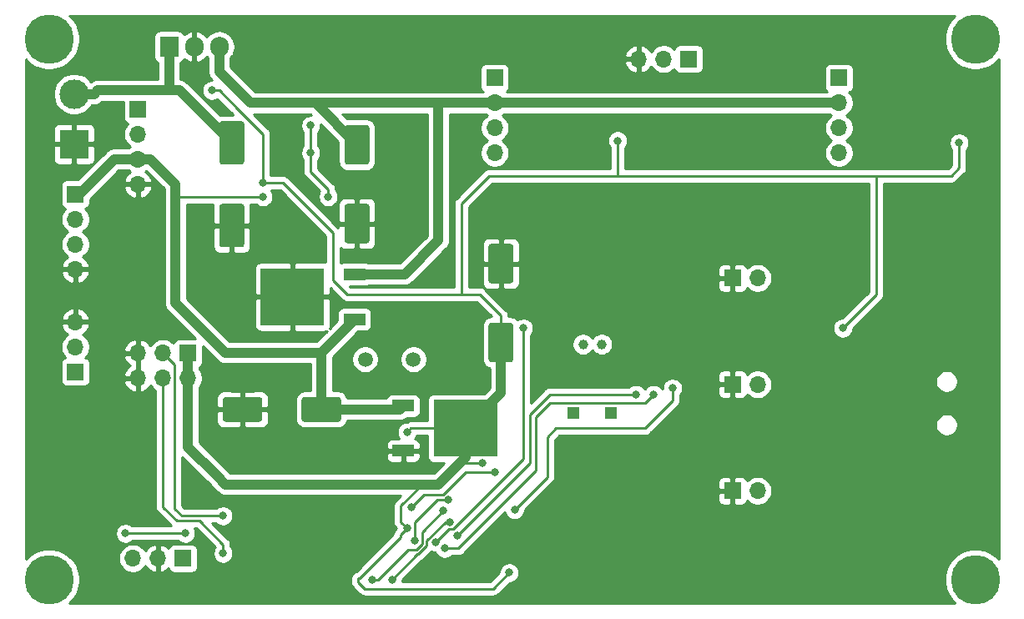
<source format=gbl>
G04 #@! TF.GenerationSoftware,KiCad,Pcbnew,(5.1.10)-1*
G04 #@! TF.CreationDate,2021-09-04T13:32:15+03:00*
G04 #@! TF.ProjectId,amp_control_board,616d705f-636f-46e7-9472-6f6c5f626f61,rev?*
G04 #@! TF.SameCoordinates,Original*
G04 #@! TF.FileFunction,Copper,L2,Bot*
G04 #@! TF.FilePolarity,Positive*
%FSLAX46Y46*%
G04 Gerber Fmt 4.6, Leading zero omitted, Abs format (unit mm)*
G04 Created by KiCad (PCBNEW (5.1.10)-1) date 2021-09-04 13:32:15*
%MOMM*%
%LPD*%
G01*
G04 APERTURE LIST*
G04 #@! TA.AperFunction,ComponentPad*
%ADD10C,5.000000*%
G04 #@! TD*
G04 #@! TA.AperFunction,ComponentPad*
%ADD11O,1.700000X1.700000*%
G04 #@! TD*
G04 #@! TA.AperFunction,ComponentPad*
%ADD12R,1.700000X1.700000*%
G04 #@! TD*
G04 #@! TA.AperFunction,ComponentPad*
%ADD13R,3.000000X3.000000*%
G04 #@! TD*
G04 #@! TA.AperFunction,ComponentPad*
%ADD14C,3.000000*%
G04 #@! TD*
G04 #@! TA.AperFunction,SMDPad,CuDef*
%ADD15R,2.200000X1.200000*%
G04 #@! TD*
G04 #@! TA.AperFunction,SMDPad,CuDef*
%ADD16R,6.400000X5.800000*%
G04 #@! TD*
G04 #@! TA.AperFunction,ComponentPad*
%ADD17R,1.905000X2.000000*%
G04 #@! TD*
G04 #@! TA.AperFunction,ComponentPad*
%ADD18O,1.905000X2.000000*%
G04 #@! TD*
G04 #@! TA.AperFunction,ComponentPad*
%ADD19C,1.500000*%
G04 #@! TD*
G04 #@! TA.AperFunction,ComponentPad*
%ADD20C,1.000000*%
G04 #@! TD*
G04 #@! TA.AperFunction,ComponentPad*
%ADD21R,1.200000X1.200000*%
G04 #@! TD*
G04 #@! TA.AperFunction,ViaPad*
%ADD22C,0.800000*%
G04 #@! TD*
G04 #@! TA.AperFunction,Conductor*
%ADD23C,1.016000*%
G04 #@! TD*
G04 #@! TA.AperFunction,Conductor*
%ADD24C,0.250000*%
G04 #@! TD*
G04 #@! TA.AperFunction,Conductor*
%ADD25C,0.254000*%
G04 #@! TD*
G04 #@! TA.AperFunction,Conductor*
%ADD26C,0.100000*%
G04 #@! TD*
G04 APERTURE END LIST*
D10*
X224028000Y-123952000D03*
X130048000Y-123952000D03*
X224028000Y-69088000D03*
X130048000Y-69088000D03*
D11*
X138557000Y-121793000D03*
X141097000Y-121793000D03*
D12*
X143637000Y-121793000D03*
G04 #@! TA.AperFunction,SMDPad,CuDef*
G36*
G01*
X176895000Y-93885000D02*
X174895000Y-93885000D01*
G75*
G02*
X174645000Y-93635000I0J250000D01*
G01*
X174645000Y-90135000D01*
G75*
G02*
X174895000Y-89885000I250000J0D01*
G01*
X176895000Y-89885000D01*
G75*
G02*
X177145000Y-90135000I0J-250000D01*
G01*
X177145000Y-93635000D01*
G75*
G02*
X176895000Y-93885000I-250000J0D01*
G01*
G37*
G04 #@! TD.AperFunction*
G04 #@! TA.AperFunction,SMDPad,CuDef*
G36*
G01*
X176895000Y-101885000D02*
X174895000Y-101885000D01*
G75*
G02*
X174645000Y-101635000I0J250000D01*
G01*
X174645000Y-98135000D01*
G75*
G02*
X174895000Y-97885000I250000J0D01*
G01*
X176895000Y-97885000D01*
G75*
G02*
X177145000Y-98135000I0J-250000D01*
G01*
X177145000Y-101635000D01*
G75*
G02*
X176895000Y-101885000I-250000J0D01*
G01*
G37*
G04 #@! TD.AperFunction*
G04 #@! TA.AperFunction,SMDPad,CuDef*
G36*
G01*
X151670000Y-105680000D02*
X151670000Y-107680000D01*
G75*
G02*
X151420000Y-107930000I-250000J0D01*
G01*
X147920000Y-107930000D01*
G75*
G02*
X147670000Y-107680000I0J250000D01*
G01*
X147670000Y-105680000D01*
G75*
G02*
X147920000Y-105430000I250000J0D01*
G01*
X151420000Y-105430000D01*
G75*
G02*
X151670000Y-105680000I0J-250000D01*
G01*
G37*
G04 #@! TD.AperFunction*
G04 #@! TA.AperFunction,SMDPad,CuDef*
G36*
G01*
X159670000Y-105680000D02*
X159670000Y-107680000D01*
G75*
G02*
X159420000Y-107930000I-250000J0D01*
G01*
X155920000Y-107930000D01*
G75*
G02*
X155670000Y-107680000I0J250000D01*
G01*
X155670000Y-105680000D01*
G75*
G02*
X155920000Y-105430000I250000J0D01*
G01*
X159420000Y-105430000D01*
G75*
G02*
X159670000Y-105680000I0J-250000D01*
G01*
G37*
G04 #@! TD.AperFunction*
G04 #@! TA.AperFunction,SMDPad,CuDef*
G36*
G01*
X160290000Y-85820000D02*
X162290000Y-85820000D01*
G75*
G02*
X162540000Y-86070000I0J-250000D01*
G01*
X162540000Y-89570000D01*
G75*
G02*
X162290000Y-89820000I-250000J0D01*
G01*
X160290000Y-89820000D01*
G75*
G02*
X160040000Y-89570000I0J250000D01*
G01*
X160040000Y-86070000D01*
G75*
G02*
X160290000Y-85820000I250000J0D01*
G01*
G37*
G04 #@! TD.AperFunction*
G04 #@! TA.AperFunction,SMDPad,CuDef*
G36*
G01*
X160290000Y-77820000D02*
X162290000Y-77820000D01*
G75*
G02*
X162540000Y-78070000I0J-250000D01*
G01*
X162540000Y-81570000D01*
G75*
G02*
X162290000Y-81820000I-250000J0D01*
G01*
X160290000Y-81820000D01*
G75*
G02*
X160040000Y-81570000I0J250000D01*
G01*
X160040000Y-78070000D01*
G75*
G02*
X160290000Y-77820000I250000J0D01*
G01*
G37*
G04 #@! TD.AperFunction*
G04 #@! TA.AperFunction,SMDPad,CuDef*
G36*
G01*
X147590000Y-85820000D02*
X149590000Y-85820000D01*
G75*
G02*
X149840000Y-86070000I0J-250000D01*
G01*
X149840000Y-89970000D01*
G75*
G02*
X149590000Y-90220000I-250000J0D01*
G01*
X147590000Y-90220000D01*
G75*
G02*
X147340000Y-89970000I0J250000D01*
G01*
X147340000Y-86070000D01*
G75*
G02*
X147590000Y-85820000I250000J0D01*
G01*
G37*
G04 #@! TD.AperFunction*
G04 #@! TA.AperFunction,SMDPad,CuDef*
G36*
G01*
X147590000Y-77420000D02*
X149590000Y-77420000D01*
G75*
G02*
X149840000Y-77670000I0J-250000D01*
G01*
X149840000Y-81570000D01*
G75*
G02*
X149590000Y-81820000I-250000J0D01*
G01*
X147590000Y-81820000D01*
G75*
G02*
X147340000Y-81570000I0J250000D01*
G01*
X147340000Y-77670000D01*
G75*
G02*
X147590000Y-77420000I250000J0D01*
G01*
G37*
G04 #@! TD.AperFunction*
D11*
X189865000Y-71120000D03*
X192405000Y-71120000D03*
D12*
X194945000Y-71120000D03*
D11*
X132715000Y-92456000D03*
X132715000Y-89916000D03*
X132715000Y-87376000D03*
D12*
X132715000Y-84836000D03*
D13*
X132588000Y-79756000D03*
D14*
X132588000Y-74676000D03*
D12*
X139065000Y-76200000D03*
D11*
X139065000Y-78740000D03*
X139065000Y-81280000D03*
X139065000Y-83820000D03*
D12*
X144145000Y-100965000D03*
D11*
X144145000Y-103505000D03*
X141605000Y-100965000D03*
X141605000Y-103505000D03*
X139065000Y-100965000D03*
X139065000Y-103505000D03*
D12*
X132715000Y-102870000D03*
D11*
X132715000Y-100330000D03*
X132715000Y-97790000D03*
D12*
X210185000Y-73025000D03*
D11*
X210185000Y-75565000D03*
X210185000Y-78105000D03*
X210185000Y-80645000D03*
X175260000Y-80645000D03*
X175260000Y-78105000D03*
X175260000Y-75565000D03*
D12*
X175260000Y-73025000D03*
X199390000Y-93345000D03*
D11*
X201930000Y-93345000D03*
X201930000Y-104140000D03*
D12*
X199390000Y-104140000D03*
X199390000Y-114935000D03*
D11*
X201930000Y-114935000D03*
D15*
X161045000Y-92970000D03*
X161045000Y-97530000D03*
D16*
X154745000Y-95250000D03*
D17*
X142240000Y-69850000D03*
D18*
X144780000Y-69850000D03*
X147320000Y-69850000D03*
D16*
X172280000Y-108585000D03*
D15*
X165980000Y-106305000D03*
X165980000Y-110865000D03*
D19*
X167005000Y-101600000D03*
X162125000Y-101600000D03*
D20*
X184216000Y-100061000D03*
X186116000Y-100061000D03*
D21*
X183266000Y-107061000D03*
X187066000Y-107061000D03*
D22*
X216027000Y-106426000D03*
X215011000Y-106426000D03*
X175514000Y-122936000D03*
X157861000Y-119126000D03*
X157861000Y-121285000D03*
X187485000Y-119728000D03*
X181991000Y-112268000D03*
X221239000Y-101595000D03*
X223957000Y-104592000D03*
X223957000Y-107005000D03*
X217195000Y-93574000D03*
X217195000Y-97003000D03*
X215778000Y-110495000D03*
X168021000Y-109982000D03*
X137668000Y-114681000D03*
X149352000Y-92075000D03*
X179324000Y-73279000D03*
X214247000Y-72896000D03*
X181467000Y-98695000D03*
X177800000Y-84963000D03*
X208661000Y-86106000D03*
X161290000Y-88900000D03*
X151130000Y-69850000D03*
X154940000Y-69850000D03*
X152400000Y-72390000D03*
X139700000Y-90170000D03*
X139700000Y-92710000D03*
X139700000Y-95250000D03*
X139700000Y-97790000D03*
X146050000Y-91440000D03*
X152400000Y-88900000D03*
X165100000Y-88900000D03*
X163830000Y-83820000D03*
X166370000Y-83820000D03*
X171450000Y-71120000D03*
X160020000Y-72390000D03*
X196850000Y-81280000D03*
X200660000Y-81280000D03*
X204470000Y-81280000D03*
X187960000Y-97790000D03*
X185420000Y-95250000D03*
X187960000Y-93980000D03*
X178832000Y-89646000D03*
X162560000Y-109220000D03*
X151130000Y-102870000D03*
X190500000Y-120650000D03*
X193040000Y-113030000D03*
X196850000Y-113030000D03*
X204470000Y-116840000D03*
X204470000Y-113030000D03*
X215900000Y-114300000D03*
X215900000Y-118110000D03*
X223957000Y-115133000D03*
X223520000Y-74930000D03*
X214630000Y-76200000D03*
X204470000Y-104140000D03*
X214630000Y-99060000D03*
X212090000Y-101600000D03*
X210820000Y-104140000D03*
X200660000Y-90170000D03*
X205740000Y-95250000D03*
X205740000Y-91440000D03*
X146050000Y-95250000D03*
X156210000Y-88900000D03*
X198120000Y-101600000D03*
X203200000Y-101600000D03*
X134620000Y-67310000D03*
X226060000Y-73660000D03*
X226060000Y-76200000D03*
X226060000Y-78740000D03*
X226060000Y-81280000D03*
X226060000Y-83820000D03*
X226060000Y-86360000D03*
X226060000Y-88900000D03*
X226060000Y-91440000D03*
X226060000Y-93980000D03*
X226060000Y-96520000D03*
X226060000Y-99060000D03*
X226060000Y-101600000D03*
X226060000Y-104140000D03*
X226060000Y-106680000D03*
X226060000Y-109220000D03*
X226060000Y-111760000D03*
X226060000Y-114300000D03*
X226060000Y-116840000D03*
X226060000Y-119380000D03*
X128270000Y-73660000D03*
X128270000Y-76200000D03*
X128270000Y-78740000D03*
X128270000Y-81280000D03*
X128270000Y-83820000D03*
X128270000Y-86360000D03*
X128270000Y-88900000D03*
X128270000Y-91440000D03*
X128270000Y-93980000D03*
X128270000Y-96520000D03*
X128270000Y-99060000D03*
X128270000Y-101600000D03*
X128270000Y-104140000D03*
X128270000Y-106680000D03*
X128270000Y-109220000D03*
X128270000Y-111760000D03*
X128270000Y-114300000D03*
X128270000Y-116840000D03*
X128270000Y-119380000D03*
X134620000Y-125730000D03*
X137160000Y-67310000D03*
X139700000Y-67310000D03*
X142240000Y-67310000D03*
X144780000Y-67310000D03*
X147320000Y-67310000D03*
X149860000Y-67310000D03*
X152400000Y-67310000D03*
X154940000Y-67310000D03*
X157480000Y-67310000D03*
X160020000Y-67310000D03*
X162560000Y-67310000D03*
X165100000Y-67310000D03*
X167640000Y-67310000D03*
X170180000Y-67310000D03*
X172720000Y-67310000D03*
X175260000Y-67310000D03*
X177800000Y-67310000D03*
X180340000Y-67310000D03*
X182880000Y-67310000D03*
X185420000Y-67310000D03*
X187960000Y-67310000D03*
X190500000Y-67310000D03*
X193040000Y-67310000D03*
X195580000Y-67310000D03*
X198120000Y-67310000D03*
X200660000Y-67310000D03*
X203200000Y-67310000D03*
X205740000Y-67310000D03*
X208280000Y-67310000D03*
X210820000Y-67310000D03*
X213360000Y-67310000D03*
X215900000Y-67310000D03*
X218440000Y-67310000D03*
X193040000Y-121920000D03*
X200660000Y-75565000D03*
X165735000Y-75565000D03*
X151765000Y-85090000D03*
X158369000Y-85090000D03*
X156591000Y-77851000D03*
X156591000Y-80645000D03*
X166370000Y-118745000D03*
X222377000Y-79629000D03*
X187731400Y-79400400D03*
X146558000Y-74295000D03*
X151765000Y-83693000D03*
X210566000Y-98425000D03*
X173977300Y-112153700D03*
X166370000Y-108966000D03*
X176733200Y-123240800D03*
X171450000Y-119507000D03*
X189611000Y-105156000D03*
X170180000Y-120777000D03*
X191389000Y-105156000D03*
X147701000Y-117475000D03*
X147701000Y-121285000D03*
X137795000Y-119253000D03*
X143891000Y-119253000D03*
X166824702Y-116586000D03*
X175260000Y-113030000D03*
X170688000Y-118110000D03*
X164846000Y-123952000D03*
X170053000Y-116967000D03*
X162814000Y-123952000D03*
X177272000Y-116860000D03*
X193294000Y-104521000D03*
X170561000Y-115824000D03*
X167114298Y-120015000D03*
X178181000Y-98425000D03*
X169291000Y-120142000D03*
D23*
X143265000Y-74295000D02*
X148590000Y-79620000D01*
X142240000Y-74295000D02*
X143265000Y-74295000D01*
X142240000Y-69850000D02*
X142240000Y-74295000D01*
X132588000Y-74676000D02*
X134620000Y-74676000D01*
X135001000Y-74295000D02*
X142240000Y-74295000D01*
X134620000Y-74676000D02*
X135001000Y-74295000D01*
X147320000Y-69850000D02*
X147320000Y-72390000D01*
X147320000Y-72390000D02*
X150495000Y-75565000D01*
X157035000Y-75565000D02*
X161290000Y-79820000D01*
X150495000Y-75565000D02*
X157035000Y-75565000D01*
X175260000Y-75565000D02*
X200787000Y-75565000D01*
X169545000Y-75565000D02*
X169545000Y-78867000D01*
X157035000Y-75565000D02*
X165735000Y-75565000D01*
X169545000Y-75565000D02*
X175260000Y-75565000D01*
X166110000Y-92970000D02*
X161045000Y-92970000D01*
X169545000Y-89535000D02*
X166110000Y-92970000D01*
X169545000Y-78867000D02*
X169545000Y-89535000D01*
X200787000Y-75565000D02*
X210185000Y-75565000D01*
X165735000Y-75565000D02*
X169545000Y-75565000D01*
X165605000Y-106680000D02*
X165980000Y-106305000D01*
X157670000Y-106680000D02*
X165605000Y-106680000D01*
X157670000Y-100905000D02*
X161045000Y-97530000D01*
X157670000Y-106680000D02*
X157670000Y-100905000D01*
X140335000Y-81280000D02*
X139065000Y-81280000D01*
X142875000Y-83820000D02*
X140335000Y-81280000D01*
X147895000Y-100905000D02*
X142875000Y-95885000D01*
X157670000Y-100905000D02*
X147895000Y-100905000D01*
X132715000Y-84836000D02*
X133096000Y-84836000D01*
X136652000Y-81280000D02*
X139065000Y-81280000D01*
X133096000Y-84836000D02*
X136652000Y-81280000D01*
D24*
X142875000Y-85090000D02*
X151765000Y-85090000D01*
D23*
X142875000Y-95885000D02*
X142875000Y-85090000D01*
X142875000Y-85090000D02*
X142875000Y-83820000D01*
D24*
X151765000Y-85090000D02*
X151765000Y-85090000D01*
X158369000Y-85090000D02*
X158369000Y-84328000D01*
X158369000Y-84328000D02*
X156591000Y-82550000D01*
X156591000Y-82550000D02*
X156591000Y-80645000D01*
X156591000Y-77851000D02*
X156591000Y-77851000D01*
X156591000Y-82550000D02*
X156591000Y-82550000D01*
X156591000Y-80645000D02*
X156591000Y-77851000D01*
D23*
X175895000Y-104970000D02*
X172280000Y-108585000D01*
X175895000Y-99885000D02*
X175895000Y-104970000D01*
X144145000Y-110490000D02*
X147066000Y-113411000D01*
X172280000Y-111565000D02*
X172280000Y-108585000D01*
X144145000Y-100965000D02*
X144145000Y-103505000D01*
X144145000Y-103505000D02*
X144145000Y-110490000D01*
D24*
X175895000Y-99885000D02*
X175895000Y-97155000D01*
X175895000Y-97155000D02*
X173736000Y-94996000D01*
X160274000Y-94996000D02*
X158877000Y-93599000D01*
X158877000Y-93599000D02*
X158877000Y-88773000D01*
X158877000Y-88773000D02*
X153797000Y-83693000D01*
X153797000Y-83693000D02*
X151765000Y-83693000D01*
X151765000Y-83693000D02*
X151765000Y-78867000D01*
X151765000Y-78867000D02*
X151765000Y-78740000D01*
X151765000Y-78740000D02*
X149225000Y-76200000D01*
X149225000Y-76200000D02*
X147320000Y-74295000D01*
X147320000Y-74295000D02*
X146558000Y-74295000D01*
X146558000Y-74295000D02*
X146558000Y-74295000D01*
X151765000Y-83693000D02*
X151765000Y-83693000D01*
X171856400Y-94996000D02*
X171856400Y-85801200D01*
X173736000Y-94996000D02*
X171856400Y-94996000D01*
X171856400Y-94996000D02*
X160274000Y-94996000D01*
X171856400Y-85801200D02*
X174675800Y-82981800D01*
X187731400Y-82931000D02*
X187680600Y-82981800D01*
X187731400Y-79400400D02*
X187731400Y-82931000D01*
X174675800Y-82981800D02*
X187680600Y-82981800D01*
X222377000Y-82169000D02*
X222377000Y-79629000D01*
X221564200Y-82981800D02*
X222377000Y-82169000D01*
X213944200Y-82981800D02*
X213944200Y-95046800D01*
X187680600Y-82981800D02*
X213944200Y-82981800D01*
X213944200Y-82981800D02*
X221564200Y-82981800D01*
X213944200Y-95046800D02*
X210566000Y-98425000D01*
X210566000Y-98425000D02*
X210566000Y-98425000D01*
X171691300Y-112153700D02*
X173977300Y-112153700D01*
D23*
X169545000Y-114300000D02*
X171691300Y-112153700D01*
X171691300Y-112153700D02*
X172280000Y-111565000D01*
D24*
X173977300Y-112153700D02*
X173977300Y-112153700D01*
X166751000Y-108585000D02*
X166370000Y-108966000D01*
X172280000Y-108585000D02*
X166751000Y-108585000D01*
X175107600Y-124866400D02*
X176733200Y-123240800D01*
X176733200Y-123240800D02*
X176733200Y-123240800D01*
X159156400Y-114350800D02*
X159105600Y-114300000D01*
D23*
X159105600Y-114300000D02*
X164084000Y-114300000D01*
X147955000Y-114300000D02*
X159105600Y-114300000D01*
X167894000Y-114300000D02*
X169545000Y-114300000D01*
X164084000Y-114300000D02*
X167894000Y-114300000D01*
X147066000Y-113411000D02*
X147955000Y-114300000D01*
D24*
X161417000Y-124206000D02*
X162077400Y-124866400D01*
X162077400Y-124866400D02*
X175107600Y-124866400D01*
X161544000Y-123825000D02*
X161417000Y-123825000D01*
X165735000Y-119634000D02*
X161544000Y-123825000D01*
X167894000Y-114300000D02*
X165735000Y-116459000D01*
X161417000Y-123825000D02*
X161417000Y-124206000D01*
X165735000Y-118110000D02*
X166370000Y-118745000D01*
X165735000Y-116459000D02*
X165735000Y-118110000D01*
X165735000Y-119380000D02*
X166370000Y-118745000D01*
X165735000Y-119634000D02*
X165735000Y-119380000D01*
X178816000Y-112141000D02*
X171450000Y-119507000D01*
X178816000Y-107188000D02*
X178816000Y-112141000D01*
X180848000Y-105156000D02*
X178816000Y-107188000D01*
X189611000Y-105156000D02*
X180848000Y-105156000D01*
X171577000Y-120777000D02*
X170180000Y-120777000D01*
X179451000Y-107442000D02*
X179451000Y-112903000D01*
X180848000Y-106045000D02*
X179451000Y-107442000D01*
X179451000Y-112903000D02*
X171577000Y-120777000D01*
X190500000Y-106045000D02*
X180848000Y-106045000D01*
X191389000Y-105156000D02*
X190500000Y-106045000D01*
X142780001Y-102140001D02*
X141605000Y-100965000D01*
X142780001Y-116745001D02*
X142780001Y-102140001D01*
X143510000Y-117475000D02*
X142780001Y-116745001D01*
X147701000Y-117475000D02*
X143510000Y-117475000D01*
X141605000Y-116586000D02*
X143002000Y-117983000D01*
X141605000Y-103505000D02*
X141605000Y-116586000D01*
X143002000Y-117983000D02*
X145288000Y-117983000D01*
X147701000Y-120396000D02*
X147701000Y-121285000D01*
X145288000Y-117983000D02*
X147701000Y-120396000D01*
X137795000Y-119253000D02*
X143891000Y-119253000D01*
X166824702Y-116586000D02*
X168094702Y-115316000D01*
X169995998Y-115316000D02*
X172281998Y-113030000D01*
X168094702Y-115316000D02*
X169995998Y-115316000D01*
X175260000Y-113030000D02*
X175260000Y-113030000D01*
X172281998Y-113030000D02*
X175260000Y-113030000D01*
X170249998Y-118110000D02*
X170688000Y-118110000D01*
X168344010Y-120015988D02*
X170249998Y-118110000D01*
X168344010Y-120494700D02*
X168344010Y-120015988D01*
X167484701Y-121354009D02*
X168344010Y-120494700D01*
X167443990Y-121354010D02*
X167484701Y-121354009D01*
X164846000Y-123952000D02*
X167443990Y-121354010D01*
X167894000Y-119126000D02*
X170053000Y-116967000D01*
X167894000Y-120308300D02*
X167894000Y-119126000D01*
X167894000Y-120308300D02*
X167298300Y-120904000D01*
X162814000Y-123952000D02*
X163449000Y-123952000D01*
X166497000Y-120904000D02*
X167298300Y-120904000D01*
X163449000Y-123952000D02*
X166497000Y-120904000D01*
X177272000Y-116860000D02*
X180594000Y-113538000D01*
X180594000Y-113538000D02*
X180594000Y-109474000D01*
X180594000Y-109474000D02*
X181483000Y-108585000D01*
X181483000Y-108585000D02*
X190500000Y-108585000D01*
X193294000Y-105791000D02*
X193294000Y-104521000D01*
X190500000Y-108585000D02*
X193294000Y-105791000D01*
X170561000Y-115824000D02*
X169418000Y-115824000D01*
X167114298Y-118127702D02*
X167114298Y-120015000D01*
X169418000Y-115824000D02*
X167114298Y-118127702D01*
X178181000Y-111702998D02*
X178181000Y-110698002D01*
X171048997Y-118835001D02*
X178181000Y-111702998D01*
X178181000Y-110698002D02*
X178181000Y-98425000D01*
X170597999Y-118835001D02*
X171048997Y-118835001D01*
X169291000Y-120142000D02*
X170597999Y-118835001D01*
D25*
X221592886Y-67089554D02*
X221249799Y-67603021D01*
X221013476Y-68173554D01*
X220893000Y-68779229D01*
X220893000Y-69396771D01*
X221013476Y-70002446D01*
X221249799Y-70572979D01*
X221592886Y-71086446D01*
X222029554Y-71523114D01*
X222543021Y-71866201D01*
X223113554Y-72102524D01*
X223719229Y-72223000D01*
X224336771Y-72223000D01*
X224942446Y-72102524D01*
X225512979Y-71866201D01*
X226026446Y-71523114D01*
X226391001Y-71158559D01*
X226391000Y-121881440D01*
X226026446Y-121516886D01*
X225512979Y-121173799D01*
X224942446Y-120937476D01*
X224336771Y-120817000D01*
X223719229Y-120817000D01*
X223113554Y-120937476D01*
X222543021Y-121173799D01*
X222029554Y-121516886D01*
X221592886Y-121953554D01*
X221249799Y-122467021D01*
X221013476Y-123037554D01*
X220893000Y-123643229D01*
X220893000Y-124260771D01*
X221013476Y-124866446D01*
X221249799Y-125436979D01*
X221592886Y-125950446D01*
X221957440Y-126315000D01*
X132118560Y-126315000D01*
X132483114Y-125950446D01*
X132826201Y-125436979D01*
X133062524Y-124866446D01*
X133183000Y-124260771D01*
X133183000Y-123643229D01*
X133062524Y-123037554D01*
X132826201Y-122467021D01*
X132483114Y-121953554D01*
X132176300Y-121646740D01*
X137072000Y-121646740D01*
X137072000Y-121939260D01*
X137129068Y-122226158D01*
X137241010Y-122496411D01*
X137403525Y-122739632D01*
X137610368Y-122946475D01*
X137853589Y-123108990D01*
X138123842Y-123220932D01*
X138410740Y-123278000D01*
X138703260Y-123278000D01*
X138990158Y-123220932D01*
X139260411Y-123108990D01*
X139503632Y-122946475D01*
X139710475Y-122739632D01*
X139832195Y-122557466D01*
X139901822Y-122674355D01*
X140096731Y-122890588D01*
X140330080Y-123064641D01*
X140592901Y-123189825D01*
X140740110Y-123234476D01*
X140970000Y-123113155D01*
X140970000Y-121920000D01*
X140950000Y-121920000D01*
X140950000Y-121666000D01*
X140970000Y-121666000D01*
X140970000Y-120472845D01*
X141224000Y-120472845D01*
X141224000Y-121666000D01*
X141244000Y-121666000D01*
X141244000Y-121920000D01*
X141224000Y-121920000D01*
X141224000Y-123113155D01*
X141453890Y-123234476D01*
X141601099Y-123189825D01*
X141863920Y-123064641D01*
X142097269Y-122890588D01*
X142173034Y-122806534D01*
X142197498Y-122887180D01*
X142256463Y-122997494D01*
X142335815Y-123094185D01*
X142432506Y-123173537D01*
X142542820Y-123232502D01*
X142662518Y-123268812D01*
X142787000Y-123281072D01*
X144487000Y-123281072D01*
X144611482Y-123268812D01*
X144731180Y-123232502D01*
X144841494Y-123173537D01*
X144938185Y-123094185D01*
X145017537Y-122997494D01*
X145076502Y-122887180D01*
X145112812Y-122767482D01*
X145125072Y-122643000D01*
X145125072Y-120943000D01*
X145112812Y-120818518D01*
X145076502Y-120698820D01*
X145017537Y-120588506D01*
X144938185Y-120491815D01*
X144841494Y-120412463D01*
X144731180Y-120353498D01*
X144611482Y-120317188D01*
X144487000Y-120304928D01*
X142787000Y-120304928D01*
X142662518Y-120317188D01*
X142542820Y-120353498D01*
X142432506Y-120412463D01*
X142335815Y-120491815D01*
X142256463Y-120588506D01*
X142197498Y-120698820D01*
X142173034Y-120779466D01*
X142097269Y-120695412D01*
X141863920Y-120521359D01*
X141601099Y-120396175D01*
X141453890Y-120351524D01*
X141224000Y-120472845D01*
X140970000Y-120472845D01*
X140740110Y-120351524D01*
X140592901Y-120396175D01*
X140330080Y-120521359D01*
X140096731Y-120695412D01*
X139901822Y-120911645D01*
X139832195Y-121028534D01*
X139710475Y-120846368D01*
X139503632Y-120639525D01*
X139260411Y-120477010D01*
X138990158Y-120365068D01*
X138703260Y-120308000D01*
X138410740Y-120308000D01*
X138123842Y-120365068D01*
X137853589Y-120477010D01*
X137610368Y-120639525D01*
X137403525Y-120846368D01*
X137241010Y-121089589D01*
X137129068Y-121359842D01*
X137072000Y-121646740D01*
X132176300Y-121646740D01*
X132046446Y-121516886D01*
X131532979Y-121173799D01*
X130962446Y-120937476D01*
X130356771Y-120817000D01*
X129739229Y-120817000D01*
X129133554Y-120937476D01*
X128563021Y-121173799D01*
X128049554Y-121516886D01*
X127685000Y-121881440D01*
X127685000Y-102020000D01*
X131226928Y-102020000D01*
X131226928Y-103720000D01*
X131239188Y-103844482D01*
X131275498Y-103964180D01*
X131334463Y-104074494D01*
X131413815Y-104171185D01*
X131510506Y-104250537D01*
X131620820Y-104309502D01*
X131740518Y-104345812D01*
X131865000Y-104358072D01*
X133565000Y-104358072D01*
X133689482Y-104345812D01*
X133809180Y-104309502D01*
X133919494Y-104250537D01*
X134016185Y-104171185D01*
X134095537Y-104074494D01*
X134154502Y-103964180D01*
X134185531Y-103861891D01*
X137623519Y-103861891D01*
X137720843Y-104136252D01*
X137869822Y-104386355D01*
X138064731Y-104602588D01*
X138298080Y-104776641D01*
X138560901Y-104901825D01*
X138708110Y-104946476D01*
X138938000Y-104825155D01*
X138938000Y-103632000D01*
X137744186Y-103632000D01*
X137623519Y-103861891D01*
X134185531Y-103861891D01*
X134190812Y-103844482D01*
X134203072Y-103720000D01*
X134203072Y-102020000D01*
X134190812Y-101895518D01*
X134154502Y-101775820D01*
X134095537Y-101665506D01*
X134016185Y-101568815D01*
X133919494Y-101489463D01*
X133809180Y-101430498D01*
X133736620Y-101408487D01*
X133823216Y-101321891D01*
X137623519Y-101321891D01*
X137720843Y-101596252D01*
X137869822Y-101846355D01*
X138064731Y-102062588D01*
X138295880Y-102235000D01*
X138064731Y-102407412D01*
X137869822Y-102623645D01*
X137720843Y-102873748D01*
X137623519Y-103148109D01*
X137744186Y-103378000D01*
X138938000Y-103378000D01*
X138938000Y-101092000D01*
X137744186Y-101092000D01*
X137623519Y-101321891D01*
X133823216Y-101321891D01*
X133868475Y-101276632D01*
X134030990Y-101033411D01*
X134142932Y-100763158D01*
X134173773Y-100608109D01*
X137623519Y-100608109D01*
X137744186Y-100838000D01*
X138938000Y-100838000D01*
X138938000Y-99644845D01*
X138708110Y-99523524D01*
X138560901Y-99568175D01*
X138298080Y-99693359D01*
X138064731Y-99867412D01*
X137869822Y-100083645D01*
X137720843Y-100333748D01*
X137623519Y-100608109D01*
X134173773Y-100608109D01*
X134200000Y-100476260D01*
X134200000Y-100183740D01*
X134142932Y-99896842D01*
X134030990Y-99626589D01*
X133868475Y-99383368D01*
X133661632Y-99176525D01*
X133479466Y-99054805D01*
X133596355Y-98985178D01*
X133812588Y-98790269D01*
X133986641Y-98556920D01*
X134111825Y-98294099D01*
X134156476Y-98146890D01*
X134035155Y-97917000D01*
X132842000Y-97917000D01*
X132842000Y-97937000D01*
X132588000Y-97937000D01*
X132588000Y-97917000D01*
X131394845Y-97917000D01*
X131273524Y-98146890D01*
X131318175Y-98294099D01*
X131443359Y-98556920D01*
X131617412Y-98790269D01*
X131833645Y-98985178D01*
X131950534Y-99054805D01*
X131768368Y-99176525D01*
X131561525Y-99383368D01*
X131399010Y-99626589D01*
X131287068Y-99896842D01*
X131230000Y-100183740D01*
X131230000Y-100476260D01*
X131287068Y-100763158D01*
X131399010Y-101033411D01*
X131561525Y-101276632D01*
X131693380Y-101408487D01*
X131620820Y-101430498D01*
X131510506Y-101489463D01*
X131413815Y-101568815D01*
X131334463Y-101665506D01*
X131275498Y-101775820D01*
X131239188Y-101895518D01*
X131226928Y-102020000D01*
X127685000Y-102020000D01*
X127685000Y-97433110D01*
X131273524Y-97433110D01*
X131394845Y-97663000D01*
X132588000Y-97663000D01*
X132588000Y-96469186D01*
X132842000Y-96469186D01*
X132842000Y-97663000D01*
X134035155Y-97663000D01*
X134156476Y-97433110D01*
X134111825Y-97285901D01*
X133986641Y-97023080D01*
X133812588Y-96789731D01*
X133596355Y-96594822D01*
X133346252Y-96445843D01*
X133071891Y-96348519D01*
X132842000Y-96469186D01*
X132588000Y-96469186D01*
X132358109Y-96348519D01*
X132083748Y-96445843D01*
X131833645Y-96594822D01*
X131617412Y-96789731D01*
X131443359Y-97023080D01*
X131318175Y-97285901D01*
X131273524Y-97433110D01*
X127685000Y-97433110D01*
X127685000Y-92812890D01*
X131273524Y-92812890D01*
X131318175Y-92960099D01*
X131443359Y-93222920D01*
X131617412Y-93456269D01*
X131833645Y-93651178D01*
X132083748Y-93800157D01*
X132358109Y-93897481D01*
X132588000Y-93776814D01*
X132588000Y-92583000D01*
X132842000Y-92583000D01*
X132842000Y-93776814D01*
X133071891Y-93897481D01*
X133346252Y-93800157D01*
X133596355Y-93651178D01*
X133812588Y-93456269D01*
X133986641Y-93222920D01*
X134111825Y-92960099D01*
X134156476Y-92812890D01*
X134035155Y-92583000D01*
X132842000Y-92583000D01*
X132588000Y-92583000D01*
X131394845Y-92583000D01*
X131273524Y-92812890D01*
X127685000Y-92812890D01*
X127685000Y-81256000D01*
X130449928Y-81256000D01*
X130462188Y-81380482D01*
X130498498Y-81500180D01*
X130557463Y-81610494D01*
X130636815Y-81707185D01*
X130733506Y-81786537D01*
X130843820Y-81845502D01*
X130963518Y-81881812D01*
X131088000Y-81894072D01*
X132302250Y-81891000D01*
X132461000Y-81732250D01*
X132461000Y-79883000D01*
X132715000Y-79883000D01*
X132715000Y-81732250D01*
X132873750Y-81891000D01*
X134088000Y-81894072D01*
X134212482Y-81881812D01*
X134332180Y-81845502D01*
X134442494Y-81786537D01*
X134539185Y-81707185D01*
X134618537Y-81610494D01*
X134677502Y-81500180D01*
X134713812Y-81380482D01*
X134726072Y-81256000D01*
X134723000Y-80041750D01*
X134564250Y-79883000D01*
X132715000Y-79883000D01*
X132461000Y-79883000D01*
X130611750Y-79883000D01*
X130453000Y-80041750D01*
X130449928Y-81256000D01*
X127685000Y-81256000D01*
X127685000Y-78256000D01*
X130449928Y-78256000D01*
X130453000Y-79470250D01*
X130611750Y-79629000D01*
X132461000Y-79629000D01*
X132461000Y-77779750D01*
X132715000Y-77779750D01*
X132715000Y-79629000D01*
X134564250Y-79629000D01*
X134723000Y-79470250D01*
X134726072Y-78256000D01*
X134713812Y-78131518D01*
X134677502Y-78011820D01*
X134618537Y-77901506D01*
X134539185Y-77804815D01*
X134442494Y-77725463D01*
X134332180Y-77666498D01*
X134212482Y-77630188D01*
X134088000Y-77617928D01*
X132873750Y-77621000D01*
X132715000Y-77779750D01*
X132461000Y-77779750D01*
X132302250Y-77621000D01*
X131088000Y-77617928D01*
X130963518Y-77630188D01*
X130843820Y-77666498D01*
X130733506Y-77725463D01*
X130636815Y-77804815D01*
X130557463Y-77901506D01*
X130498498Y-78011820D01*
X130462188Y-78131518D01*
X130449928Y-78256000D01*
X127685000Y-78256000D01*
X127685000Y-74465721D01*
X130453000Y-74465721D01*
X130453000Y-74886279D01*
X130535047Y-75298756D01*
X130695988Y-75687302D01*
X130929637Y-76036983D01*
X131227017Y-76334363D01*
X131576698Y-76568012D01*
X131965244Y-76728953D01*
X132377721Y-76811000D01*
X132798279Y-76811000D01*
X133210756Y-76728953D01*
X133599302Y-76568012D01*
X133948983Y-76334363D01*
X134246363Y-76036983D01*
X134392014Y-75819000D01*
X134563861Y-75819000D01*
X134620000Y-75824529D01*
X134676139Y-75819000D01*
X134676146Y-75819000D01*
X134844067Y-75802461D01*
X135059523Y-75737103D01*
X135258089Y-75630968D01*
X135432133Y-75488133D01*
X135467927Y-75444518D01*
X135474445Y-75438000D01*
X137576928Y-75438000D01*
X137576928Y-77050000D01*
X137589188Y-77174482D01*
X137625498Y-77294180D01*
X137684463Y-77404494D01*
X137763815Y-77501185D01*
X137860506Y-77580537D01*
X137970820Y-77639502D01*
X138043380Y-77661513D01*
X137911525Y-77793368D01*
X137749010Y-78036589D01*
X137637068Y-78306842D01*
X137580000Y-78593740D01*
X137580000Y-78886260D01*
X137637068Y-79173158D01*
X137749010Y-79443411D01*
X137911525Y-79686632D01*
X138118368Y-79893475D01*
X138292760Y-80010000D01*
X138118368Y-80126525D01*
X138107893Y-80137000D01*
X136708138Y-80137000D01*
X136651999Y-80131471D01*
X136595860Y-80137000D01*
X136595854Y-80137000D01*
X136450600Y-80151306D01*
X136427932Y-80153539D01*
X136362574Y-80173365D01*
X136212477Y-80218897D01*
X136013911Y-80325032D01*
X135839867Y-80467867D01*
X135804077Y-80511477D01*
X132967627Y-83347928D01*
X131865000Y-83347928D01*
X131740518Y-83360188D01*
X131620820Y-83396498D01*
X131510506Y-83455463D01*
X131413815Y-83534815D01*
X131334463Y-83631506D01*
X131275498Y-83741820D01*
X131239188Y-83861518D01*
X131226928Y-83986000D01*
X131226928Y-85686000D01*
X131239188Y-85810482D01*
X131275498Y-85930180D01*
X131334463Y-86040494D01*
X131413815Y-86137185D01*
X131510506Y-86216537D01*
X131620820Y-86275502D01*
X131693380Y-86297513D01*
X131561525Y-86429368D01*
X131399010Y-86672589D01*
X131287068Y-86942842D01*
X131230000Y-87229740D01*
X131230000Y-87522260D01*
X131287068Y-87809158D01*
X131399010Y-88079411D01*
X131561525Y-88322632D01*
X131768368Y-88529475D01*
X131942760Y-88646000D01*
X131768368Y-88762525D01*
X131561525Y-88969368D01*
X131399010Y-89212589D01*
X131287068Y-89482842D01*
X131230000Y-89769740D01*
X131230000Y-90062260D01*
X131287068Y-90349158D01*
X131399010Y-90619411D01*
X131561525Y-90862632D01*
X131768368Y-91069475D01*
X131950534Y-91191195D01*
X131833645Y-91260822D01*
X131617412Y-91455731D01*
X131443359Y-91689080D01*
X131318175Y-91951901D01*
X131273524Y-92099110D01*
X131394845Y-92329000D01*
X132588000Y-92329000D01*
X132588000Y-92309000D01*
X132842000Y-92309000D01*
X132842000Y-92329000D01*
X134035155Y-92329000D01*
X134156476Y-92099110D01*
X134111825Y-91951901D01*
X133986641Y-91689080D01*
X133812588Y-91455731D01*
X133596355Y-91260822D01*
X133479466Y-91191195D01*
X133661632Y-91069475D01*
X133868475Y-90862632D01*
X134030990Y-90619411D01*
X134142932Y-90349158D01*
X134200000Y-90062260D01*
X134200000Y-89769740D01*
X134142932Y-89482842D01*
X134030990Y-89212589D01*
X133868475Y-88969368D01*
X133661632Y-88762525D01*
X133487240Y-88646000D01*
X133661632Y-88529475D01*
X133868475Y-88322632D01*
X134030990Y-88079411D01*
X134142932Y-87809158D01*
X134200000Y-87522260D01*
X134200000Y-87229740D01*
X134142932Y-86942842D01*
X134030990Y-86672589D01*
X133868475Y-86429368D01*
X133736620Y-86297513D01*
X133809180Y-86275502D01*
X133919494Y-86216537D01*
X134016185Y-86137185D01*
X134095537Y-86040494D01*
X134154502Y-85930180D01*
X134190812Y-85810482D01*
X134203072Y-85686000D01*
X134203072Y-85345373D01*
X135371555Y-84176890D01*
X137623524Y-84176890D01*
X137668175Y-84324099D01*
X137793359Y-84586920D01*
X137967412Y-84820269D01*
X138183645Y-85015178D01*
X138433748Y-85164157D01*
X138708109Y-85261481D01*
X138938000Y-85140814D01*
X138938000Y-83947000D01*
X139192000Y-83947000D01*
X139192000Y-85140814D01*
X139421891Y-85261481D01*
X139696252Y-85164157D01*
X139946355Y-85015178D01*
X140162588Y-84820269D01*
X140336641Y-84586920D01*
X140461825Y-84324099D01*
X140506476Y-84176890D01*
X140385155Y-83947000D01*
X139192000Y-83947000D01*
X138938000Y-83947000D01*
X137744845Y-83947000D01*
X137623524Y-84176890D01*
X135371555Y-84176890D01*
X137125446Y-82423000D01*
X138107893Y-82423000D01*
X138118368Y-82433475D01*
X138300534Y-82555195D01*
X138183645Y-82624822D01*
X137967412Y-82819731D01*
X137793359Y-83053080D01*
X137668175Y-83315901D01*
X137623524Y-83463110D01*
X137744845Y-83693000D01*
X138938000Y-83693000D01*
X138938000Y-83673000D01*
X139192000Y-83673000D01*
X139192000Y-83693000D01*
X140385155Y-83693000D01*
X140506476Y-83463110D01*
X140461825Y-83315901D01*
X140336641Y-83053080D01*
X140162588Y-82819731D01*
X139946355Y-82624822D01*
X139829466Y-82555195D01*
X139927947Y-82489392D01*
X141732000Y-84293446D01*
X141732000Y-85146145D01*
X141732001Y-85146155D01*
X141732000Y-95828861D01*
X141726471Y-95885000D01*
X141732000Y-95941139D01*
X141732000Y-95941145D01*
X141748539Y-96109066D01*
X141813897Y-96324522D01*
X141920032Y-96523088D01*
X142062867Y-96697133D01*
X142106482Y-96732927D01*
X144850482Y-99476928D01*
X143295000Y-99476928D01*
X143170518Y-99489188D01*
X143050820Y-99525498D01*
X142940506Y-99584463D01*
X142843815Y-99663815D01*
X142764463Y-99760506D01*
X142705498Y-99870820D01*
X142683487Y-99943380D01*
X142551632Y-99811525D01*
X142308411Y-99649010D01*
X142038158Y-99537068D01*
X141751260Y-99480000D01*
X141458740Y-99480000D01*
X141171842Y-99537068D01*
X140901589Y-99649010D01*
X140658368Y-99811525D01*
X140451525Y-100018368D01*
X140329805Y-100200534D01*
X140260178Y-100083645D01*
X140065269Y-99867412D01*
X139831920Y-99693359D01*
X139569099Y-99568175D01*
X139421890Y-99523524D01*
X139192000Y-99644845D01*
X139192000Y-100838000D01*
X139212000Y-100838000D01*
X139212000Y-101092000D01*
X139192000Y-101092000D01*
X139192000Y-103378000D01*
X139212000Y-103378000D01*
X139212000Y-103632000D01*
X139192000Y-103632000D01*
X139192000Y-104825155D01*
X139421890Y-104946476D01*
X139569099Y-104901825D01*
X139831920Y-104776641D01*
X140065269Y-104602588D01*
X140260178Y-104386355D01*
X140329805Y-104269466D01*
X140451525Y-104451632D01*
X140658368Y-104658475D01*
X140845000Y-104783179D01*
X140845001Y-116548668D01*
X140841324Y-116586000D01*
X140845001Y-116623333D01*
X140855998Y-116734986D01*
X140862998Y-116758061D01*
X140899454Y-116878246D01*
X140970026Y-117010276D01*
X141024175Y-117076256D01*
X141065000Y-117126001D01*
X141093998Y-117149799D01*
X142437198Y-118493000D01*
X138498711Y-118493000D01*
X138454774Y-118449063D01*
X138285256Y-118335795D01*
X138096898Y-118257774D01*
X137896939Y-118218000D01*
X137693061Y-118218000D01*
X137493102Y-118257774D01*
X137304744Y-118335795D01*
X137135226Y-118449063D01*
X136991063Y-118593226D01*
X136877795Y-118762744D01*
X136799774Y-118951102D01*
X136760000Y-119151061D01*
X136760000Y-119354939D01*
X136799774Y-119554898D01*
X136877795Y-119743256D01*
X136991063Y-119912774D01*
X137135226Y-120056937D01*
X137304744Y-120170205D01*
X137493102Y-120248226D01*
X137693061Y-120288000D01*
X137896939Y-120288000D01*
X138096898Y-120248226D01*
X138285256Y-120170205D01*
X138454774Y-120056937D01*
X138498711Y-120013000D01*
X143187289Y-120013000D01*
X143231226Y-120056937D01*
X143400744Y-120170205D01*
X143589102Y-120248226D01*
X143789061Y-120288000D01*
X143992939Y-120288000D01*
X144192898Y-120248226D01*
X144381256Y-120170205D01*
X144550774Y-120056937D01*
X144694937Y-119912774D01*
X144808205Y-119743256D01*
X144886226Y-119554898D01*
X144926000Y-119354939D01*
X144926000Y-119151061D01*
X144886226Y-118951102D01*
X144808205Y-118762744D01*
X144795013Y-118743000D01*
X144973199Y-118743000D01*
X146880385Y-120650187D01*
X146783795Y-120794744D01*
X146705774Y-120983102D01*
X146666000Y-121183061D01*
X146666000Y-121386939D01*
X146705774Y-121586898D01*
X146783795Y-121775256D01*
X146897063Y-121944774D01*
X147041226Y-122088937D01*
X147210744Y-122202205D01*
X147399102Y-122280226D01*
X147599061Y-122320000D01*
X147802939Y-122320000D01*
X148002898Y-122280226D01*
X148191256Y-122202205D01*
X148360774Y-122088937D01*
X148504937Y-121944774D01*
X148618205Y-121775256D01*
X148696226Y-121586898D01*
X148736000Y-121386939D01*
X148736000Y-121183061D01*
X148696226Y-120983102D01*
X148618205Y-120794744D01*
X148504937Y-120625226D01*
X148461000Y-120581289D01*
X148461000Y-120433322D01*
X148464676Y-120395999D01*
X148461000Y-120358676D01*
X148461000Y-120358667D01*
X148450003Y-120247014D01*
X148406546Y-120103753D01*
X148335974Y-119971724D01*
X148241001Y-119855999D01*
X148212004Y-119832202D01*
X146614801Y-118235000D01*
X146997289Y-118235000D01*
X147041226Y-118278937D01*
X147210744Y-118392205D01*
X147399102Y-118470226D01*
X147599061Y-118510000D01*
X147802939Y-118510000D01*
X148002898Y-118470226D01*
X148191256Y-118392205D01*
X148360774Y-118278937D01*
X148504937Y-118134774D01*
X148618205Y-117965256D01*
X148696226Y-117776898D01*
X148736000Y-117576939D01*
X148736000Y-117373061D01*
X148696226Y-117173102D01*
X148618205Y-116984744D01*
X148504937Y-116815226D01*
X148360774Y-116671063D01*
X148191256Y-116557795D01*
X148002898Y-116479774D01*
X147802939Y-116440000D01*
X147599061Y-116440000D01*
X147399102Y-116479774D01*
X147210744Y-116557795D01*
X147041226Y-116671063D01*
X146997289Y-116715000D01*
X143824802Y-116715000D01*
X143540001Y-116430199D01*
X143540001Y-111501446D01*
X146297478Y-114258924D01*
X146297483Y-114258928D01*
X147107077Y-115068523D01*
X147142867Y-115112133D01*
X147316911Y-115254968D01*
X147515477Y-115361103D01*
X147642793Y-115399724D01*
X147730932Y-115426461D01*
X147751517Y-115428488D01*
X147898854Y-115443000D01*
X147898861Y-115443000D01*
X147955000Y-115448529D01*
X148011139Y-115443000D01*
X165676199Y-115443000D01*
X165224003Y-115895196D01*
X165194999Y-115918999D01*
X165143850Y-115981325D01*
X165100026Y-116034724D01*
X165056451Y-116116247D01*
X165029454Y-116166754D01*
X164985997Y-116310015D01*
X164975000Y-116421668D01*
X164975000Y-116421678D01*
X164971324Y-116459000D01*
X164975000Y-116496323D01*
X164975001Y-118072668D01*
X164971324Y-118110000D01*
X164975001Y-118147333D01*
X164985998Y-118258986D01*
X164992050Y-118278937D01*
X165029454Y-118402246D01*
X165100026Y-118534276D01*
X165145590Y-118589795D01*
X165195000Y-118650001D01*
X165223998Y-118673799D01*
X165295199Y-118745000D01*
X165224001Y-118816198D01*
X165194999Y-118839999D01*
X165100026Y-118955724D01*
X165029454Y-119087753D01*
X164985997Y-119231014D01*
X164977564Y-119316634D01*
X161196513Y-123097686D01*
X161124753Y-123119454D01*
X160992724Y-123190026D01*
X160876999Y-123284999D01*
X160782026Y-123400724D01*
X160711454Y-123532753D01*
X160667997Y-123676014D01*
X160653323Y-123825000D01*
X160657000Y-123862333D01*
X160657000Y-124168678D01*
X160653324Y-124206000D01*
X160657000Y-124243322D01*
X160657000Y-124243333D01*
X160667997Y-124354986D01*
X160711454Y-124498247D01*
X160782026Y-124630276D01*
X160876999Y-124746001D01*
X160906001Y-124769802D01*
X161513600Y-125377402D01*
X161537399Y-125406401D01*
X161653124Y-125501374D01*
X161785153Y-125571946D01*
X161928414Y-125615403D01*
X162040067Y-125626400D01*
X162040075Y-125626400D01*
X162077400Y-125630076D01*
X162114725Y-125626400D01*
X175070278Y-125626400D01*
X175107600Y-125630076D01*
X175144922Y-125626400D01*
X175144933Y-125626400D01*
X175256586Y-125615403D01*
X175399847Y-125571946D01*
X175531876Y-125501374D01*
X175647601Y-125406401D01*
X175671404Y-125377397D01*
X176773002Y-124275800D01*
X176835139Y-124275800D01*
X177035098Y-124236026D01*
X177223456Y-124158005D01*
X177392974Y-124044737D01*
X177537137Y-123900574D01*
X177650405Y-123731056D01*
X177728426Y-123542698D01*
X177768200Y-123342739D01*
X177768200Y-123138861D01*
X177728426Y-122938902D01*
X177650405Y-122750544D01*
X177537137Y-122581026D01*
X177392974Y-122436863D01*
X177223456Y-122323595D01*
X177035098Y-122245574D01*
X176835139Y-122205800D01*
X176631261Y-122205800D01*
X176431302Y-122245574D01*
X176242944Y-122323595D01*
X176073426Y-122436863D01*
X175929263Y-122581026D01*
X175815995Y-122750544D01*
X175737974Y-122938902D01*
X175698200Y-123138861D01*
X175698200Y-123200998D01*
X174792799Y-124106400D01*
X165870565Y-124106400D01*
X165881000Y-124053939D01*
X165881000Y-123991801D01*
X167854930Y-122017872D01*
X167908977Y-121988983D01*
X167908987Y-121988974D01*
X167908992Y-121988972D01*
X167962845Y-121944774D01*
X167995703Y-121917808D01*
X167995710Y-121917801D01*
X168024715Y-121893996D01*
X168048506Y-121865005D01*
X168838619Y-121074894D01*
X168989102Y-121137226D01*
X169189061Y-121177000D01*
X169225409Y-121177000D01*
X169262795Y-121267256D01*
X169376063Y-121436774D01*
X169520226Y-121580937D01*
X169689744Y-121694205D01*
X169878102Y-121772226D01*
X170078061Y-121812000D01*
X170281939Y-121812000D01*
X170481898Y-121772226D01*
X170670256Y-121694205D01*
X170839774Y-121580937D01*
X170883711Y-121537000D01*
X171539678Y-121537000D01*
X171577000Y-121540676D01*
X171614322Y-121537000D01*
X171614333Y-121537000D01*
X171725986Y-121526003D01*
X171869247Y-121482546D01*
X172001276Y-121411974D01*
X172117001Y-121317001D01*
X172140804Y-121287997D01*
X176275136Y-117153665D01*
X176276774Y-117161898D01*
X176354795Y-117350256D01*
X176468063Y-117519774D01*
X176612226Y-117663937D01*
X176781744Y-117777205D01*
X176970102Y-117855226D01*
X177170061Y-117895000D01*
X177373939Y-117895000D01*
X177573898Y-117855226D01*
X177762256Y-117777205D01*
X177931774Y-117663937D01*
X178075937Y-117519774D01*
X178189205Y-117350256D01*
X178267226Y-117161898D01*
X178307000Y-116961939D01*
X178307000Y-116899801D01*
X179421801Y-115785000D01*
X197901928Y-115785000D01*
X197914188Y-115909482D01*
X197950498Y-116029180D01*
X198009463Y-116139494D01*
X198088815Y-116236185D01*
X198185506Y-116315537D01*
X198295820Y-116374502D01*
X198415518Y-116410812D01*
X198540000Y-116423072D01*
X199104250Y-116420000D01*
X199263000Y-116261250D01*
X199263000Y-115062000D01*
X198063750Y-115062000D01*
X197905000Y-115220750D01*
X197901928Y-115785000D01*
X179421801Y-115785000D01*
X181105009Y-114101794D01*
X181125472Y-114085000D01*
X197901928Y-114085000D01*
X197905000Y-114649250D01*
X198063750Y-114808000D01*
X199263000Y-114808000D01*
X199263000Y-113608750D01*
X199517000Y-113608750D01*
X199517000Y-114808000D01*
X199537000Y-114808000D01*
X199537000Y-115062000D01*
X199517000Y-115062000D01*
X199517000Y-116261250D01*
X199675750Y-116420000D01*
X200240000Y-116423072D01*
X200364482Y-116410812D01*
X200484180Y-116374502D01*
X200594494Y-116315537D01*
X200691185Y-116236185D01*
X200770537Y-116139494D01*
X200829502Y-116029180D01*
X200851513Y-115956620D01*
X200983368Y-116088475D01*
X201226589Y-116250990D01*
X201496842Y-116362932D01*
X201783740Y-116420000D01*
X202076260Y-116420000D01*
X202363158Y-116362932D01*
X202633411Y-116250990D01*
X202876632Y-116088475D01*
X203083475Y-115881632D01*
X203245990Y-115638411D01*
X203357932Y-115368158D01*
X203415000Y-115081260D01*
X203415000Y-114788740D01*
X203357932Y-114501842D01*
X203245990Y-114231589D01*
X203083475Y-113988368D01*
X202876632Y-113781525D01*
X202633411Y-113619010D01*
X202363158Y-113507068D01*
X202076260Y-113450000D01*
X201783740Y-113450000D01*
X201496842Y-113507068D01*
X201226589Y-113619010D01*
X200983368Y-113781525D01*
X200851513Y-113913380D01*
X200829502Y-113840820D01*
X200770537Y-113730506D01*
X200691185Y-113633815D01*
X200594494Y-113554463D01*
X200484180Y-113495498D01*
X200364482Y-113459188D01*
X200240000Y-113446928D01*
X199675750Y-113450000D01*
X199517000Y-113608750D01*
X199263000Y-113608750D01*
X199104250Y-113450000D01*
X198540000Y-113446928D01*
X198415518Y-113459188D01*
X198295820Y-113495498D01*
X198185506Y-113554463D01*
X198088815Y-113633815D01*
X198009463Y-113730506D01*
X197950498Y-113840820D01*
X197914188Y-113960518D01*
X197901928Y-114085000D01*
X181125472Y-114085000D01*
X181134001Y-114078001D01*
X181157795Y-114049008D01*
X181157799Y-114049004D01*
X181228973Y-113962277D01*
X181228974Y-113962276D01*
X181299546Y-113830247D01*
X181343003Y-113686986D01*
X181354000Y-113575333D01*
X181354000Y-113575324D01*
X181357676Y-113538001D01*
X181354000Y-113500678D01*
X181354000Y-109788801D01*
X181797802Y-109345000D01*
X190462678Y-109345000D01*
X190500000Y-109348676D01*
X190537322Y-109345000D01*
X190537333Y-109345000D01*
X190648986Y-109334003D01*
X190792247Y-109290546D01*
X190924276Y-109219974D01*
X191040001Y-109125001D01*
X191063804Y-109095997D01*
X192026589Y-108133212D01*
X219972000Y-108133212D01*
X219972000Y-108356788D01*
X220015617Y-108576067D01*
X220101176Y-108782624D01*
X220225388Y-108968520D01*
X220383480Y-109126612D01*
X220569376Y-109250824D01*
X220775933Y-109336383D01*
X220995212Y-109380000D01*
X221218788Y-109380000D01*
X221438067Y-109336383D01*
X221644624Y-109250824D01*
X221830520Y-109126612D01*
X221988612Y-108968520D01*
X222112824Y-108782624D01*
X222198383Y-108576067D01*
X222242000Y-108356788D01*
X222242000Y-108133212D01*
X222198383Y-107913933D01*
X222112824Y-107707376D01*
X221988612Y-107521480D01*
X221830520Y-107363388D01*
X221644624Y-107239176D01*
X221438067Y-107153617D01*
X221218788Y-107110000D01*
X220995212Y-107110000D01*
X220775933Y-107153617D01*
X220569376Y-107239176D01*
X220383480Y-107363388D01*
X220225388Y-107521480D01*
X220101176Y-107707376D01*
X220015617Y-107913933D01*
X219972000Y-108133212D01*
X192026589Y-108133212D01*
X193805004Y-106354798D01*
X193834001Y-106331001D01*
X193928974Y-106215276D01*
X193999546Y-106083247D01*
X194043003Y-105939986D01*
X194054000Y-105828333D01*
X194054000Y-105828325D01*
X194057676Y-105791000D01*
X194054000Y-105753675D01*
X194054000Y-105224711D01*
X194097937Y-105180774D01*
X194211205Y-105011256D01*
X194220009Y-104990000D01*
X197901928Y-104990000D01*
X197914188Y-105114482D01*
X197950498Y-105234180D01*
X198009463Y-105344494D01*
X198088815Y-105441185D01*
X198185506Y-105520537D01*
X198295820Y-105579502D01*
X198415518Y-105615812D01*
X198540000Y-105628072D01*
X199104250Y-105625000D01*
X199263000Y-105466250D01*
X199263000Y-104267000D01*
X198063750Y-104267000D01*
X197905000Y-104425750D01*
X197901928Y-104990000D01*
X194220009Y-104990000D01*
X194289226Y-104822898D01*
X194329000Y-104622939D01*
X194329000Y-104419061D01*
X194289226Y-104219102D01*
X194211205Y-104030744D01*
X194097937Y-103861226D01*
X193953774Y-103717063D01*
X193784256Y-103603795D01*
X193595898Y-103525774D01*
X193395939Y-103486000D01*
X193192061Y-103486000D01*
X192992102Y-103525774D01*
X192803744Y-103603795D01*
X192634226Y-103717063D01*
X192490063Y-103861226D01*
X192376795Y-104030744D01*
X192298774Y-104219102D01*
X192259000Y-104419061D01*
X192259000Y-104595097D01*
X192192937Y-104496226D01*
X192048774Y-104352063D01*
X191879256Y-104238795D01*
X191690898Y-104160774D01*
X191490939Y-104121000D01*
X191287061Y-104121000D01*
X191087102Y-104160774D01*
X190898744Y-104238795D01*
X190729226Y-104352063D01*
X190585063Y-104496226D01*
X190500000Y-104623532D01*
X190414937Y-104496226D01*
X190270774Y-104352063D01*
X190101256Y-104238795D01*
X189912898Y-104160774D01*
X189712939Y-104121000D01*
X189509061Y-104121000D01*
X189309102Y-104160774D01*
X189120744Y-104238795D01*
X188951226Y-104352063D01*
X188907289Y-104396000D01*
X180885323Y-104396000D01*
X180848000Y-104392324D01*
X180810677Y-104396000D01*
X180810667Y-104396000D01*
X180699014Y-104406997D01*
X180555753Y-104450454D01*
X180423723Y-104521026D01*
X180368797Y-104566103D01*
X180307999Y-104615999D01*
X180284201Y-104644997D01*
X178941000Y-105988199D01*
X178941000Y-103290000D01*
X197901928Y-103290000D01*
X197905000Y-103854250D01*
X198063750Y-104013000D01*
X199263000Y-104013000D01*
X199263000Y-102813750D01*
X199517000Y-102813750D01*
X199517000Y-104013000D01*
X199537000Y-104013000D01*
X199537000Y-104267000D01*
X199517000Y-104267000D01*
X199517000Y-105466250D01*
X199675750Y-105625000D01*
X200240000Y-105628072D01*
X200364482Y-105615812D01*
X200484180Y-105579502D01*
X200594494Y-105520537D01*
X200691185Y-105441185D01*
X200770537Y-105344494D01*
X200829502Y-105234180D01*
X200851513Y-105161620D01*
X200983368Y-105293475D01*
X201226589Y-105455990D01*
X201496842Y-105567932D01*
X201783740Y-105625000D01*
X202076260Y-105625000D01*
X202363158Y-105567932D01*
X202633411Y-105455990D01*
X202876632Y-105293475D01*
X203083475Y-105086632D01*
X203245990Y-104843411D01*
X203357932Y-104573158D01*
X203415000Y-104286260D01*
X203415000Y-103993740D01*
X203363178Y-103733212D01*
X219972000Y-103733212D01*
X219972000Y-103956788D01*
X220015617Y-104176067D01*
X220101176Y-104382624D01*
X220225388Y-104568520D01*
X220383480Y-104726612D01*
X220569376Y-104850824D01*
X220775933Y-104936383D01*
X220995212Y-104980000D01*
X221218788Y-104980000D01*
X221438067Y-104936383D01*
X221644624Y-104850824D01*
X221830520Y-104726612D01*
X221988612Y-104568520D01*
X222112824Y-104382624D01*
X222198383Y-104176067D01*
X222242000Y-103956788D01*
X222242000Y-103733212D01*
X222198383Y-103513933D01*
X222112824Y-103307376D01*
X221988612Y-103121480D01*
X221830520Y-102963388D01*
X221644624Y-102839176D01*
X221438067Y-102753617D01*
X221218788Y-102710000D01*
X220995212Y-102710000D01*
X220775933Y-102753617D01*
X220569376Y-102839176D01*
X220383480Y-102963388D01*
X220225388Y-103121480D01*
X220101176Y-103307376D01*
X220015617Y-103513933D01*
X219972000Y-103733212D01*
X203363178Y-103733212D01*
X203357932Y-103706842D01*
X203245990Y-103436589D01*
X203083475Y-103193368D01*
X202876632Y-102986525D01*
X202633411Y-102824010D01*
X202363158Y-102712068D01*
X202076260Y-102655000D01*
X201783740Y-102655000D01*
X201496842Y-102712068D01*
X201226589Y-102824010D01*
X200983368Y-102986525D01*
X200851513Y-103118380D01*
X200829502Y-103045820D01*
X200770537Y-102935506D01*
X200691185Y-102838815D01*
X200594494Y-102759463D01*
X200484180Y-102700498D01*
X200364482Y-102664188D01*
X200240000Y-102651928D01*
X199675750Y-102655000D01*
X199517000Y-102813750D01*
X199263000Y-102813750D01*
X199104250Y-102655000D01*
X198540000Y-102651928D01*
X198415518Y-102664188D01*
X198295820Y-102700498D01*
X198185506Y-102759463D01*
X198088815Y-102838815D01*
X198009463Y-102935506D01*
X197950498Y-103045820D01*
X197914188Y-103165518D01*
X197901928Y-103290000D01*
X178941000Y-103290000D01*
X178941000Y-99949212D01*
X183081000Y-99949212D01*
X183081000Y-100172788D01*
X183124617Y-100392067D01*
X183210176Y-100598624D01*
X183334388Y-100784520D01*
X183492480Y-100942612D01*
X183678376Y-101066824D01*
X183884933Y-101152383D01*
X184104212Y-101196000D01*
X184327788Y-101196000D01*
X184547067Y-101152383D01*
X184753624Y-101066824D01*
X184939520Y-100942612D01*
X185097612Y-100784520D01*
X185166000Y-100682170D01*
X185234388Y-100784520D01*
X185392480Y-100942612D01*
X185578376Y-101066824D01*
X185784933Y-101152383D01*
X186004212Y-101196000D01*
X186227788Y-101196000D01*
X186447067Y-101152383D01*
X186653624Y-101066824D01*
X186839520Y-100942612D01*
X186997612Y-100784520D01*
X187121824Y-100598624D01*
X187207383Y-100392067D01*
X187251000Y-100172788D01*
X187251000Y-99949212D01*
X187207383Y-99729933D01*
X187121824Y-99523376D01*
X186997612Y-99337480D01*
X186839520Y-99179388D01*
X186653624Y-99055176D01*
X186447067Y-98969617D01*
X186227788Y-98926000D01*
X186004212Y-98926000D01*
X185784933Y-98969617D01*
X185578376Y-99055176D01*
X185392480Y-99179388D01*
X185234388Y-99337480D01*
X185166000Y-99439830D01*
X185097612Y-99337480D01*
X184939520Y-99179388D01*
X184753624Y-99055176D01*
X184547067Y-98969617D01*
X184327788Y-98926000D01*
X184104212Y-98926000D01*
X183884933Y-98969617D01*
X183678376Y-99055176D01*
X183492480Y-99179388D01*
X183334388Y-99337480D01*
X183210176Y-99523376D01*
X183124617Y-99729933D01*
X183081000Y-99949212D01*
X178941000Y-99949212D01*
X178941000Y-99128711D01*
X178984937Y-99084774D01*
X179098205Y-98915256D01*
X179176226Y-98726898D01*
X179216000Y-98526939D01*
X179216000Y-98323061D01*
X179176226Y-98123102D01*
X179098205Y-97934744D01*
X178984937Y-97765226D01*
X178840774Y-97621063D01*
X178671256Y-97507795D01*
X178482898Y-97429774D01*
X178282939Y-97390000D01*
X178079061Y-97390000D01*
X177879102Y-97429774D01*
X177690744Y-97507795D01*
X177582784Y-97579932D01*
X177522962Y-97507038D01*
X177388386Y-97396595D01*
X177234850Y-97314528D01*
X177068254Y-97263992D01*
X176895000Y-97246928D01*
X176655000Y-97246928D01*
X176655000Y-97192322D01*
X176658676Y-97154999D01*
X176655000Y-97117676D01*
X176655000Y-97117667D01*
X176644003Y-97006014D01*
X176600546Y-96862753D01*
X176569953Y-96805518D01*
X176529974Y-96730723D01*
X176458799Y-96643997D01*
X176435001Y-96614999D01*
X176406003Y-96591201D01*
X174299804Y-94485003D01*
X174276001Y-94455999D01*
X174160276Y-94361026D01*
X174028247Y-94290454D01*
X173884986Y-94246997D01*
X173773333Y-94236000D01*
X173773322Y-94236000D01*
X173736000Y-94232324D01*
X173698678Y-94236000D01*
X172616400Y-94236000D01*
X172616400Y-93885000D01*
X174006928Y-93885000D01*
X174019188Y-94009482D01*
X174055498Y-94129180D01*
X174114463Y-94239494D01*
X174193815Y-94336185D01*
X174290506Y-94415537D01*
X174400820Y-94474502D01*
X174520518Y-94510812D01*
X174645000Y-94523072D01*
X175609250Y-94520000D01*
X175768000Y-94361250D01*
X175768000Y-92012000D01*
X176022000Y-92012000D01*
X176022000Y-94361250D01*
X176180750Y-94520000D01*
X177145000Y-94523072D01*
X177269482Y-94510812D01*
X177389180Y-94474502D01*
X177499494Y-94415537D01*
X177596185Y-94336185D01*
X177675537Y-94239494D01*
X177699319Y-94195000D01*
X197901928Y-94195000D01*
X197914188Y-94319482D01*
X197950498Y-94439180D01*
X198009463Y-94549494D01*
X198088815Y-94646185D01*
X198185506Y-94725537D01*
X198295820Y-94784502D01*
X198415518Y-94820812D01*
X198540000Y-94833072D01*
X199104250Y-94830000D01*
X199263000Y-94671250D01*
X199263000Y-93472000D01*
X198063750Y-93472000D01*
X197905000Y-93630750D01*
X197901928Y-94195000D01*
X177699319Y-94195000D01*
X177734502Y-94129180D01*
X177770812Y-94009482D01*
X177783072Y-93885000D01*
X177780582Y-92495000D01*
X197901928Y-92495000D01*
X197905000Y-93059250D01*
X198063750Y-93218000D01*
X199263000Y-93218000D01*
X199263000Y-92018750D01*
X199517000Y-92018750D01*
X199517000Y-93218000D01*
X199537000Y-93218000D01*
X199537000Y-93472000D01*
X199517000Y-93472000D01*
X199517000Y-94671250D01*
X199675750Y-94830000D01*
X200240000Y-94833072D01*
X200364482Y-94820812D01*
X200484180Y-94784502D01*
X200594494Y-94725537D01*
X200691185Y-94646185D01*
X200770537Y-94549494D01*
X200829502Y-94439180D01*
X200851513Y-94366620D01*
X200983368Y-94498475D01*
X201226589Y-94660990D01*
X201496842Y-94772932D01*
X201783740Y-94830000D01*
X202076260Y-94830000D01*
X202363158Y-94772932D01*
X202633411Y-94660990D01*
X202876632Y-94498475D01*
X203083475Y-94291632D01*
X203245990Y-94048411D01*
X203357932Y-93778158D01*
X203415000Y-93491260D01*
X203415000Y-93198740D01*
X203357932Y-92911842D01*
X203245990Y-92641589D01*
X203083475Y-92398368D01*
X202876632Y-92191525D01*
X202633411Y-92029010D01*
X202363158Y-91917068D01*
X202076260Y-91860000D01*
X201783740Y-91860000D01*
X201496842Y-91917068D01*
X201226589Y-92029010D01*
X200983368Y-92191525D01*
X200851513Y-92323380D01*
X200829502Y-92250820D01*
X200770537Y-92140506D01*
X200691185Y-92043815D01*
X200594494Y-91964463D01*
X200484180Y-91905498D01*
X200364482Y-91869188D01*
X200240000Y-91856928D01*
X199675750Y-91860000D01*
X199517000Y-92018750D01*
X199263000Y-92018750D01*
X199104250Y-91860000D01*
X198540000Y-91856928D01*
X198415518Y-91869188D01*
X198295820Y-91905498D01*
X198185506Y-91964463D01*
X198088815Y-92043815D01*
X198009463Y-92140506D01*
X197950498Y-92250820D01*
X197914188Y-92370518D01*
X197901928Y-92495000D01*
X177780582Y-92495000D01*
X177780000Y-92170750D01*
X177621250Y-92012000D01*
X176022000Y-92012000D01*
X175768000Y-92012000D01*
X174168750Y-92012000D01*
X174010000Y-92170750D01*
X174006928Y-93885000D01*
X172616400Y-93885000D01*
X172616400Y-89885000D01*
X174006928Y-89885000D01*
X174010000Y-91599250D01*
X174168750Y-91758000D01*
X175768000Y-91758000D01*
X175768000Y-89408750D01*
X176022000Y-89408750D01*
X176022000Y-91758000D01*
X177621250Y-91758000D01*
X177780000Y-91599250D01*
X177783072Y-89885000D01*
X177770812Y-89760518D01*
X177734502Y-89640820D01*
X177675537Y-89530506D01*
X177596185Y-89433815D01*
X177499494Y-89354463D01*
X177389180Y-89295498D01*
X177269482Y-89259188D01*
X177145000Y-89246928D01*
X176180750Y-89250000D01*
X176022000Y-89408750D01*
X175768000Y-89408750D01*
X175609250Y-89250000D01*
X174645000Y-89246928D01*
X174520518Y-89259188D01*
X174400820Y-89295498D01*
X174290506Y-89354463D01*
X174193815Y-89433815D01*
X174114463Y-89530506D01*
X174055498Y-89640820D01*
X174019188Y-89760518D01*
X174006928Y-89885000D01*
X172616400Y-89885000D01*
X172616400Y-86116001D01*
X174990602Y-83741800D01*
X187643278Y-83741800D01*
X187680600Y-83745476D01*
X187717922Y-83741800D01*
X213184200Y-83741800D01*
X213184201Y-94731997D01*
X210526199Y-97390000D01*
X210464061Y-97390000D01*
X210264102Y-97429774D01*
X210075744Y-97507795D01*
X209906226Y-97621063D01*
X209762063Y-97765226D01*
X209648795Y-97934744D01*
X209570774Y-98123102D01*
X209531000Y-98323061D01*
X209531000Y-98526939D01*
X209570774Y-98726898D01*
X209648795Y-98915256D01*
X209762063Y-99084774D01*
X209906226Y-99228937D01*
X210075744Y-99342205D01*
X210264102Y-99420226D01*
X210464061Y-99460000D01*
X210667939Y-99460000D01*
X210867898Y-99420226D01*
X211056256Y-99342205D01*
X211225774Y-99228937D01*
X211369937Y-99084774D01*
X211483205Y-98915256D01*
X211561226Y-98726898D01*
X211601000Y-98526939D01*
X211601000Y-98464801D01*
X214455203Y-95610599D01*
X214484201Y-95586801D01*
X214579174Y-95471076D01*
X214649746Y-95339047D01*
X214693203Y-95195786D01*
X214704200Y-95084133D01*
X214704200Y-95084124D01*
X214707876Y-95046801D01*
X214704200Y-95009478D01*
X214704200Y-83741800D01*
X221526878Y-83741800D01*
X221564200Y-83745476D01*
X221601522Y-83741800D01*
X221601533Y-83741800D01*
X221713186Y-83730803D01*
X221856447Y-83687346D01*
X221988476Y-83616774D01*
X222104201Y-83521801D01*
X222128003Y-83492798D01*
X222888004Y-82732798D01*
X222917001Y-82709001D01*
X223011974Y-82593276D01*
X223082546Y-82461247D01*
X223126003Y-82317986D01*
X223137000Y-82206333D01*
X223137000Y-82206325D01*
X223140676Y-82169000D01*
X223137000Y-82131675D01*
X223137000Y-80332711D01*
X223180937Y-80288774D01*
X223294205Y-80119256D01*
X223372226Y-79930898D01*
X223412000Y-79730939D01*
X223412000Y-79527061D01*
X223372226Y-79327102D01*
X223294205Y-79138744D01*
X223180937Y-78969226D01*
X223036774Y-78825063D01*
X222867256Y-78711795D01*
X222678898Y-78633774D01*
X222478939Y-78594000D01*
X222275061Y-78594000D01*
X222075102Y-78633774D01*
X221886744Y-78711795D01*
X221717226Y-78825063D01*
X221573063Y-78969226D01*
X221459795Y-79138744D01*
X221381774Y-79327102D01*
X221342000Y-79527061D01*
X221342000Y-79730939D01*
X221381774Y-79930898D01*
X221459795Y-80119256D01*
X221573063Y-80288774D01*
X221617001Y-80332712D01*
X221617000Y-81854198D01*
X221249399Y-82221800D01*
X213981533Y-82221800D01*
X213944200Y-82218123D01*
X213906867Y-82221800D01*
X188491400Y-82221800D01*
X188491400Y-80104111D01*
X188535337Y-80060174D01*
X188648605Y-79890656D01*
X188726626Y-79702298D01*
X188766400Y-79502339D01*
X188766400Y-79298461D01*
X188726626Y-79098502D01*
X188648605Y-78910144D01*
X188535337Y-78740626D01*
X188391174Y-78596463D01*
X188221656Y-78483195D01*
X188033298Y-78405174D01*
X187833339Y-78365400D01*
X187629461Y-78365400D01*
X187429502Y-78405174D01*
X187241144Y-78483195D01*
X187071626Y-78596463D01*
X186927463Y-78740626D01*
X186814195Y-78910144D01*
X186736174Y-79098502D01*
X186696400Y-79298461D01*
X186696400Y-79502339D01*
X186736174Y-79702298D01*
X186814195Y-79890656D01*
X186927463Y-80060174D01*
X186971400Y-80104111D01*
X186971401Y-82221800D01*
X174713125Y-82221800D01*
X174675800Y-82218124D01*
X174638475Y-82221800D01*
X174638467Y-82221800D01*
X174526814Y-82232797D01*
X174383553Y-82276254D01*
X174251524Y-82346826D01*
X174135799Y-82441799D01*
X174112001Y-82470797D01*
X171345398Y-85237401D01*
X171316400Y-85261199D01*
X171292602Y-85290197D01*
X171292601Y-85290198D01*
X171221426Y-85376924D01*
X171150854Y-85508954D01*
X171107398Y-85652215D01*
X171092724Y-85801200D01*
X171096401Y-85838532D01*
X171096400Y-94236000D01*
X160588802Y-94236000D01*
X160560874Y-94208072D01*
X162145000Y-94208072D01*
X162269482Y-94195812D01*
X162389180Y-94159502D01*
X162476178Y-94113000D01*
X166053861Y-94113000D01*
X166110000Y-94118529D01*
X166166139Y-94113000D01*
X166166146Y-94113000D01*
X166334067Y-94096461D01*
X166549523Y-94031103D01*
X166748089Y-93924968D01*
X166922133Y-93782133D01*
X166957927Y-93738518D01*
X170313523Y-90382923D01*
X170357133Y-90347133D01*
X170499968Y-90173089D01*
X170569133Y-90043689D01*
X170606103Y-89974524D01*
X170671461Y-89759067D01*
X170683107Y-89640820D01*
X170688000Y-89591146D01*
X170688000Y-89591139D01*
X170693529Y-89535000D01*
X170688000Y-89478861D01*
X170688000Y-76708000D01*
X174302893Y-76708000D01*
X174313368Y-76718475D01*
X174487760Y-76835000D01*
X174313368Y-76951525D01*
X174106525Y-77158368D01*
X173944010Y-77401589D01*
X173832068Y-77671842D01*
X173775000Y-77958740D01*
X173775000Y-78251260D01*
X173832068Y-78538158D01*
X173944010Y-78808411D01*
X174106525Y-79051632D01*
X174313368Y-79258475D01*
X174487760Y-79375000D01*
X174313368Y-79491525D01*
X174106525Y-79698368D01*
X173944010Y-79941589D01*
X173832068Y-80211842D01*
X173775000Y-80498740D01*
X173775000Y-80791260D01*
X173832068Y-81078158D01*
X173944010Y-81348411D01*
X174106525Y-81591632D01*
X174313368Y-81798475D01*
X174556589Y-81960990D01*
X174826842Y-82072932D01*
X175113740Y-82130000D01*
X175406260Y-82130000D01*
X175693158Y-82072932D01*
X175963411Y-81960990D01*
X176206632Y-81798475D01*
X176413475Y-81591632D01*
X176575990Y-81348411D01*
X176687932Y-81078158D01*
X176745000Y-80791260D01*
X176745000Y-80498740D01*
X176687932Y-80211842D01*
X176575990Y-79941589D01*
X176413475Y-79698368D01*
X176206632Y-79491525D01*
X176032240Y-79375000D01*
X176206632Y-79258475D01*
X176413475Y-79051632D01*
X176575990Y-78808411D01*
X176687932Y-78538158D01*
X176745000Y-78251260D01*
X176745000Y-77958740D01*
X176687932Y-77671842D01*
X176575990Y-77401589D01*
X176413475Y-77158368D01*
X176206632Y-76951525D01*
X176032240Y-76835000D01*
X176206632Y-76718475D01*
X176217107Y-76708000D01*
X209227893Y-76708000D01*
X209238368Y-76718475D01*
X209412760Y-76835000D01*
X209238368Y-76951525D01*
X209031525Y-77158368D01*
X208869010Y-77401589D01*
X208757068Y-77671842D01*
X208700000Y-77958740D01*
X208700000Y-78251260D01*
X208757068Y-78538158D01*
X208869010Y-78808411D01*
X209031525Y-79051632D01*
X209238368Y-79258475D01*
X209412760Y-79375000D01*
X209238368Y-79491525D01*
X209031525Y-79698368D01*
X208869010Y-79941589D01*
X208757068Y-80211842D01*
X208700000Y-80498740D01*
X208700000Y-80791260D01*
X208757068Y-81078158D01*
X208869010Y-81348411D01*
X209031525Y-81591632D01*
X209238368Y-81798475D01*
X209481589Y-81960990D01*
X209751842Y-82072932D01*
X210038740Y-82130000D01*
X210331260Y-82130000D01*
X210618158Y-82072932D01*
X210888411Y-81960990D01*
X211131632Y-81798475D01*
X211338475Y-81591632D01*
X211500990Y-81348411D01*
X211612932Y-81078158D01*
X211670000Y-80791260D01*
X211670000Y-80498740D01*
X211612932Y-80211842D01*
X211500990Y-79941589D01*
X211338475Y-79698368D01*
X211131632Y-79491525D01*
X210957240Y-79375000D01*
X211131632Y-79258475D01*
X211338475Y-79051632D01*
X211500990Y-78808411D01*
X211612932Y-78538158D01*
X211670000Y-78251260D01*
X211670000Y-77958740D01*
X211612932Y-77671842D01*
X211500990Y-77401589D01*
X211338475Y-77158368D01*
X211131632Y-76951525D01*
X210957240Y-76835000D01*
X211131632Y-76718475D01*
X211338475Y-76511632D01*
X211500990Y-76268411D01*
X211612932Y-75998158D01*
X211670000Y-75711260D01*
X211670000Y-75418740D01*
X211612932Y-75131842D01*
X211500990Y-74861589D01*
X211338475Y-74618368D01*
X211206620Y-74486513D01*
X211279180Y-74464502D01*
X211389494Y-74405537D01*
X211486185Y-74326185D01*
X211565537Y-74229494D01*
X211624502Y-74119180D01*
X211660812Y-73999482D01*
X211673072Y-73875000D01*
X211673072Y-72175000D01*
X211660812Y-72050518D01*
X211624502Y-71930820D01*
X211565537Y-71820506D01*
X211486185Y-71723815D01*
X211389494Y-71644463D01*
X211279180Y-71585498D01*
X211159482Y-71549188D01*
X211035000Y-71536928D01*
X209335000Y-71536928D01*
X209210518Y-71549188D01*
X209090820Y-71585498D01*
X208980506Y-71644463D01*
X208883815Y-71723815D01*
X208804463Y-71820506D01*
X208745498Y-71930820D01*
X208709188Y-72050518D01*
X208696928Y-72175000D01*
X208696928Y-73875000D01*
X208709188Y-73999482D01*
X208745498Y-74119180D01*
X208804463Y-74229494D01*
X208883815Y-74326185D01*
X208980506Y-74405537D01*
X209011306Y-74422000D01*
X176433694Y-74422000D01*
X176464494Y-74405537D01*
X176561185Y-74326185D01*
X176640537Y-74229494D01*
X176699502Y-74119180D01*
X176735812Y-73999482D01*
X176748072Y-73875000D01*
X176748072Y-72175000D01*
X176735812Y-72050518D01*
X176699502Y-71930820D01*
X176640537Y-71820506D01*
X176561185Y-71723815D01*
X176464494Y-71644463D01*
X176354180Y-71585498D01*
X176234482Y-71549188D01*
X176110000Y-71536928D01*
X174410000Y-71536928D01*
X174285518Y-71549188D01*
X174165820Y-71585498D01*
X174055506Y-71644463D01*
X173958815Y-71723815D01*
X173879463Y-71820506D01*
X173820498Y-71930820D01*
X173784188Y-72050518D01*
X173771928Y-72175000D01*
X173771928Y-73875000D01*
X173784188Y-73999482D01*
X173820498Y-74119180D01*
X173879463Y-74229494D01*
X173958815Y-74326185D01*
X174055506Y-74405537D01*
X174086306Y-74422000D01*
X169601146Y-74422000D01*
X169545000Y-74416470D01*
X169488854Y-74422000D01*
X157091139Y-74422000D01*
X157035000Y-74416471D01*
X156978861Y-74422000D01*
X150968446Y-74422000D01*
X148463000Y-71916555D01*
X148463000Y-71476891D01*
X188423519Y-71476891D01*
X188520843Y-71751252D01*
X188669822Y-72001355D01*
X188864731Y-72217588D01*
X189098080Y-72391641D01*
X189360901Y-72516825D01*
X189508110Y-72561476D01*
X189738000Y-72440155D01*
X189738000Y-71247000D01*
X188544186Y-71247000D01*
X188423519Y-71476891D01*
X148463000Y-71476891D01*
X148463000Y-71007140D01*
X148646345Y-70783734D01*
X148657369Y-70763109D01*
X188423519Y-70763109D01*
X188544186Y-70993000D01*
X189738000Y-70993000D01*
X189738000Y-69799845D01*
X189992000Y-69799845D01*
X189992000Y-70993000D01*
X190012000Y-70993000D01*
X190012000Y-71247000D01*
X189992000Y-71247000D01*
X189992000Y-72440155D01*
X190221890Y-72561476D01*
X190369099Y-72516825D01*
X190631920Y-72391641D01*
X190865269Y-72217588D01*
X191060178Y-72001355D01*
X191129805Y-71884466D01*
X191251525Y-72066632D01*
X191458368Y-72273475D01*
X191701589Y-72435990D01*
X191971842Y-72547932D01*
X192258740Y-72605000D01*
X192551260Y-72605000D01*
X192838158Y-72547932D01*
X193108411Y-72435990D01*
X193351632Y-72273475D01*
X193483487Y-72141620D01*
X193505498Y-72214180D01*
X193564463Y-72324494D01*
X193643815Y-72421185D01*
X193740506Y-72500537D01*
X193850820Y-72559502D01*
X193970518Y-72595812D01*
X194095000Y-72608072D01*
X195795000Y-72608072D01*
X195919482Y-72595812D01*
X196039180Y-72559502D01*
X196149494Y-72500537D01*
X196246185Y-72421185D01*
X196325537Y-72324494D01*
X196384502Y-72214180D01*
X196420812Y-72094482D01*
X196433072Y-71970000D01*
X196433072Y-70270000D01*
X196420812Y-70145518D01*
X196384502Y-70025820D01*
X196325537Y-69915506D01*
X196246185Y-69818815D01*
X196149494Y-69739463D01*
X196039180Y-69680498D01*
X195919482Y-69644188D01*
X195795000Y-69631928D01*
X194095000Y-69631928D01*
X193970518Y-69644188D01*
X193850820Y-69680498D01*
X193740506Y-69739463D01*
X193643815Y-69818815D01*
X193564463Y-69915506D01*
X193505498Y-70025820D01*
X193483487Y-70098380D01*
X193351632Y-69966525D01*
X193108411Y-69804010D01*
X192838158Y-69692068D01*
X192551260Y-69635000D01*
X192258740Y-69635000D01*
X191971842Y-69692068D01*
X191701589Y-69804010D01*
X191458368Y-69966525D01*
X191251525Y-70173368D01*
X191129805Y-70355534D01*
X191060178Y-70238645D01*
X190865269Y-70022412D01*
X190631920Y-69848359D01*
X190369099Y-69723175D01*
X190221890Y-69678524D01*
X189992000Y-69799845D01*
X189738000Y-69799845D01*
X189508110Y-69678524D01*
X189360901Y-69723175D01*
X189098080Y-69848359D01*
X188864731Y-70022412D01*
X188669822Y-70238645D01*
X188520843Y-70488748D01*
X188423519Y-70763109D01*
X148657369Y-70763109D01*
X148793755Y-70507948D01*
X148884530Y-70208703D01*
X148907500Y-69975485D01*
X148907500Y-69724514D01*
X148884530Y-69491296D01*
X148793755Y-69192051D01*
X148646345Y-68916265D01*
X148447963Y-68674537D01*
X148206234Y-68476155D01*
X147930448Y-68328745D01*
X147631203Y-68237970D01*
X147320000Y-68207319D01*
X147008796Y-68237970D01*
X146709551Y-68328745D01*
X146433765Y-68476155D01*
X146192037Y-68674537D01*
X146044838Y-68853900D01*
X145889437Y-68668685D01*
X145646923Y-68474031D01*
X145371094Y-68330429D01*
X145152980Y-68259437D01*
X144907000Y-68379406D01*
X144907000Y-69723000D01*
X144927000Y-69723000D01*
X144927000Y-69977000D01*
X144907000Y-69977000D01*
X144907000Y-71320594D01*
X145152980Y-71440563D01*
X145371094Y-71369571D01*
X145646923Y-71225969D01*
X145889437Y-71031315D01*
X146044837Y-70846101D01*
X146177000Y-71007141D01*
X146177001Y-72333852D01*
X146171471Y-72390000D01*
X146193539Y-72614067D01*
X146245085Y-72783988D01*
X146258898Y-72829523D01*
X146365033Y-73028089D01*
X146439375Y-73118675D01*
X146466725Y-73152000D01*
X146507868Y-73202133D01*
X146551478Y-73237923D01*
X146573555Y-73260000D01*
X146456061Y-73260000D01*
X146256102Y-73299774D01*
X146067744Y-73377795D01*
X145898226Y-73491063D01*
X145754063Y-73635226D01*
X145640795Y-73804744D01*
X145562774Y-73993102D01*
X145523000Y-74193061D01*
X145523000Y-74396939D01*
X145562774Y-74596898D01*
X145640795Y-74785256D01*
X145754063Y-74954774D01*
X145898226Y-75098937D01*
X146067744Y-75212205D01*
X146256102Y-75290226D01*
X146456061Y-75330000D01*
X146659939Y-75330000D01*
X146859898Y-75290226D01*
X147048256Y-75212205D01*
X147116683Y-75166484D01*
X148713997Y-76763799D01*
X148714002Y-76763803D01*
X148732127Y-76781928D01*
X147590000Y-76781928D01*
X147416746Y-76798992D01*
X147392724Y-76806279D01*
X144112927Y-73526482D01*
X144077133Y-73482867D01*
X143903089Y-73340032D01*
X143704523Y-73233897D01*
X143489067Y-73168539D01*
X143383000Y-73158092D01*
X143383000Y-71455786D01*
X143436680Y-71439502D01*
X143546994Y-71380537D01*
X143643685Y-71301185D01*
X143723037Y-71204494D01*
X143772059Y-71112781D01*
X143913077Y-71225969D01*
X144188906Y-71369571D01*
X144407020Y-71440563D01*
X144653000Y-71320594D01*
X144653000Y-69977000D01*
X144633000Y-69977000D01*
X144633000Y-69723000D01*
X144653000Y-69723000D01*
X144653000Y-68379406D01*
X144407020Y-68259437D01*
X144188906Y-68330429D01*
X143913077Y-68474031D01*
X143772059Y-68587219D01*
X143723037Y-68495506D01*
X143643685Y-68398815D01*
X143546994Y-68319463D01*
X143436680Y-68260498D01*
X143316982Y-68224188D01*
X143192500Y-68211928D01*
X141287500Y-68211928D01*
X141163018Y-68224188D01*
X141043320Y-68260498D01*
X140933006Y-68319463D01*
X140836315Y-68398815D01*
X140756963Y-68495506D01*
X140697998Y-68605820D01*
X140661688Y-68725518D01*
X140649428Y-68850000D01*
X140649428Y-70850000D01*
X140661688Y-70974482D01*
X140697998Y-71094180D01*
X140756963Y-71204494D01*
X140836315Y-71301185D01*
X140933006Y-71380537D01*
X141043320Y-71439502D01*
X141097000Y-71455786D01*
X141097001Y-73152000D01*
X135057138Y-73152000D01*
X135000999Y-73146471D01*
X134944860Y-73152000D01*
X134944854Y-73152000D01*
X134799600Y-73166306D01*
X134776932Y-73168539D01*
X134726786Y-73183751D01*
X134561477Y-73233897D01*
X134362911Y-73340032D01*
X134298434Y-73392947D01*
X134246363Y-73315017D01*
X133948983Y-73017637D01*
X133599302Y-72783988D01*
X133210756Y-72623047D01*
X132798279Y-72541000D01*
X132377721Y-72541000D01*
X131965244Y-72623047D01*
X131576698Y-72783988D01*
X131227017Y-73017637D01*
X130929637Y-73315017D01*
X130695988Y-73664698D01*
X130535047Y-74053244D01*
X130453000Y-74465721D01*
X127685000Y-74465721D01*
X127685000Y-71158560D01*
X128049554Y-71523114D01*
X128563021Y-71866201D01*
X129133554Y-72102524D01*
X129739229Y-72223000D01*
X130356771Y-72223000D01*
X130962446Y-72102524D01*
X131532979Y-71866201D01*
X132046446Y-71523114D01*
X132483114Y-71086446D01*
X132826201Y-70572979D01*
X133062524Y-70002446D01*
X133183000Y-69396771D01*
X133183000Y-68779229D01*
X133062524Y-68173554D01*
X132826201Y-67603021D01*
X132483114Y-67089554D01*
X132118560Y-66725000D01*
X221957440Y-66725000D01*
X221592886Y-67089554D01*
G04 #@! TA.AperFunction,Conductor*
D26*
G36*
X221592886Y-67089554D02*
G01*
X221249799Y-67603021D01*
X221013476Y-68173554D01*
X220893000Y-68779229D01*
X220893000Y-69396771D01*
X221013476Y-70002446D01*
X221249799Y-70572979D01*
X221592886Y-71086446D01*
X222029554Y-71523114D01*
X222543021Y-71866201D01*
X223113554Y-72102524D01*
X223719229Y-72223000D01*
X224336771Y-72223000D01*
X224942446Y-72102524D01*
X225512979Y-71866201D01*
X226026446Y-71523114D01*
X226391001Y-71158559D01*
X226391000Y-121881440D01*
X226026446Y-121516886D01*
X225512979Y-121173799D01*
X224942446Y-120937476D01*
X224336771Y-120817000D01*
X223719229Y-120817000D01*
X223113554Y-120937476D01*
X222543021Y-121173799D01*
X222029554Y-121516886D01*
X221592886Y-121953554D01*
X221249799Y-122467021D01*
X221013476Y-123037554D01*
X220893000Y-123643229D01*
X220893000Y-124260771D01*
X221013476Y-124866446D01*
X221249799Y-125436979D01*
X221592886Y-125950446D01*
X221957440Y-126315000D01*
X132118560Y-126315000D01*
X132483114Y-125950446D01*
X132826201Y-125436979D01*
X133062524Y-124866446D01*
X133183000Y-124260771D01*
X133183000Y-123643229D01*
X133062524Y-123037554D01*
X132826201Y-122467021D01*
X132483114Y-121953554D01*
X132176300Y-121646740D01*
X137072000Y-121646740D01*
X137072000Y-121939260D01*
X137129068Y-122226158D01*
X137241010Y-122496411D01*
X137403525Y-122739632D01*
X137610368Y-122946475D01*
X137853589Y-123108990D01*
X138123842Y-123220932D01*
X138410740Y-123278000D01*
X138703260Y-123278000D01*
X138990158Y-123220932D01*
X139260411Y-123108990D01*
X139503632Y-122946475D01*
X139710475Y-122739632D01*
X139832195Y-122557466D01*
X139901822Y-122674355D01*
X140096731Y-122890588D01*
X140330080Y-123064641D01*
X140592901Y-123189825D01*
X140740110Y-123234476D01*
X140970000Y-123113155D01*
X140970000Y-121920000D01*
X140950000Y-121920000D01*
X140950000Y-121666000D01*
X140970000Y-121666000D01*
X140970000Y-120472845D01*
X141224000Y-120472845D01*
X141224000Y-121666000D01*
X141244000Y-121666000D01*
X141244000Y-121920000D01*
X141224000Y-121920000D01*
X141224000Y-123113155D01*
X141453890Y-123234476D01*
X141601099Y-123189825D01*
X141863920Y-123064641D01*
X142097269Y-122890588D01*
X142173034Y-122806534D01*
X142197498Y-122887180D01*
X142256463Y-122997494D01*
X142335815Y-123094185D01*
X142432506Y-123173537D01*
X142542820Y-123232502D01*
X142662518Y-123268812D01*
X142787000Y-123281072D01*
X144487000Y-123281072D01*
X144611482Y-123268812D01*
X144731180Y-123232502D01*
X144841494Y-123173537D01*
X144938185Y-123094185D01*
X145017537Y-122997494D01*
X145076502Y-122887180D01*
X145112812Y-122767482D01*
X145125072Y-122643000D01*
X145125072Y-120943000D01*
X145112812Y-120818518D01*
X145076502Y-120698820D01*
X145017537Y-120588506D01*
X144938185Y-120491815D01*
X144841494Y-120412463D01*
X144731180Y-120353498D01*
X144611482Y-120317188D01*
X144487000Y-120304928D01*
X142787000Y-120304928D01*
X142662518Y-120317188D01*
X142542820Y-120353498D01*
X142432506Y-120412463D01*
X142335815Y-120491815D01*
X142256463Y-120588506D01*
X142197498Y-120698820D01*
X142173034Y-120779466D01*
X142097269Y-120695412D01*
X141863920Y-120521359D01*
X141601099Y-120396175D01*
X141453890Y-120351524D01*
X141224000Y-120472845D01*
X140970000Y-120472845D01*
X140740110Y-120351524D01*
X140592901Y-120396175D01*
X140330080Y-120521359D01*
X140096731Y-120695412D01*
X139901822Y-120911645D01*
X139832195Y-121028534D01*
X139710475Y-120846368D01*
X139503632Y-120639525D01*
X139260411Y-120477010D01*
X138990158Y-120365068D01*
X138703260Y-120308000D01*
X138410740Y-120308000D01*
X138123842Y-120365068D01*
X137853589Y-120477010D01*
X137610368Y-120639525D01*
X137403525Y-120846368D01*
X137241010Y-121089589D01*
X137129068Y-121359842D01*
X137072000Y-121646740D01*
X132176300Y-121646740D01*
X132046446Y-121516886D01*
X131532979Y-121173799D01*
X130962446Y-120937476D01*
X130356771Y-120817000D01*
X129739229Y-120817000D01*
X129133554Y-120937476D01*
X128563021Y-121173799D01*
X128049554Y-121516886D01*
X127685000Y-121881440D01*
X127685000Y-102020000D01*
X131226928Y-102020000D01*
X131226928Y-103720000D01*
X131239188Y-103844482D01*
X131275498Y-103964180D01*
X131334463Y-104074494D01*
X131413815Y-104171185D01*
X131510506Y-104250537D01*
X131620820Y-104309502D01*
X131740518Y-104345812D01*
X131865000Y-104358072D01*
X133565000Y-104358072D01*
X133689482Y-104345812D01*
X133809180Y-104309502D01*
X133919494Y-104250537D01*
X134016185Y-104171185D01*
X134095537Y-104074494D01*
X134154502Y-103964180D01*
X134185531Y-103861891D01*
X137623519Y-103861891D01*
X137720843Y-104136252D01*
X137869822Y-104386355D01*
X138064731Y-104602588D01*
X138298080Y-104776641D01*
X138560901Y-104901825D01*
X138708110Y-104946476D01*
X138938000Y-104825155D01*
X138938000Y-103632000D01*
X137744186Y-103632000D01*
X137623519Y-103861891D01*
X134185531Y-103861891D01*
X134190812Y-103844482D01*
X134203072Y-103720000D01*
X134203072Y-102020000D01*
X134190812Y-101895518D01*
X134154502Y-101775820D01*
X134095537Y-101665506D01*
X134016185Y-101568815D01*
X133919494Y-101489463D01*
X133809180Y-101430498D01*
X133736620Y-101408487D01*
X133823216Y-101321891D01*
X137623519Y-101321891D01*
X137720843Y-101596252D01*
X137869822Y-101846355D01*
X138064731Y-102062588D01*
X138295880Y-102235000D01*
X138064731Y-102407412D01*
X137869822Y-102623645D01*
X137720843Y-102873748D01*
X137623519Y-103148109D01*
X137744186Y-103378000D01*
X138938000Y-103378000D01*
X138938000Y-101092000D01*
X137744186Y-101092000D01*
X137623519Y-101321891D01*
X133823216Y-101321891D01*
X133868475Y-101276632D01*
X134030990Y-101033411D01*
X134142932Y-100763158D01*
X134173773Y-100608109D01*
X137623519Y-100608109D01*
X137744186Y-100838000D01*
X138938000Y-100838000D01*
X138938000Y-99644845D01*
X138708110Y-99523524D01*
X138560901Y-99568175D01*
X138298080Y-99693359D01*
X138064731Y-99867412D01*
X137869822Y-100083645D01*
X137720843Y-100333748D01*
X137623519Y-100608109D01*
X134173773Y-100608109D01*
X134200000Y-100476260D01*
X134200000Y-100183740D01*
X134142932Y-99896842D01*
X134030990Y-99626589D01*
X133868475Y-99383368D01*
X133661632Y-99176525D01*
X133479466Y-99054805D01*
X133596355Y-98985178D01*
X133812588Y-98790269D01*
X133986641Y-98556920D01*
X134111825Y-98294099D01*
X134156476Y-98146890D01*
X134035155Y-97917000D01*
X132842000Y-97917000D01*
X132842000Y-97937000D01*
X132588000Y-97937000D01*
X132588000Y-97917000D01*
X131394845Y-97917000D01*
X131273524Y-98146890D01*
X131318175Y-98294099D01*
X131443359Y-98556920D01*
X131617412Y-98790269D01*
X131833645Y-98985178D01*
X131950534Y-99054805D01*
X131768368Y-99176525D01*
X131561525Y-99383368D01*
X131399010Y-99626589D01*
X131287068Y-99896842D01*
X131230000Y-100183740D01*
X131230000Y-100476260D01*
X131287068Y-100763158D01*
X131399010Y-101033411D01*
X131561525Y-101276632D01*
X131693380Y-101408487D01*
X131620820Y-101430498D01*
X131510506Y-101489463D01*
X131413815Y-101568815D01*
X131334463Y-101665506D01*
X131275498Y-101775820D01*
X131239188Y-101895518D01*
X131226928Y-102020000D01*
X127685000Y-102020000D01*
X127685000Y-97433110D01*
X131273524Y-97433110D01*
X131394845Y-97663000D01*
X132588000Y-97663000D01*
X132588000Y-96469186D01*
X132842000Y-96469186D01*
X132842000Y-97663000D01*
X134035155Y-97663000D01*
X134156476Y-97433110D01*
X134111825Y-97285901D01*
X133986641Y-97023080D01*
X133812588Y-96789731D01*
X133596355Y-96594822D01*
X133346252Y-96445843D01*
X133071891Y-96348519D01*
X132842000Y-96469186D01*
X132588000Y-96469186D01*
X132358109Y-96348519D01*
X132083748Y-96445843D01*
X131833645Y-96594822D01*
X131617412Y-96789731D01*
X131443359Y-97023080D01*
X131318175Y-97285901D01*
X131273524Y-97433110D01*
X127685000Y-97433110D01*
X127685000Y-92812890D01*
X131273524Y-92812890D01*
X131318175Y-92960099D01*
X131443359Y-93222920D01*
X131617412Y-93456269D01*
X131833645Y-93651178D01*
X132083748Y-93800157D01*
X132358109Y-93897481D01*
X132588000Y-93776814D01*
X132588000Y-92583000D01*
X132842000Y-92583000D01*
X132842000Y-93776814D01*
X133071891Y-93897481D01*
X133346252Y-93800157D01*
X133596355Y-93651178D01*
X133812588Y-93456269D01*
X133986641Y-93222920D01*
X134111825Y-92960099D01*
X134156476Y-92812890D01*
X134035155Y-92583000D01*
X132842000Y-92583000D01*
X132588000Y-92583000D01*
X131394845Y-92583000D01*
X131273524Y-92812890D01*
X127685000Y-92812890D01*
X127685000Y-81256000D01*
X130449928Y-81256000D01*
X130462188Y-81380482D01*
X130498498Y-81500180D01*
X130557463Y-81610494D01*
X130636815Y-81707185D01*
X130733506Y-81786537D01*
X130843820Y-81845502D01*
X130963518Y-81881812D01*
X131088000Y-81894072D01*
X132302250Y-81891000D01*
X132461000Y-81732250D01*
X132461000Y-79883000D01*
X132715000Y-79883000D01*
X132715000Y-81732250D01*
X132873750Y-81891000D01*
X134088000Y-81894072D01*
X134212482Y-81881812D01*
X134332180Y-81845502D01*
X134442494Y-81786537D01*
X134539185Y-81707185D01*
X134618537Y-81610494D01*
X134677502Y-81500180D01*
X134713812Y-81380482D01*
X134726072Y-81256000D01*
X134723000Y-80041750D01*
X134564250Y-79883000D01*
X132715000Y-79883000D01*
X132461000Y-79883000D01*
X130611750Y-79883000D01*
X130453000Y-80041750D01*
X130449928Y-81256000D01*
X127685000Y-81256000D01*
X127685000Y-78256000D01*
X130449928Y-78256000D01*
X130453000Y-79470250D01*
X130611750Y-79629000D01*
X132461000Y-79629000D01*
X132461000Y-77779750D01*
X132715000Y-77779750D01*
X132715000Y-79629000D01*
X134564250Y-79629000D01*
X134723000Y-79470250D01*
X134726072Y-78256000D01*
X134713812Y-78131518D01*
X134677502Y-78011820D01*
X134618537Y-77901506D01*
X134539185Y-77804815D01*
X134442494Y-77725463D01*
X134332180Y-77666498D01*
X134212482Y-77630188D01*
X134088000Y-77617928D01*
X132873750Y-77621000D01*
X132715000Y-77779750D01*
X132461000Y-77779750D01*
X132302250Y-77621000D01*
X131088000Y-77617928D01*
X130963518Y-77630188D01*
X130843820Y-77666498D01*
X130733506Y-77725463D01*
X130636815Y-77804815D01*
X130557463Y-77901506D01*
X130498498Y-78011820D01*
X130462188Y-78131518D01*
X130449928Y-78256000D01*
X127685000Y-78256000D01*
X127685000Y-74465721D01*
X130453000Y-74465721D01*
X130453000Y-74886279D01*
X130535047Y-75298756D01*
X130695988Y-75687302D01*
X130929637Y-76036983D01*
X131227017Y-76334363D01*
X131576698Y-76568012D01*
X131965244Y-76728953D01*
X132377721Y-76811000D01*
X132798279Y-76811000D01*
X133210756Y-76728953D01*
X133599302Y-76568012D01*
X133948983Y-76334363D01*
X134246363Y-76036983D01*
X134392014Y-75819000D01*
X134563861Y-75819000D01*
X134620000Y-75824529D01*
X134676139Y-75819000D01*
X134676146Y-75819000D01*
X134844067Y-75802461D01*
X135059523Y-75737103D01*
X135258089Y-75630968D01*
X135432133Y-75488133D01*
X135467927Y-75444518D01*
X135474445Y-75438000D01*
X137576928Y-75438000D01*
X137576928Y-77050000D01*
X137589188Y-77174482D01*
X137625498Y-77294180D01*
X137684463Y-77404494D01*
X137763815Y-77501185D01*
X137860506Y-77580537D01*
X137970820Y-77639502D01*
X138043380Y-77661513D01*
X137911525Y-77793368D01*
X137749010Y-78036589D01*
X137637068Y-78306842D01*
X137580000Y-78593740D01*
X137580000Y-78886260D01*
X137637068Y-79173158D01*
X137749010Y-79443411D01*
X137911525Y-79686632D01*
X138118368Y-79893475D01*
X138292760Y-80010000D01*
X138118368Y-80126525D01*
X138107893Y-80137000D01*
X136708138Y-80137000D01*
X136651999Y-80131471D01*
X136595860Y-80137000D01*
X136595854Y-80137000D01*
X136450600Y-80151306D01*
X136427932Y-80153539D01*
X136362574Y-80173365D01*
X136212477Y-80218897D01*
X136013911Y-80325032D01*
X135839867Y-80467867D01*
X135804077Y-80511477D01*
X132967627Y-83347928D01*
X131865000Y-83347928D01*
X131740518Y-83360188D01*
X131620820Y-83396498D01*
X131510506Y-83455463D01*
X131413815Y-83534815D01*
X131334463Y-83631506D01*
X131275498Y-83741820D01*
X131239188Y-83861518D01*
X131226928Y-83986000D01*
X131226928Y-85686000D01*
X131239188Y-85810482D01*
X131275498Y-85930180D01*
X131334463Y-86040494D01*
X131413815Y-86137185D01*
X131510506Y-86216537D01*
X131620820Y-86275502D01*
X131693380Y-86297513D01*
X131561525Y-86429368D01*
X131399010Y-86672589D01*
X131287068Y-86942842D01*
X131230000Y-87229740D01*
X131230000Y-87522260D01*
X131287068Y-87809158D01*
X131399010Y-88079411D01*
X131561525Y-88322632D01*
X131768368Y-88529475D01*
X131942760Y-88646000D01*
X131768368Y-88762525D01*
X131561525Y-88969368D01*
X131399010Y-89212589D01*
X131287068Y-89482842D01*
X131230000Y-89769740D01*
X131230000Y-90062260D01*
X131287068Y-90349158D01*
X131399010Y-90619411D01*
X131561525Y-90862632D01*
X131768368Y-91069475D01*
X131950534Y-91191195D01*
X131833645Y-91260822D01*
X131617412Y-91455731D01*
X131443359Y-91689080D01*
X131318175Y-91951901D01*
X131273524Y-92099110D01*
X131394845Y-92329000D01*
X132588000Y-92329000D01*
X132588000Y-92309000D01*
X132842000Y-92309000D01*
X132842000Y-92329000D01*
X134035155Y-92329000D01*
X134156476Y-92099110D01*
X134111825Y-91951901D01*
X133986641Y-91689080D01*
X133812588Y-91455731D01*
X133596355Y-91260822D01*
X133479466Y-91191195D01*
X133661632Y-91069475D01*
X133868475Y-90862632D01*
X134030990Y-90619411D01*
X134142932Y-90349158D01*
X134200000Y-90062260D01*
X134200000Y-89769740D01*
X134142932Y-89482842D01*
X134030990Y-89212589D01*
X133868475Y-88969368D01*
X133661632Y-88762525D01*
X133487240Y-88646000D01*
X133661632Y-88529475D01*
X133868475Y-88322632D01*
X134030990Y-88079411D01*
X134142932Y-87809158D01*
X134200000Y-87522260D01*
X134200000Y-87229740D01*
X134142932Y-86942842D01*
X134030990Y-86672589D01*
X133868475Y-86429368D01*
X133736620Y-86297513D01*
X133809180Y-86275502D01*
X133919494Y-86216537D01*
X134016185Y-86137185D01*
X134095537Y-86040494D01*
X134154502Y-85930180D01*
X134190812Y-85810482D01*
X134203072Y-85686000D01*
X134203072Y-85345373D01*
X135371555Y-84176890D01*
X137623524Y-84176890D01*
X137668175Y-84324099D01*
X137793359Y-84586920D01*
X137967412Y-84820269D01*
X138183645Y-85015178D01*
X138433748Y-85164157D01*
X138708109Y-85261481D01*
X138938000Y-85140814D01*
X138938000Y-83947000D01*
X139192000Y-83947000D01*
X139192000Y-85140814D01*
X139421891Y-85261481D01*
X139696252Y-85164157D01*
X139946355Y-85015178D01*
X140162588Y-84820269D01*
X140336641Y-84586920D01*
X140461825Y-84324099D01*
X140506476Y-84176890D01*
X140385155Y-83947000D01*
X139192000Y-83947000D01*
X138938000Y-83947000D01*
X137744845Y-83947000D01*
X137623524Y-84176890D01*
X135371555Y-84176890D01*
X137125446Y-82423000D01*
X138107893Y-82423000D01*
X138118368Y-82433475D01*
X138300534Y-82555195D01*
X138183645Y-82624822D01*
X137967412Y-82819731D01*
X137793359Y-83053080D01*
X137668175Y-83315901D01*
X137623524Y-83463110D01*
X137744845Y-83693000D01*
X138938000Y-83693000D01*
X138938000Y-83673000D01*
X139192000Y-83673000D01*
X139192000Y-83693000D01*
X140385155Y-83693000D01*
X140506476Y-83463110D01*
X140461825Y-83315901D01*
X140336641Y-83053080D01*
X140162588Y-82819731D01*
X139946355Y-82624822D01*
X139829466Y-82555195D01*
X139927947Y-82489392D01*
X141732000Y-84293446D01*
X141732000Y-85146145D01*
X141732001Y-85146155D01*
X141732000Y-95828861D01*
X141726471Y-95885000D01*
X141732000Y-95941139D01*
X141732000Y-95941145D01*
X141748539Y-96109066D01*
X141813897Y-96324522D01*
X141920032Y-96523088D01*
X142062867Y-96697133D01*
X142106482Y-96732927D01*
X144850482Y-99476928D01*
X143295000Y-99476928D01*
X143170518Y-99489188D01*
X143050820Y-99525498D01*
X142940506Y-99584463D01*
X142843815Y-99663815D01*
X142764463Y-99760506D01*
X142705498Y-99870820D01*
X142683487Y-99943380D01*
X142551632Y-99811525D01*
X142308411Y-99649010D01*
X142038158Y-99537068D01*
X141751260Y-99480000D01*
X141458740Y-99480000D01*
X141171842Y-99537068D01*
X140901589Y-99649010D01*
X140658368Y-99811525D01*
X140451525Y-100018368D01*
X140329805Y-100200534D01*
X140260178Y-100083645D01*
X140065269Y-99867412D01*
X139831920Y-99693359D01*
X139569099Y-99568175D01*
X139421890Y-99523524D01*
X139192000Y-99644845D01*
X139192000Y-100838000D01*
X139212000Y-100838000D01*
X139212000Y-101092000D01*
X139192000Y-101092000D01*
X139192000Y-103378000D01*
X139212000Y-103378000D01*
X139212000Y-103632000D01*
X139192000Y-103632000D01*
X139192000Y-104825155D01*
X139421890Y-104946476D01*
X139569099Y-104901825D01*
X139831920Y-104776641D01*
X140065269Y-104602588D01*
X140260178Y-104386355D01*
X140329805Y-104269466D01*
X140451525Y-104451632D01*
X140658368Y-104658475D01*
X140845000Y-104783179D01*
X140845001Y-116548668D01*
X140841324Y-116586000D01*
X140845001Y-116623333D01*
X140855998Y-116734986D01*
X140862998Y-116758061D01*
X140899454Y-116878246D01*
X140970026Y-117010276D01*
X141024175Y-117076256D01*
X141065000Y-117126001D01*
X141093998Y-117149799D01*
X142437198Y-118493000D01*
X138498711Y-118493000D01*
X138454774Y-118449063D01*
X138285256Y-118335795D01*
X138096898Y-118257774D01*
X137896939Y-118218000D01*
X137693061Y-118218000D01*
X137493102Y-118257774D01*
X137304744Y-118335795D01*
X137135226Y-118449063D01*
X136991063Y-118593226D01*
X136877795Y-118762744D01*
X136799774Y-118951102D01*
X136760000Y-119151061D01*
X136760000Y-119354939D01*
X136799774Y-119554898D01*
X136877795Y-119743256D01*
X136991063Y-119912774D01*
X137135226Y-120056937D01*
X137304744Y-120170205D01*
X137493102Y-120248226D01*
X137693061Y-120288000D01*
X137896939Y-120288000D01*
X138096898Y-120248226D01*
X138285256Y-120170205D01*
X138454774Y-120056937D01*
X138498711Y-120013000D01*
X143187289Y-120013000D01*
X143231226Y-120056937D01*
X143400744Y-120170205D01*
X143589102Y-120248226D01*
X143789061Y-120288000D01*
X143992939Y-120288000D01*
X144192898Y-120248226D01*
X144381256Y-120170205D01*
X144550774Y-120056937D01*
X144694937Y-119912774D01*
X144808205Y-119743256D01*
X144886226Y-119554898D01*
X144926000Y-119354939D01*
X144926000Y-119151061D01*
X144886226Y-118951102D01*
X144808205Y-118762744D01*
X144795013Y-118743000D01*
X144973199Y-118743000D01*
X146880385Y-120650187D01*
X146783795Y-120794744D01*
X146705774Y-120983102D01*
X146666000Y-121183061D01*
X146666000Y-121386939D01*
X146705774Y-121586898D01*
X146783795Y-121775256D01*
X146897063Y-121944774D01*
X147041226Y-122088937D01*
X147210744Y-122202205D01*
X147399102Y-122280226D01*
X147599061Y-122320000D01*
X147802939Y-122320000D01*
X148002898Y-122280226D01*
X148191256Y-122202205D01*
X148360774Y-122088937D01*
X148504937Y-121944774D01*
X148618205Y-121775256D01*
X148696226Y-121586898D01*
X148736000Y-121386939D01*
X148736000Y-121183061D01*
X148696226Y-120983102D01*
X148618205Y-120794744D01*
X148504937Y-120625226D01*
X148461000Y-120581289D01*
X148461000Y-120433322D01*
X148464676Y-120395999D01*
X148461000Y-120358676D01*
X148461000Y-120358667D01*
X148450003Y-120247014D01*
X148406546Y-120103753D01*
X148335974Y-119971724D01*
X148241001Y-119855999D01*
X148212004Y-119832202D01*
X146614801Y-118235000D01*
X146997289Y-118235000D01*
X147041226Y-118278937D01*
X147210744Y-118392205D01*
X147399102Y-118470226D01*
X147599061Y-118510000D01*
X147802939Y-118510000D01*
X148002898Y-118470226D01*
X148191256Y-118392205D01*
X148360774Y-118278937D01*
X148504937Y-118134774D01*
X148618205Y-117965256D01*
X148696226Y-117776898D01*
X148736000Y-117576939D01*
X148736000Y-117373061D01*
X148696226Y-117173102D01*
X148618205Y-116984744D01*
X148504937Y-116815226D01*
X148360774Y-116671063D01*
X148191256Y-116557795D01*
X148002898Y-116479774D01*
X147802939Y-116440000D01*
X147599061Y-116440000D01*
X147399102Y-116479774D01*
X147210744Y-116557795D01*
X147041226Y-116671063D01*
X146997289Y-116715000D01*
X143824802Y-116715000D01*
X143540001Y-116430199D01*
X143540001Y-111501446D01*
X146297478Y-114258924D01*
X146297483Y-114258928D01*
X147107077Y-115068523D01*
X147142867Y-115112133D01*
X147316911Y-115254968D01*
X147515477Y-115361103D01*
X147642793Y-115399724D01*
X147730932Y-115426461D01*
X147751517Y-115428488D01*
X147898854Y-115443000D01*
X147898861Y-115443000D01*
X147955000Y-115448529D01*
X148011139Y-115443000D01*
X165676199Y-115443000D01*
X165224003Y-115895196D01*
X165194999Y-115918999D01*
X165143850Y-115981325D01*
X165100026Y-116034724D01*
X165056451Y-116116247D01*
X165029454Y-116166754D01*
X164985997Y-116310015D01*
X164975000Y-116421668D01*
X164975000Y-116421678D01*
X164971324Y-116459000D01*
X164975000Y-116496323D01*
X164975001Y-118072668D01*
X164971324Y-118110000D01*
X164975001Y-118147333D01*
X164985998Y-118258986D01*
X164992050Y-118278937D01*
X165029454Y-118402246D01*
X165100026Y-118534276D01*
X165145590Y-118589795D01*
X165195000Y-118650001D01*
X165223998Y-118673799D01*
X165295199Y-118745000D01*
X165224001Y-118816198D01*
X165194999Y-118839999D01*
X165100026Y-118955724D01*
X165029454Y-119087753D01*
X164985997Y-119231014D01*
X164977564Y-119316634D01*
X161196513Y-123097686D01*
X161124753Y-123119454D01*
X160992724Y-123190026D01*
X160876999Y-123284999D01*
X160782026Y-123400724D01*
X160711454Y-123532753D01*
X160667997Y-123676014D01*
X160653323Y-123825000D01*
X160657000Y-123862333D01*
X160657000Y-124168678D01*
X160653324Y-124206000D01*
X160657000Y-124243322D01*
X160657000Y-124243333D01*
X160667997Y-124354986D01*
X160711454Y-124498247D01*
X160782026Y-124630276D01*
X160876999Y-124746001D01*
X160906001Y-124769802D01*
X161513600Y-125377402D01*
X161537399Y-125406401D01*
X161653124Y-125501374D01*
X161785153Y-125571946D01*
X161928414Y-125615403D01*
X162040067Y-125626400D01*
X162040075Y-125626400D01*
X162077400Y-125630076D01*
X162114725Y-125626400D01*
X175070278Y-125626400D01*
X175107600Y-125630076D01*
X175144922Y-125626400D01*
X175144933Y-125626400D01*
X175256586Y-125615403D01*
X175399847Y-125571946D01*
X175531876Y-125501374D01*
X175647601Y-125406401D01*
X175671404Y-125377397D01*
X176773002Y-124275800D01*
X176835139Y-124275800D01*
X177035098Y-124236026D01*
X177223456Y-124158005D01*
X177392974Y-124044737D01*
X177537137Y-123900574D01*
X177650405Y-123731056D01*
X177728426Y-123542698D01*
X177768200Y-123342739D01*
X177768200Y-123138861D01*
X177728426Y-122938902D01*
X177650405Y-122750544D01*
X177537137Y-122581026D01*
X177392974Y-122436863D01*
X177223456Y-122323595D01*
X177035098Y-122245574D01*
X176835139Y-122205800D01*
X176631261Y-122205800D01*
X176431302Y-122245574D01*
X176242944Y-122323595D01*
X176073426Y-122436863D01*
X175929263Y-122581026D01*
X175815995Y-122750544D01*
X175737974Y-122938902D01*
X175698200Y-123138861D01*
X175698200Y-123200998D01*
X174792799Y-124106400D01*
X165870565Y-124106400D01*
X165881000Y-124053939D01*
X165881000Y-123991801D01*
X167854930Y-122017872D01*
X167908977Y-121988983D01*
X167908987Y-121988974D01*
X167908992Y-121988972D01*
X167962845Y-121944774D01*
X167995703Y-121917808D01*
X167995710Y-121917801D01*
X168024715Y-121893996D01*
X168048506Y-121865005D01*
X168838619Y-121074894D01*
X168989102Y-121137226D01*
X169189061Y-121177000D01*
X169225409Y-121177000D01*
X169262795Y-121267256D01*
X169376063Y-121436774D01*
X169520226Y-121580937D01*
X169689744Y-121694205D01*
X169878102Y-121772226D01*
X170078061Y-121812000D01*
X170281939Y-121812000D01*
X170481898Y-121772226D01*
X170670256Y-121694205D01*
X170839774Y-121580937D01*
X170883711Y-121537000D01*
X171539678Y-121537000D01*
X171577000Y-121540676D01*
X171614322Y-121537000D01*
X171614333Y-121537000D01*
X171725986Y-121526003D01*
X171869247Y-121482546D01*
X172001276Y-121411974D01*
X172117001Y-121317001D01*
X172140804Y-121287997D01*
X176275136Y-117153665D01*
X176276774Y-117161898D01*
X176354795Y-117350256D01*
X176468063Y-117519774D01*
X176612226Y-117663937D01*
X176781744Y-117777205D01*
X176970102Y-117855226D01*
X177170061Y-117895000D01*
X177373939Y-117895000D01*
X177573898Y-117855226D01*
X177762256Y-117777205D01*
X177931774Y-117663937D01*
X178075937Y-117519774D01*
X178189205Y-117350256D01*
X178267226Y-117161898D01*
X178307000Y-116961939D01*
X178307000Y-116899801D01*
X179421801Y-115785000D01*
X197901928Y-115785000D01*
X197914188Y-115909482D01*
X197950498Y-116029180D01*
X198009463Y-116139494D01*
X198088815Y-116236185D01*
X198185506Y-116315537D01*
X198295820Y-116374502D01*
X198415518Y-116410812D01*
X198540000Y-116423072D01*
X199104250Y-116420000D01*
X199263000Y-116261250D01*
X199263000Y-115062000D01*
X198063750Y-115062000D01*
X197905000Y-115220750D01*
X197901928Y-115785000D01*
X179421801Y-115785000D01*
X181105009Y-114101794D01*
X181125472Y-114085000D01*
X197901928Y-114085000D01*
X197905000Y-114649250D01*
X198063750Y-114808000D01*
X199263000Y-114808000D01*
X199263000Y-113608750D01*
X199517000Y-113608750D01*
X199517000Y-114808000D01*
X199537000Y-114808000D01*
X199537000Y-115062000D01*
X199517000Y-115062000D01*
X199517000Y-116261250D01*
X199675750Y-116420000D01*
X200240000Y-116423072D01*
X200364482Y-116410812D01*
X200484180Y-116374502D01*
X200594494Y-116315537D01*
X200691185Y-116236185D01*
X200770537Y-116139494D01*
X200829502Y-116029180D01*
X200851513Y-115956620D01*
X200983368Y-116088475D01*
X201226589Y-116250990D01*
X201496842Y-116362932D01*
X201783740Y-116420000D01*
X202076260Y-116420000D01*
X202363158Y-116362932D01*
X202633411Y-116250990D01*
X202876632Y-116088475D01*
X203083475Y-115881632D01*
X203245990Y-115638411D01*
X203357932Y-115368158D01*
X203415000Y-115081260D01*
X203415000Y-114788740D01*
X203357932Y-114501842D01*
X203245990Y-114231589D01*
X203083475Y-113988368D01*
X202876632Y-113781525D01*
X202633411Y-113619010D01*
X202363158Y-113507068D01*
X202076260Y-113450000D01*
X201783740Y-113450000D01*
X201496842Y-113507068D01*
X201226589Y-113619010D01*
X200983368Y-113781525D01*
X200851513Y-113913380D01*
X200829502Y-113840820D01*
X200770537Y-113730506D01*
X200691185Y-113633815D01*
X200594494Y-113554463D01*
X200484180Y-113495498D01*
X200364482Y-113459188D01*
X200240000Y-113446928D01*
X199675750Y-113450000D01*
X199517000Y-113608750D01*
X199263000Y-113608750D01*
X199104250Y-113450000D01*
X198540000Y-113446928D01*
X198415518Y-113459188D01*
X198295820Y-113495498D01*
X198185506Y-113554463D01*
X198088815Y-113633815D01*
X198009463Y-113730506D01*
X197950498Y-113840820D01*
X197914188Y-113960518D01*
X197901928Y-114085000D01*
X181125472Y-114085000D01*
X181134001Y-114078001D01*
X181157795Y-114049008D01*
X181157799Y-114049004D01*
X181228973Y-113962277D01*
X181228974Y-113962276D01*
X181299546Y-113830247D01*
X181343003Y-113686986D01*
X181354000Y-113575333D01*
X181354000Y-113575324D01*
X181357676Y-113538001D01*
X181354000Y-113500678D01*
X181354000Y-109788801D01*
X181797802Y-109345000D01*
X190462678Y-109345000D01*
X190500000Y-109348676D01*
X190537322Y-109345000D01*
X190537333Y-109345000D01*
X190648986Y-109334003D01*
X190792247Y-109290546D01*
X190924276Y-109219974D01*
X191040001Y-109125001D01*
X191063804Y-109095997D01*
X192026589Y-108133212D01*
X219972000Y-108133212D01*
X219972000Y-108356788D01*
X220015617Y-108576067D01*
X220101176Y-108782624D01*
X220225388Y-108968520D01*
X220383480Y-109126612D01*
X220569376Y-109250824D01*
X220775933Y-109336383D01*
X220995212Y-109380000D01*
X221218788Y-109380000D01*
X221438067Y-109336383D01*
X221644624Y-109250824D01*
X221830520Y-109126612D01*
X221988612Y-108968520D01*
X222112824Y-108782624D01*
X222198383Y-108576067D01*
X222242000Y-108356788D01*
X222242000Y-108133212D01*
X222198383Y-107913933D01*
X222112824Y-107707376D01*
X221988612Y-107521480D01*
X221830520Y-107363388D01*
X221644624Y-107239176D01*
X221438067Y-107153617D01*
X221218788Y-107110000D01*
X220995212Y-107110000D01*
X220775933Y-107153617D01*
X220569376Y-107239176D01*
X220383480Y-107363388D01*
X220225388Y-107521480D01*
X220101176Y-107707376D01*
X220015617Y-107913933D01*
X219972000Y-108133212D01*
X192026589Y-108133212D01*
X193805004Y-106354798D01*
X193834001Y-106331001D01*
X193928974Y-106215276D01*
X193999546Y-106083247D01*
X194043003Y-105939986D01*
X194054000Y-105828333D01*
X194054000Y-105828325D01*
X194057676Y-105791000D01*
X194054000Y-105753675D01*
X194054000Y-105224711D01*
X194097937Y-105180774D01*
X194211205Y-105011256D01*
X194220009Y-104990000D01*
X197901928Y-104990000D01*
X197914188Y-105114482D01*
X197950498Y-105234180D01*
X198009463Y-105344494D01*
X198088815Y-105441185D01*
X198185506Y-105520537D01*
X198295820Y-105579502D01*
X198415518Y-105615812D01*
X198540000Y-105628072D01*
X199104250Y-105625000D01*
X199263000Y-105466250D01*
X199263000Y-104267000D01*
X198063750Y-104267000D01*
X197905000Y-104425750D01*
X197901928Y-104990000D01*
X194220009Y-104990000D01*
X194289226Y-104822898D01*
X194329000Y-104622939D01*
X194329000Y-104419061D01*
X194289226Y-104219102D01*
X194211205Y-104030744D01*
X194097937Y-103861226D01*
X193953774Y-103717063D01*
X193784256Y-103603795D01*
X193595898Y-103525774D01*
X193395939Y-103486000D01*
X193192061Y-103486000D01*
X192992102Y-103525774D01*
X192803744Y-103603795D01*
X192634226Y-103717063D01*
X192490063Y-103861226D01*
X192376795Y-104030744D01*
X192298774Y-104219102D01*
X192259000Y-104419061D01*
X192259000Y-104595097D01*
X192192937Y-104496226D01*
X192048774Y-104352063D01*
X191879256Y-104238795D01*
X191690898Y-104160774D01*
X191490939Y-104121000D01*
X191287061Y-104121000D01*
X191087102Y-104160774D01*
X190898744Y-104238795D01*
X190729226Y-104352063D01*
X190585063Y-104496226D01*
X190500000Y-104623532D01*
X190414937Y-104496226D01*
X190270774Y-104352063D01*
X190101256Y-104238795D01*
X189912898Y-104160774D01*
X189712939Y-104121000D01*
X189509061Y-104121000D01*
X189309102Y-104160774D01*
X189120744Y-104238795D01*
X188951226Y-104352063D01*
X188907289Y-104396000D01*
X180885323Y-104396000D01*
X180848000Y-104392324D01*
X180810677Y-104396000D01*
X180810667Y-104396000D01*
X180699014Y-104406997D01*
X180555753Y-104450454D01*
X180423723Y-104521026D01*
X180368797Y-104566103D01*
X180307999Y-104615999D01*
X180284201Y-104644997D01*
X178941000Y-105988199D01*
X178941000Y-103290000D01*
X197901928Y-103290000D01*
X197905000Y-103854250D01*
X198063750Y-104013000D01*
X199263000Y-104013000D01*
X199263000Y-102813750D01*
X199517000Y-102813750D01*
X199517000Y-104013000D01*
X199537000Y-104013000D01*
X199537000Y-104267000D01*
X199517000Y-104267000D01*
X199517000Y-105466250D01*
X199675750Y-105625000D01*
X200240000Y-105628072D01*
X200364482Y-105615812D01*
X200484180Y-105579502D01*
X200594494Y-105520537D01*
X200691185Y-105441185D01*
X200770537Y-105344494D01*
X200829502Y-105234180D01*
X200851513Y-105161620D01*
X200983368Y-105293475D01*
X201226589Y-105455990D01*
X201496842Y-105567932D01*
X201783740Y-105625000D01*
X202076260Y-105625000D01*
X202363158Y-105567932D01*
X202633411Y-105455990D01*
X202876632Y-105293475D01*
X203083475Y-105086632D01*
X203245990Y-104843411D01*
X203357932Y-104573158D01*
X203415000Y-104286260D01*
X203415000Y-103993740D01*
X203363178Y-103733212D01*
X219972000Y-103733212D01*
X219972000Y-103956788D01*
X220015617Y-104176067D01*
X220101176Y-104382624D01*
X220225388Y-104568520D01*
X220383480Y-104726612D01*
X220569376Y-104850824D01*
X220775933Y-104936383D01*
X220995212Y-104980000D01*
X221218788Y-104980000D01*
X221438067Y-104936383D01*
X221644624Y-104850824D01*
X221830520Y-104726612D01*
X221988612Y-104568520D01*
X222112824Y-104382624D01*
X222198383Y-104176067D01*
X222242000Y-103956788D01*
X222242000Y-103733212D01*
X222198383Y-103513933D01*
X222112824Y-103307376D01*
X221988612Y-103121480D01*
X221830520Y-102963388D01*
X221644624Y-102839176D01*
X221438067Y-102753617D01*
X221218788Y-102710000D01*
X220995212Y-102710000D01*
X220775933Y-102753617D01*
X220569376Y-102839176D01*
X220383480Y-102963388D01*
X220225388Y-103121480D01*
X220101176Y-103307376D01*
X220015617Y-103513933D01*
X219972000Y-103733212D01*
X203363178Y-103733212D01*
X203357932Y-103706842D01*
X203245990Y-103436589D01*
X203083475Y-103193368D01*
X202876632Y-102986525D01*
X202633411Y-102824010D01*
X202363158Y-102712068D01*
X202076260Y-102655000D01*
X201783740Y-102655000D01*
X201496842Y-102712068D01*
X201226589Y-102824010D01*
X200983368Y-102986525D01*
X200851513Y-103118380D01*
X200829502Y-103045820D01*
X200770537Y-102935506D01*
X200691185Y-102838815D01*
X200594494Y-102759463D01*
X200484180Y-102700498D01*
X200364482Y-102664188D01*
X200240000Y-102651928D01*
X199675750Y-102655000D01*
X199517000Y-102813750D01*
X199263000Y-102813750D01*
X199104250Y-102655000D01*
X198540000Y-102651928D01*
X198415518Y-102664188D01*
X198295820Y-102700498D01*
X198185506Y-102759463D01*
X198088815Y-102838815D01*
X198009463Y-102935506D01*
X197950498Y-103045820D01*
X197914188Y-103165518D01*
X197901928Y-103290000D01*
X178941000Y-103290000D01*
X178941000Y-99949212D01*
X183081000Y-99949212D01*
X183081000Y-100172788D01*
X183124617Y-100392067D01*
X183210176Y-100598624D01*
X183334388Y-100784520D01*
X183492480Y-100942612D01*
X183678376Y-101066824D01*
X183884933Y-101152383D01*
X184104212Y-101196000D01*
X184327788Y-101196000D01*
X184547067Y-101152383D01*
X184753624Y-101066824D01*
X184939520Y-100942612D01*
X185097612Y-100784520D01*
X185166000Y-100682170D01*
X185234388Y-100784520D01*
X185392480Y-100942612D01*
X185578376Y-101066824D01*
X185784933Y-101152383D01*
X186004212Y-101196000D01*
X186227788Y-101196000D01*
X186447067Y-101152383D01*
X186653624Y-101066824D01*
X186839520Y-100942612D01*
X186997612Y-100784520D01*
X187121824Y-100598624D01*
X187207383Y-100392067D01*
X187251000Y-100172788D01*
X187251000Y-99949212D01*
X187207383Y-99729933D01*
X187121824Y-99523376D01*
X186997612Y-99337480D01*
X186839520Y-99179388D01*
X186653624Y-99055176D01*
X186447067Y-98969617D01*
X186227788Y-98926000D01*
X186004212Y-98926000D01*
X185784933Y-98969617D01*
X185578376Y-99055176D01*
X185392480Y-99179388D01*
X185234388Y-99337480D01*
X185166000Y-99439830D01*
X185097612Y-99337480D01*
X184939520Y-99179388D01*
X184753624Y-99055176D01*
X184547067Y-98969617D01*
X184327788Y-98926000D01*
X184104212Y-98926000D01*
X183884933Y-98969617D01*
X183678376Y-99055176D01*
X183492480Y-99179388D01*
X183334388Y-99337480D01*
X183210176Y-99523376D01*
X183124617Y-99729933D01*
X183081000Y-99949212D01*
X178941000Y-99949212D01*
X178941000Y-99128711D01*
X178984937Y-99084774D01*
X179098205Y-98915256D01*
X179176226Y-98726898D01*
X179216000Y-98526939D01*
X179216000Y-98323061D01*
X179176226Y-98123102D01*
X179098205Y-97934744D01*
X178984937Y-97765226D01*
X178840774Y-97621063D01*
X178671256Y-97507795D01*
X178482898Y-97429774D01*
X178282939Y-97390000D01*
X178079061Y-97390000D01*
X177879102Y-97429774D01*
X177690744Y-97507795D01*
X177582784Y-97579932D01*
X177522962Y-97507038D01*
X177388386Y-97396595D01*
X177234850Y-97314528D01*
X177068254Y-97263992D01*
X176895000Y-97246928D01*
X176655000Y-97246928D01*
X176655000Y-97192322D01*
X176658676Y-97154999D01*
X176655000Y-97117676D01*
X176655000Y-97117667D01*
X176644003Y-97006014D01*
X176600546Y-96862753D01*
X176569953Y-96805518D01*
X176529974Y-96730723D01*
X176458799Y-96643997D01*
X176435001Y-96614999D01*
X176406003Y-96591201D01*
X174299804Y-94485003D01*
X174276001Y-94455999D01*
X174160276Y-94361026D01*
X174028247Y-94290454D01*
X173884986Y-94246997D01*
X173773333Y-94236000D01*
X173773322Y-94236000D01*
X173736000Y-94232324D01*
X173698678Y-94236000D01*
X172616400Y-94236000D01*
X172616400Y-93885000D01*
X174006928Y-93885000D01*
X174019188Y-94009482D01*
X174055498Y-94129180D01*
X174114463Y-94239494D01*
X174193815Y-94336185D01*
X174290506Y-94415537D01*
X174400820Y-94474502D01*
X174520518Y-94510812D01*
X174645000Y-94523072D01*
X175609250Y-94520000D01*
X175768000Y-94361250D01*
X175768000Y-92012000D01*
X176022000Y-92012000D01*
X176022000Y-94361250D01*
X176180750Y-94520000D01*
X177145000Y-94523072D01*
X177269482Y-94510812D01*
X177389180Y-94474502D01*
X177499494Y-94415537D01*
X177596185Y-94336185D01*
X177675537Y-94239494D01*
X177699319Y-94195000D01*
X197901928Y-94195000D01*
X197914188Y-94319482D01*
X197950498Y-94439180D01*
X198009463Y-94549494D01*
X198088815Y-94646185D01*
X198185506Y-94725537D01*
X198295820Y-94784502D01*
X198415518Y-94820812D01*
X198540000Y-94833072D01*
X199104250Y-94830000D01*
X199263000Y-94671250D01*
X199263000Y-93472000D01*
X198063750Y-93472000D01*
X197905000Y-93630750D01*
X197901928Y-94195000D01*
X177699319Y-94195000D01*
X177734502Y-94129180D01*
X177770812Y-94009482D01*
X177783072Y-93885000D01*
X177780582Y-92495000D01*
X197901928Y-92495000D01*
X197905000Y-93059250D01*
X198063750Y-93218000D01*
X199263000Y-93218000D01*
X199263000Y-92018750D01*
X199517000Y-92018750D01*
X199517000Y-93218000D01*
X199537000Y-93218000D01*
X199537000Y-93472000D01*
X199517000Y-93472000D01*
X199517000Y-94671250D01*
X199675750Y-94830000D01*
X200240000Y-94833072D01*
X200364482Y-94820812D01*
X200484180Y-94784502D01*
X200594494Y-94725537D01*
X200691185Y-94646185D01*
X200770537Y-94549494D01*
X200829502Y-94439180D01*
X200851513Y-94366620D01*
X200983368Y-94498475D01*
X201226589Y-94660990D01*
X201496842Y-94772932D01*
X201783740Y-94830000D01*
X202076260Y-94830000D01*
X202363158Y-94772932D01*
X202633411Y-94660990D01*
X202876632Y-94498475D01*
X203083475Y-94291632D01*
X203245990Y-94048411D01*
X203357932Y-93778158D01*
X203415000Y-93491260D01*
X203415000Y-93198740D01*
X203357932Y-92911842D01*
X203245990Y-92641589D01*
X203083475Y-92398368D01*
X202876632Y-92191525D01*
X202633411Y-92029010D01*
X202363158Y-91917068D01*
X202076260Y-91860000D01*
X201783740Y-91860000D01*
X201496842Y-91917068D01*
X201226589Y-92029010D01*
X200983368Y-92191525D01*
X200851513Y-92323380D01*
X200829502Y-92250820D01*
X200770537Y-92140506D01*
X200691185Y-92043815D01*
X200594494Y-91964463D01*
X200484180Y-91905498D01*
X200364482Y-91869188D01*
X200240000Y-91856928D01*
X199675750Y-91860000D01*
X199517000Y-92018750D01*
X199263000Y-92018750D01*
X199104250Y-91860000D01*
X198540000Y-91856928D01*
X198415518Y-91869188D01*
X198295820Y-91905498D01*
X198185506Y-91964463D01*
X198088815Y-92043815D01*
X198009463Y-92140506D01*
X197950498Y-92250820D01*
X197914188Y-92370518D01*
X197901928Y-92495000D01*
X177780582Y-92495000D01*
X177780000Y-92170750D01*
X177621250Y-92012000D01*
X176022000Y-92012000D01*
X175768000Y-92012000D01*
X174168750Y-92012000D01*
X174010000Y-92170750D01*
X174006928Y-93885000D01*
X172616400Y-93885000D01*
X172616400Y-89885000D01*
X174006928Y-89885000D01*
X174010000Y-91599250D01*
X174168750Y-91758000D01*
X175768000Y-91758000D01*
X175768000Y-89408750D01*
X176022000Y-89408750D01*
X176022000Y-91758000D01*
X177621250Y-91758000D01*
X177780000Y-91599250D01*
X177783072Y-89885000D01*
X177770812Y-89760518D01*
X177734502Y-89640820D01*
X177675537Y-89530506D01*
X177596185Y-89433815D01*
X177499494Y-89354463D01*
X177389180Y-89295498D01*
X177269482Y-89259188D01*
X177145000Y-89246928D01*
X176180750Y-89250000D01*
X176022000Y-89408750D01*
X175768000Y-89408750D01*
X175609250Y-89250000D01*
X174645000Y-89246928D01*
X174520518Y-89259188D01*
X174400820Y-89295498D01*
X174290506Y-89354463D01*
X174193815Y-89433815D01*
X174114463Y-89530506D01*
X174055498Y-89640820D01*
X174019188Y-89760518D01*
X174006928Y-89885000D01*
X172616400Y-89885000D01*
X172616400Y-86116001D01*
X174990602Y-83741800D01*
X187643278Y-83741800D01*
X187680600Y-83745476D01*
X187717922Y-83741800D01*
X213184200Y-83741800D01*
X213184201Y-94731997D01*
X210526199Y-97390000D01*
X210464061Y-97390000D01*
X210264102Y-97429774D01*
X210075744Y-97507795D01*
X209906226Y-97621063D01*
X209762063Y-97765226D01*
X209648795Y-97934744D01*
X209570774Y-98123102D01*
X209531000Y-98323061D01*
X209531000Y-98526939D01*
X209570774Y-98726898D01*
X209648795Y-98915256D01*
X209762063Y-99084774D01*
X209906226Y-99228937D01*
X210075744Y-99342205D01*
X210264102Y-99420226D01*
X210464061Y-99460000D01*
X210667939Y-99460000D01*
X210867898Y-99420226D01*
X211056256Y-99342205D01*
X211225774Y-99228937D01*
X211369937Y-99084774D01*
X211483205Y-98915256D01*
X211561226Y-98726898D01*
X211601000Y-98526939D01*
X211601000Y-98464801D01*
X214455203Y-95610599D01*
X214484201Y-95586801D01*
X214579174Y-95471076D01*
X214649746Y-95339047D01*
X214693203Y-95195786D01*
X214704200Y-95084133D01*
X214704200Y-95084124D01*
X214707876Y-95046801D01*
X214704200Y-95009478D01*
X214704200Y-83741800D01*
X221526878Y-83741800D01*
X221564200Y-83745476D01*
X221601522Y-83741800D01*
X221601533Y-83741800D01*
X221713186Y-83730803D01*
X221856447Y-83687346D01*
X221988476Y-83616774D01*
X222104201Y-83521801D01*
X222128003Y-83492798D01*
X222888004Y-82732798D01*
X222917001Y-82709001D01*
X223011974Y-82593276D01*
X223082546Y-82461247D01*
X223126003Y-82317986D01*
X223137000Y-82206333D01*
X223137000Y-82206325D01*
X223140676Y-82169000D01*
X223137000Y-82131675D01*
X223137000Y-80332711D01*
X223180937Y-80288774D01*
X223294205Y-80119256D01*
X223372226Y-79930898D01*
X223412000Y-79730939D01*
X223412000Y-79527061D01*
X223372226Y-79327102D01*
X223294205Y-79138744D01*
X223180937Y-78969226D01*
X223036774Y-78825063D01*
X222867256Y-78711795D01*
X222678898Y-78633774D01*
X222478939Y-78594000D01*
X222275061Y-78594000D01*
X222075102Y-78633774D01*
X221886744Y-78711795D01*
X221717226Y-78825063D01*
X221573063Y-78969226D01*
X221459795Y-79138744D01*
X221381774Y-79327102D01*
X221342000Y-79527061D01*
X221342000Y-79730939D01*
X221381774Y-79930898D01*
X221459795Y-80119256D01*
X221573063Y-80288774D01*
X221617001Y-80332712D01*
X221617000Y-81854198D01*
X221249399Y-82221800D01*
X213981533Y-82221800D01*
X213944200Y-82218123D01*
X213906867Y-82221800D01*
X188491400Y-82221800D01*
X188491400Y-80104111D01*
X188535337Y-80060174D01*
X188648605Y-79890656D01*
X188726626Y-79702298D01*
X188766400Y-79502339D01*
X188766400Y-79298461D01*
X188726626Y-79098502D01*
X188648605Y-78910144D01*
X188535337Y-78740626D01*
X188391174Y-78596463D01*
X188221656Y-78483195D01*
X188033298Y-78405174D01*
X187833339Y-78365400D01*
X187629461Y-78365400D01*
X187429502Y-78405174D01*
X187241144Y-78483195D01*
X187071626Y-78596463D01*
X186927463Y-78740626D01*
X186814195Y-78910144D01*
X186736174Y-79098502D01*
X186696400Y-79298461D01*
X186696400Y-79502339D01*
X186736174Y-79702298D01*
X186814195Y-79890656D01*
X186927463Y-80060174D01*
X186971400Y-80104111D01*
X186971401Y-82221800D01*
X174713125Y-82221800D01*
X174675800Y-82218124D01*
X174638475Y-82221800D01*
X174638467Y-82221800D01*
X174526814Y-82232797D01*
X174383553Y-82276254D01*
X174251524Y-82346826D01*
X174135799Y-82441799D01*
X174112001Y-82470797D01*
X171345398Y-85237401D01*
X171316400Y-85261199D01*
X171292602Y-85290197D01*
X171292601Y-85290198D01*
X171221426Y-85376924D01*
X171150854Y-85508954D01*
X171107398Y-85652215D01*
X171092724Y-85801200D01*
X171096401Y-85838532D01*
X171096400Y-94236000D01*
X160588802Y-94236000D01*
X160560874Y-94208072D01*
X162145000Y-94208072D01*
X162269482Y-94195812D01*
X162389180Y-94159502D01*
X162476178Y-94113000D01*
X166053861Y-94113000D01*
X166110000Y-94118529D01*
X166166139Y-94113000D01*
X166166146Y-94113000D01*
X166334067Y-94096461D01*
X166549523Y-94031103D01*
X166748089Y-93924968D01*
X166922133Y-93782133D01*
X166957927Y-93738518D01*
X170313523Y-90382923D01*
X170357133Y-90347133D01*
X170499968Y-90173089D01*
X170569133Y-90043689D01*
X170606103Y-89974524D01*
X170671461Y-89759067D01*
X170683107Y-89640820D01*
X170688000Y-89591146D01*
X170688000Y-89591139D01*
X170693529Y-89535000D01*
X170688000Y-89478861D01*
X170688000Y-76708000D01*
X174302893Y-76708000D01*
X174313368Y-76718475D01*
X174487760Y-76835000D01*
X174313368Y-76951525D01*
X174106525Y-77158368D01*
X173944010Y-77401589D01*
X173832068Y-77671842D01*
X173775000Y-77958740D01*
X173775000Y-78251260D01*
X173832068Y-78538158D01*
X173944010Y-78808411D01*
X174106525Y-79051632D01*
X174313368Y-79258475D01*
X174487760Y-79375000D01*
X174313368Y-79491525D01*
X174106525Y-79698368D01*
X173944010Y-79941589D01*
X173832068Y-80211842D01*
X173775000Y-80498740D01*
X173775000Y-80791260D01*
X173832068Y-81078158D01*
X173944010Y-81348411D01*
X174106525Y-81591632D01*
X174313368Y-81798475D01*
X174556589Y-81960990D01*
X174826842Y-82072932D01*
X175113740Y-82130000D01*
X175406260Y-82130000D01*
X175693158Y-82072932D01*
X175963411Y-81960990D01*
X176206632Y-81798475D01*
X176413475Y-81591632D01*
X176575990Y-81348411D01*
X176687932Y-81078158D01*
X176745000Y-80791260D01*
X176745000Y-80498740D01*
X176687932Y-80211842D01*
X176575990Y-79941589D01*
X176413475Y-79698368D01*
X176206632Y-79491525D01*
X176032240Y-79375000D01*
X176206632Y-79258475D01*
X176413475Y-79051632D01*
X176575990Y-78808411D01*
X176687932Y-78538158D01*
X176745000Y-78251260D01*
X176745000Y-77958740D01*
X176687932Y-77671842D01*
X176575990Y-77401589D01*
X176413475Y-77158368D01*
X176206632Y-76951525D01*
X176032240Y-76835000D01*
X176206632Y-76718475D01*
X176217107Y-76708000D01*
X209227893Y-76708000D01*
X209238368Y-76718475D01*
X209412760Y-76835000D01*
X209238368Y-76951525D01*
X209031525Y-77158368D01*
X208869010Y-77401589D01*
X208757068Y-77671842D01*
X208700000Y-77958740D01*
X208700000Y-78251260D01*
X208757068Y-78538158D01*
X208869010Y-78808411D01*
X209031525Y-79051632D01*
X209238368Y-79258475D01*
X209412760Y-79375000D01*
X209238368Y-79491525D01*
X209031525Y-79698368D01*
X208869010Y-79941589D01*
X208757068Y-80211842D01*
X208700000Y-80498740D01*
X208700000Y-80791260D01*
X208757068Y-81078158D01*
X208869010Y-81348411D01*
X209031525Y-81591632D01*
X209238368Y-81798475D01*
X209481589Y-81960990D01*
X209751842Y-82072932D01*
X210038740Y-82130000D01*
X210331260Y-82130000D01*
X210618158Y-82072932D01*
X210888411Y-81960990D01*
X211131632Y-81798475D01*
X211338475Y-81591632D01*
X211500990Y-81348411D01*
X211612932Y-81078158D01*
X211670000Y-80791260D01*
X211670000Y-80498740D01*
X211612932Y-80211842D01*
X211500990Y-79941589D01*
X211338475Y-79698368D01*
X211131632Y-79491525D01*
X210957240Y-79375000D01*
X211131632Y-79258475D01*
X211338475Y-79051632D01*
X211500990Y-78808411D01*
X211612932Y-78538158D01*
X211670000Y-78251260D01*
X211670000Y-77958740D01*
X211612932Y-77671842D01*
X211500990Y-77401589D01*
X211338475Y-77158368D01*
X211131632Y-76951525D01*
X210957240Y-76835000D01*
X211131632Y-76718475D01*
X211338475Y-76511632D01*
X211500990Y-76268411D01*
X211612932Y-75998158D01*
X211670000Y-75711260D01*
X211670000Y-75418740D01*
X211612932Y-75131842D01*
X211500990Y-74861589D01*
X211338475Y-74618368D01*
X211206620Y-74486513D01*
X211279180Y-74464502D01*
X211389494Y-74405537D01*
X211486185Y-74326185D01*
X211565537Y-74229494D01*
X211624502Y-74119180D01*
X211660812Y-73999482D01*
X211673072Y-73875000D01*
X211673072Y-72175000D01*
X211660812Y-72050518D01*
X211624502Y-71930820D01*
X211565537Y-71820506D01*
X211486185Y-71723815D01*
X211389494Y-71644463D01*
X211279180Y-71585498D01*
X211159482Y-71549188D01*
X211035000Y-71536928D01*
X209335000Y-71536928D01*
X209210518Y-71549188D01*
X209090820Y-71585498D01*
X208980506Y-71644463D01*
X208883815Y-71723815D01*
X208804463Y-71820506D01*
X208745498Y-71930820D01*
X208709188Y-72050518D01*
X208696928Y-72175000D01*
X208696928Y-73875000D01*
X208709188Y-73999482D01*
X208745498Y-74119180D01*
X208804463Y-74229494D01*
X208883815Y-74326185D01*
X208980506Y-74405537D01*
X209011306Y-74422000D01*
X176433694Y-74422000D01*
X176464494Y-74405537D01*
X176561185Y-74326185D01*
X176640537Y-74229494D01*
X176699502Y-74119180D01*
X176735812Y-73999482D01*
X176748072Y-73875000D01*
X176748072Y-72175000D01*
X176735812Y-72050518D01*
X176699502Y-71930820D01*
X176640537Y-71820506D01*
X176561185Y-71723815D01*
X176464494Y-71644463D01*
X176354180Y-71585498D01*
X176234482Y-71549188D01*
X176110000Y-71536928D01*
X174410000Y-71536928D01*
X174285518Y-71549188D01*
X174165820Y-71585498D01*
X174055506Y-71644463D01*
X173958815Y-71723815D01*
X173879463Y-71820506D01*
X173820498Y-71930820D01*
X173784188Y-72050518D01*
X173771928Y-72175000D01*
X173771928Y-73875000D01*
X173784188Y-73999482D01*
X173820498Y-74119180D01*
X173879463Y-74229494D01*
X173958815Y-74326185D01*
X174055506Y-74405537D01*
X174086306Y-74422000D01*
X169601146Y-74422000D01*
X169545000Y-74416470D01*
X169488854Y-74422000D01*
X157091139Y-74422000D01*
X157035000Y-74416471D01*
X156978861Y-74422000D01*
X150968446Y-74422000D01*
X148463000Y-71916555D01*
X148463000Y-71476891D01*
X188423519Y-71476891D01*
X188520843Y-71751252D01*
X188669822Y-72001355D01*
X188864731Y-72217588D01*
X189098080Y-72391641D01*
X189360901Y-72516825D01*
X189508110Y-72561476D01*
X189738000Y-72440155D01*
X189738000Y-71247000D01*
X188544186Y-71247000D01*
X188423519Y-71476891D01*
X148463000Y-71476891D01*
X148463000Y-71007140D01*
X148646345Y-70783734D01*
X148657369Y-70763109D01*
X188423519Y-70763109D01*
X188544186Y-70993000D01*
X189738000Y-70993000D01*
X189738000Y-69799845D01*
X189992000Y-69799845D01*
X189992000Y-70993000D01*
X190012000Y-70993000D01*
X190012000Y-71247000D01*
X189992000Y-71247000D01*
X189992000Y-72440155D01*
X190221890Y-72561476D01*
X190369099Y-72516825D01*
X190631920Y-72391641D01*
X190865269Y-72217588D01*
X191060178Y-72001355D01*
X191129805Y-71884466D01*
X191251525Y-72066632D01*
X191458368Y-72273475D01*
X191701589Y-72435990D01*
X191971842Y-72547932D01*
X192258740Y-72605000D01*
X192551260Y-72605000D01*
X192838158Y-72547932D01*
X193108411Y-72435990D01*
X193351632Y-72273475D01*
X193483487Y-72141620D01*
X193505498Y-72214180D01*
X193564463Y-72324494D01*
X193643815Y-72421185D01*
X193740506Y-72500537D01*
X193850820Y-72559502D01*
X193970518Y-72595812D01*
X194095000Y-72608072D01*
X195795000Y-72608072D01*
X195919482Y-72595812D01*
X196039180Y-72559502D01*
X196149494Y-72500537D01*
X196246185Y-72421185D01*
X196325537Y-72324494D01*
X196384502Y-72214180D01*
X196420812Y-72094482D01*
X196433072Y-71970000D01*
X196433072Y-70270000D01*
X196420812Y-70145518D01*
X196384502Y-70025820D01*
X196325537Y-69915506D01*
X196246185Y-69818815D01*
X196149494Y-69739463D01*
X196039180Y-69680498D01*
X195919482Y-69644188D01*
X195795000Y-69631928D01*
X194095000Y-69631928D01*
X193970518Y-69644188D01*
X193850820Y-69680498D01*
X193740506Y-69739463D01*
X193643815Y-69818815D01*
X193564463Y-69915506D01*
X193505498Y-70025820D01*
X193483487Y-70098380D01*
X193351632Y-69966525D01*
X193108411Y-69804010D01*
X192838158Y-69692068D01*
X192551260Y-69635000D01*
X192258740Y-69635000D01*
X191971842Y-69692068D01*
X191701589Y-69804010D01*
X191458368Y-69966525D01*
X191251525Y-70173368D01*
X191129805Y-70355534D01*
X191060178Y-70238645D01*
X190865269Y-70022412D01*
X190631920Y-69848359D01*
X190369099Y-69723175D01*
X190221890Y-69678524D01*
X189992000Y-69799845D01*
X189738000Y-69799845D01*
X189508110Y-69678524D01*
X189360901Y-69723175D01*
X189098080Y-69848359D01*
X188864731Y-70022412D01*
X188669822Y-70238645D01*
X188520843Y-70488748D01*
X188423519Y-70763109D01*
X148657369Y-70763109D01*
X148793755Y-70507948D01*
X148884530Y-70208703D01*
X148907500Y-69975485D01*
X148907500Y-69724514D01*
X148884530Y-69491296D01*
X148793755Y-69192051D01*
X148646345Y-68916265D01*
X148447963Y-68674537D01*
X148206234Y-68476155D01*
X147930448Y-68328745D01*
X147631203Y-68237970D01*
X147320000Y-68207319D01*
X147008796Y-68237970D01*
X146709551Y-68328745D01*
X146433765Y-68476155D01*
X146192037Y-68674537D01*
X146044838Y-68853900D01*
X145889437Y-68668685D01*
X145646923Y-68474031D01*
X145371094Y-68330429D01*
X145152980Y-68259437D01*
X144907000Y-68379406D01*
X144907000Y-69723000D01*
X144927000Y-69723000D01*
X144927000Y-69977000D01*
X144907000Y-69977000D01*
X144907000Y-71320594D01*
X145152980Y-71440563D01*
X145371094Y-71369571D01*
X145646923Y-71225969D01*
X145889437Y-71031315D01*
X146044837Y-70846101D01*
X146177000Y-71007141D01*
X146177001Y-72333852D01*
X146171471Y-72390000D01*
X146193539Y-72614067D01*
X146245085Y-72783988D01*
X146258898Y-72829523D01*
X146365033Y-73028089D01*
X146439375Y-73118675D01*
X146466725Y-73152000D01*
X146507868Y-73202133D01*
X146551478Y-73237923D01*
X146573555Y-73260000D01*
X146456061Y-73260000D01*
X146256102Y-73299774D01*
X146067744Y-73377795D01*
X145898226Y-73491063D01*
X145754063Y-73635226D01*
X145640795Y-73804744D01*
X145562774Y-73993102D01*
X145523000Y-74193061D01*
X145523000Y-74396939D01*
X145562774Y-74596898D01*
X145640795Y-74785256D01*
X145754063Y-74954774D01*
X145898226Y-75098937D01*
X146067744Y-75212205D01*
X146256102Y-75290226D01*
X146456061Y-75330000D01*
X146659939Y-75330000D01*
X146859898Y-75290226D01*
X147048256Y-75212205D01*
X147116683Y-75166484D01*
X148713997Y-76763799D01*
X148714002Y-76763803D01*
X148732127Y-76781928D01*
X147590000Y-76781928D01*
X147416746Y-76798992D01*
X147392724Y-76806279D01*
X144112927Y-73526482D01*
X144077133Y-73482867D01*
X143903089Y-73340032D01*
X143704523Y-73233897D01*
X143489067Y-73168539D01*
X143383000Y-73158092D01*
X143383000Y-71455786D01*
X143436680Y-71439502D01*
X143546994Y-71380537D01*
X143643685Y-71301185D01*
X143723037Y-71204494D01*
X143772059Y-71112781D01*
X143913077Y-71225969D01*
X144188906Y-71369571D01*
X144407020Y-71440563D01*
X144653000Y-71320594D01*
X144653000Y-69977000D01*
X144633000Y-69977000D01*
X144633000Y-69723000D01*
X144653000Y-69723000D01*
X144653000Y-68379406D01*
X144407020Y-68259437D01*
X144188906Y-68330429D01*
X143913077Y-68474031D01*
X143772059Y-68587219D01*
X143723037Y-68495506D01*
X143643685Y-68398815D01*
X143546994Y-68319463D01*
X143436680Y-68260498D01*
X143316982Y-68224188D01*
X143192500Y-68211928D01*
X141287500Y-68211928D01*
X141163018Y-68224188D01*
X141043320Y-68260498D01*
X140933006Y-68319463D01*
X140836315Y-68398815D01*
X140756963Y-68495506D01*
X140697998Y-68605820D01*
X140661688Y-68725518D01*
X140649428Y-68850000D01*
X140649428Y-70850000D01*
X140661688Y-70974482D01*
X140697998Y-71094180D01*
X140756963Y-71204494D01*
X140836315Y-71301185D01*
X140933006Y-71380537D01*
X141043320Y-71439502D01*
X141097000Y-71455786D01*
X141097001Y-73152000D01*
X135057138Y-73152000D01*
X135000999Y-73146471D01*
X134944860Y-73152000D01*
X134944854Y-73152000D01*
X134799600Y-73166306D01*
X134776932Y-73168539D01*
X134726786Y-73183751D01*
X134561477Y-73233897D01*
X134362911Y-73340032D01*
X134298434Y-73392947D01*
X134246363Y-73315017D01*
X133948983Y-73017637D01*
X133599302Y-72783988D01*
X133210756Y-72623047D01*
X132798279Y-72541000D01*
X132377721Y-72541000D01*
X131965244Y-72623047D01*
X131576698Y-72783988D01*
X131227017Y-73017637D01*
X130929637Y-73315017D01*
X130695988Y-73664698D01*
X130535047Y-74053244D01*
X130453000Y-74465721D01*
X127685000Y-74465721D01*
X127685000Y-71158560D01*
X128049554Y-71523114D01*
X128563021Y-71866201D01*
X129133554Y-72102524D01*
X129739229Y-72223000D01*
X130356771Y-72223000D01*
X130962446Y-72102524D01*
X131532979Y-71866201D01*
X132046446Y-71523114D01*
X132483114Y-71086446D01*
X132826201Y-70572979D01*
X133062524Y-70002446D01*
X133183000Y-69396771D01*
X133183000Y-68779229D01*
X133062524Y-68173554D01*
X132826201Y-67603021D01*
X132483114Y-67089554D01*
X132118560Y-66725000D01*
X221957440Y-66725000D01*
X221592886Y-67089554D01*
G37*
G04 #@! TD.AperFunction*
D25*
X158117001Y-89087803D02*
X158117000Y-91738603D01*
X158069482Y-91724188D01*
X157945000Y-91711928D01*
X155030750Y-91715000D01*
X154872000Y-91873750D01*
X154872000Y-95123000D01*
X158421250Y-95123000D01*
X158580000Y-94964250D01*
X158580689Y-94377491D01*
X159710200Y-95507002D01*
X159733999Y-95536001D01*
X159849724Y-95630974D01*
X159981753Y-95701546D01*
X160125014Y-95745003D01*
X160236667Y-95756000D01*
X160236676Y-95756000D01*
X160273999Y-95759676D01*
X160311322Y-95756000D01*
X171819067Y-95756000D01*
X171856400Y-95759677D01*
X171893733Y-95756000D01*
X173421199Y-95756000D01*
X174912126Y-97246928D01*
X174895000Y-97246928D01*
X174721746Y-97263992D01*
X174555150Y-97314528D01*
X174401614Y-97396595D01*
X174267038Y-97507038D01*
X174156595Y-97641614D01*
X174074528Y-97795150D01*
X174023992Y-97961746D01*
X174006928Y-98135000D01*
X174006928Y-101635000D01*
X174023992Y-101808254D01*
X174074528Y-101974850D01*
X174156595Y-102128386D01*
X174267038Y-102262962D01*
X174401614Y-102373405D01*
X174555150Y-102455472D01*
X174721746Y-102506008D01*
X174752001Y-102508988D01*
X174752001Y-104496553D01*
X174201626Y-105046928D01*
X169080000Y-105046928D01*
X168955518Y-105059188D01*
X168835820Y-105095498D01*
X168725506Y-105154463D01*
X168628815Y-105233815D01*
X168549463Y-105330506D01*
X168490498Y-105440820D01*
X168454188Y-105560518D01*
X168441928Y-105685000D01*
X168441928Y-107825000D01*
X166788322Y-107825000D01*
X166750999Y-107821324D01*
X166713676Y-107825000D01*
X166713667Y-107825000D01*
X166602014Y-107835997D01*
X166458753Y-107879454D01*
X166362319Y-107931000D01*
X166268061Y-107931000D01*
X166068102Y-107970774D01*
X165879744Y-108048795D01*
X165710226Y-108162063D01*
X165566063Y-108306226D01*
X165452795Y-108475744D01*
X165374774Y-108664102D01*
X165335000Y-108864061D01*
X165335000Y-109067939D01*
X165374774Y-109267898D01*
X165452795Y-109456256D01*
X165566063Y-109625774D01*
X165569820Y-109629531D01*
X164880000Y-109626928D01*
X164755518Y-109639188D01*
X164635820Y-109675498D01*
X164525506Y-109734463D01*
X164428815Y-109813815D01*
X164349463Y-109910506D01*
X164290498Y-110020820D01*
X164254188Y-110140518D01*
X164241928Y-110265000D01*
X164245000Y-110579250D01*
X164403750Y-110738000D01*
X165853000Y-110738000D01*
X165853000Y-110718000D01*
X166107000Y-110718000D01*
X166107000Y-110738000D01*
X167556250Y-110738000D01*
X167715000Y-110579250D01*
X167718072Y-110265000D01*
X167705812Y-110140518D01*
X167669502Y-110020820D01*
X167610537Y-109910506D01*
X167531185Y-109813815D01*
X167434494Y-109734463D01*
X167324180Y-109675498D01*
X167204482Y-109639188D01*
X167164464Y-109635247D01*
X167173937Y-109625774D01*
X167287205Y-109456256D01*
X167333289Y-109345000D01*
X168441928Y-109345000D01*
X168441928Y-111485000D01*
X168454188Y-111609482D01*
X168490498Y-111729180D01*
X168549463Y-111839494D01*
X168628815Y-111936185D01*
X168725506Y-112015537D01*
X168835820Y-112074502D01*
X168955518Y-112110812D01*
X169080000Y-112123072D01*
X170105482Y-112123072D01*
X169071555Y-113157000D01*
X148428446Y-113157000D01*
X147913928Y-112642483D01*
X147913924Y-112642478D01*
X146736446Y-111465000D01*
X164241928Y-111465000D01*
X164254188Y-111589482D01*
X164290498Y-111709180D01*
X164349463Y-111819494D01*
X164428815Y-111916185D01*
X164525506Y-111995537D01*
X164635820Y-112054502D01*
X164755518Y-112090812D01*
X164880000Y-112103072D01*
X165694250Y-112100000D01*
X165853000Y-111941250D01*
X165853000Y-110992000D01*
X166107000Y-110992000D01*
X166107000Y-111941250D01*
X166265750Y-112100000D01*
X167080000Y-112103072D01*
X167204482Y-112090812D01*
X167324180Y-112054502D01*
X167434494Y-111995537D01*
X167531185Y-111916185D01*
X167610537Y-111819494D01*
X167669502Y-111709180D01*
X167705812Y-111589482D01*
X167718072Y-111465000D01*
X167715000Y-111150750D01*
X167556250Y-110992000D01*
X166107000Y-110992000D01*
X165853000Y-110992000D01*
X164403750Y-110992000D01*
X164245000Y-111150750D01*
X164241928Y-111465000D01*
X146736446Y-111465000D01*
X145288000Y-110016555D01*
X145288000Y-107930000D01*
X147031928Y-107930000D01*
X147044188Y-108054482D01*
X147080498Y-108174180D01*
X147139463Y-108284494D01*
X147218815Y-108381185D01*
X147315506Y-108460537D01*
X147425820Y-108519502D01*
X147545518Y-108555812D01*
X147670000Y-108568072D01*
X149384250Y-108565000D01*
X149543000Y-108406250D01*
X149543000Y-106807000D01*
X149797000Y-106807000D01*
X149797000Y-108406250D01*
X149955750Y-108565000D01*
X151670000Y-108568072D01*
X151794482Y-108555812D01*
X151914180Y-108519502D01*
X152024494Y-108460537D01*
X152121185Y-108381185D01*
X152200537Y-108284494D01*
X152259502Y-108174180D01*
X152295812Y-108054482D01*
X152308072Y-107930000D01*
X152305000Y-106965750D01*
X152146250Y-106807000D01*
X149797000Y-106807000D01*
X149543000Y-106807000D01*
X147193750Y-106807000D01*
X147035000Y-106965750D01*
X147031928Y-107930000D01*
X145288000Y-107930000D01*
X145288000Y-105430000D01*
X147031928Y-105430000D01*
X147035000Y-106394250D01*
X147193750Y-106553000D01*
X149543000Y-106553000D01*
X149543000Y-104953750D01*
X149797000Y-104953750D01*
X149797000Y-106553000D01*
X152146250Y-106553000D01*
X152305000Y-106394250D01*
X152308072Y-105430000D01*
X152295812Y-105305518D01*
X152259502Y-105185820D01*
X152200537Y-105075506D01*
X152121185Y-104978815D01*
X152024494Y-104899463D01*
X151914180Y-104840498D01*
X151794482Y-104804188D01*
X151670000Y-104791928D01*
X149955750Y-104795000D01*
X149797000Y-104953750D01*
X149543000Y-104953750D01*
X149384250Y-104795000D01*
X147670000Y-104791928D01*
X147545518Y-104804188D01*
X147425820Y-104840498D01*
X147315506Y-104899463D01*
X147218815Y-104978815D01*
X147139463Y-105075506D01*
X147080498Y-105185820D01*
X147044188Y-105305518D01*
X147031928Y-105430000D01*
X145288000Y-105430000D01*
X145288000Y-104462107D01*
X145298475Y-104451632D01*
X145460990Y-104208411D01*
X145572932Y-103938158D01*
X145630000Y-103651260D01*
X145630000Y-103358740D01*
X145572932Y-103071842D01*
X145460990Y-102801589D01*
X145298475Y-102558368D01*
X145288000Y-102547893D01*
X145288000Y-102378407D01*
X145349494Y-102345537D01*
X145446185Y-102266185D01*
X145525537Y-102169494D01*
X145584502Y-102059180D01*
X145620812Y-101939482D01*
X145633072Y-101815000D01*
X145633072Y-100259518D01*
X147047077Y-101673523D01*
X147082867Y-101717133D01*
X147256911Y-101859968D01*
X147455477Y-101966103D01*
X147605574Y-102011635D01*
X147670932Y-102031461D01*
X147693600Y-102033694D01*
X147838854Y-102048000D01*
X147838860Y-102048000D01*
X147894999Y-102053529D01*
X147951138Y-102048000D01*
X156527001Y-102048000D01*
X156527000Y-104791928D01*
X155920000Y-104791928D01*
X155746746Y-104808992D01*
X155580150Y-104859528D01*
X155426614Y-104941595D01*
X155292038Y-105052038D01*
X155181595Y-105186614D01*
X155099528Y-105340150D01*
X155048992Y-105506746D01*
X155031928Y-105680000D01*
X155031928Y-107680000D01*
X155048992Y-107853254D01*
X155099528Y-108019850D01*
X155181595Y-108173386D01*
X155292038Y-108307962D01*
X155426614Y-108418405D01*
X155580150Y-108500472D01*
X155746746Y-108551008D01*
X155920000Y-108568072D01*
X159420000Y-108568072D01*
X159593254Y-108551008D01*
X159759850Y-108500472D01*
X159913386Y-108418405D01*
X160047962Y-108307962D01*
X160158405Y-108173386D01*
X160240472Y-108019850D01*
X160291008Y-107853254D01*
X160293988Y-107823000D01*
X165548861Y-107823000D01*
X165605000Y-107828529D01*
X165661139Y-107823000D01*
X165661146Y-107823000D01*
X165829067Y-107806461D01*
X166044523Y-107741103D01*
X166243089Y-107634968D01*
X166355064Y-107543072D01*
X167080000Y-107543072D01*
X167204482Y-107530812D01*
X167324180Y-107494502D01*
X167434494Y-107435537D01*
X167531185Y-107356185D01*
X167610537Y-107259494D01*
X167669502Y-107149180D01*
X167705812Y-107029482D01*
X167718072Y-106905000D01*
X167718072Y-105705000D01*
X167705812Y-105580518D01*
X167669502Y-105460820D01*
X167610537Y-105350506D01*
X167531185Y-105253815D01*
X167434494Y-105174463D01*
X167324180Y-105115498D01*
X167204482Y-105079188D01*
X167080000Y-105066928D01*
X164880000Y-105066928D01*
X164755518Y-105079188D01*
X164635820Y-105115498D01*
X164525506Y-105174463D01*
X164428815Y-105253815D01*
X164349463Y-105350506D01*
X164290498Y-105460820D01*
X164267389Y-105537000D01*
X160293988Y-105537000D01*
X160291008Y-105506746D01*
X160240472Y-105340150D01*
X160158405Y-105186614D01*
X160047962Y-105052038D01*
X159913386Y-104941595D01*
X159759850Y-104859528D01*
X159593254Y-104808992D01*
X159420000Y-104791928D01*
X158813000Y-104791928D01*
X158813000Y-101463589D01*
X160740000Y-101463589D01*
X160740000Y-101736411D01*
X160793225Y-102003989D01*
X160897629Y-102256043D01*
X161049201Y-102482886D01*
X161242114Y-102675799D01*
X161468957Y-102827371D01*
X161721011Y-102931775D01*
X161988589Y-102985000D01*
X162261411Y-102985000D01*
X162528989Y-102931775D01*
X162781043Y-102827371D01*
X163007886Y-102675799D01*
X163200799Y-102482886D01*
X163352371Y-102256043D01*
X163456775Y-102003989D01*
X163510000Y-101736411D01*
X163510000Y-101463589D01*
X165620000Y-101463589D01*
X165620000Y-101736411D01*
X165673225Y-102003989D01*
X165777629Y-102256043D01*
X165929201Y-102482886D01*
X166122114Y-102675799D01*
X166348957Y-102827371D01*
X166601011Y-102931775D01*
X166868589Y-102985000D01*
X167141411Y-102985000D01*
X167408989Y-102931775D01*
X167661043Y-102827371D01*
X167887886Y-102675799D01*
X168080799Y-102482886D01*
X168232371Y-102256043D01*
X168336775Y-102003989D01*
X168390000Y-101736411D01*
X168390000Y-101463589D01*
X168336775Y-101196011D01*
X168232371Y-100943957D01*
X168080799Y-100717114D01*
X167887886Y-100524201D01*
X167661043Y-100372629D01*
X167408989Y-100268225D01*
X167141411Y-100215000D01*
X166868589Y-100215000D01*
X166601011Y-100268225D01*
X166348957Y-100372629D01*
X166122114Y-100524201D01*
X165929201Y-100717114D01*
X165777629Y-100943957D01*
X165673225Y-101196011D01*
X165620000Y-101463589D01*
X163510000Y-101463589D01*
X163456775Y-101196011D01*
X163352371Y-100943957D01*
X163200799Y-100717114D01*
X163007886Y-100524201D01*
X162781043Y-100372629D01*
X162528989Y-100268225D01*
X162261411Y-100215000D01*
X161988589Y-100215000D01*
X161721011Y-100268225D01*
X161468957Y-100372629D01*
X161242114Y-100524201D01*
X161049201Y-100717114D01*
X160897629Y-100943957D01*
X160793225Y-101196011D01*
X160740000Y-101463589D01*
X158813000Y-101463589D01*
X158813000Y-101378445D01*
X161423374Y-98768072D01*
X162145000Y-98768072D01*
X162269482Y-98755812D01*
X162389180Y-98719502D01*
X162499494Y-98660537D01*
X162596185Y-98581185D01*
X162675537Y-98484494D01*
X162734502Y-98374180D01*
X162770812Y-98254482D01*
X162783072Y-98130000D01*
X162783072Y-96930000D01*
X162770812Y-96805518D01*
X162734502Y-96685820D01*
X162675537Y-96575506D01*
X162596185Y-96478815D01*
X162499494Y-96399463D01*
X162389180Y-96340498D01*
X162269482Y-96304188D01*
X162145000Y-96291928D01*
X159945000Y-96291928D01*
X159820518Y-96304188D01*
X159700820Y-96340498D01*
X159590506Y-96399463D01*
X159493815Y-96478815D01*
X159414463Y-96575506D01*
X159355498Y-96685820D01*
X159319188Y-96805518D01*
X159306928Y-96930000D01*
X159306928Y-97651626D01*
X158500199Y-98458356D01*
X158534502Y-98394180D01*
X158570812Y-98274482D01*
X158583072Y-98150000D01*
X158580000Y-95535750D01*
X158421250Y-95377000D01*
X154872000Y-95377000D01*
X154872000Y-98626250D01*
X155030750Y-98785000D01*
X157945000Y-98788072D01*
X158069482Y-98775812D01*
X158189180Y-98739502D01*
X158253356Y-98705199D01*
X157196555Y-99762000D01*
X148368446Y-99762000D01*
X146756446Y-98150000D01*
X150906928Y-98150000D01*
X150919188Y-98274482D01*
X150955498Y-98394180D01*
X151014463Y-98504494D01*
X151093815Y-98601185D01*
X151190506Y-98680537D01*
X151300820Y-98739502D01*
X151420518Y-98775812D01*
X151545000Y-98788072D01*
X154459250Y-98785000D01*
X154618000Y-98626250D01*
X154618000Y-95377000D01*
X151068750Y-95377000D01*
X150910000Y-95535750D01*
X150906928Y-98150000D01*
X146756446Y-98150000D01*
X144018000Y-95411555D01*
X144018000Y-92350000D01*
X150906928Y-92350000D01*
X150910000Y-94964250D01*
X151068750Y-95123000D01*
X154618000Y-95123000D01*
X154618000Y-91873750D01*
X154459250Y-91715000D01*
X151545000Y-91711928D01*
X151420518Y-91724188D01*
X151300820Y-91760498D01*
X151190506Y-91819463D01*
X151093815Y-91898815D01*
X151014463Y-91995506D01*
X150955498Y-92105820D01*
X150919188Y-92225518D01*
X150906928Y-92350000D01*
X144018000Y-92350000D01*
X144018000Y-90220000D01*
X146701928Y-90220000D01*
X146714188Y-90344482D01*
X146750498Y-90464180D01*
X146809463Y-90574494D01*
X146888815Y-90671185D01*
X146985506Y-90750537D01*
X147095820Y-90809502D01*
X147215518Y-90845812D01*
X147340000Y-90858072D01*
X148304250Y-90855000D01*
X148463000Y-90696250D01*
X148463000Y-88147000D01*
X148717000Y-88147000D01*
X148717000Y-90696250D01*
X148875750Y-90855000D01*
X149840000Y-90858072D01*
X149964482Y-90845812D01*
X150084180Y-90809502D01*
X150194494Y-90750537D01*
X150291185Y-90671185D01*
X150370537Y-90574494D01*
X150429502Y-90464180D01*
X150465812Y-90344482D01*
X150478072Y-90220000D01*
X150475000Y-88305750D01*
X150316250Y-88147000D01*
X148717000Y-88147000D01*
X148463000Y-88147000D01*
X146863750Y-88147000D01*
X146705000Y-88305750D01*
X146701928Y-90220000D01*
X144018000Y-90220000D01*
X144018000Y-85850000D01*
X146701976Y-85850000D01*
X146705000Y-87734250D01*
X146863750Y-87893000D01*
X148463000Y-87893000D01*
X148463000Y-87873000D01*
X148717000Y-87873000D01*
X148717000Y-87893000D01*
X150316250Y-87893000D01*
X150475000Y-87734250D01*
X150478024Y-85850000D01*
X151061289Y-85850000D01*
X151105226Y-85893937D01*
X151274744Y-86007205D01*
X151463102Y-86085226D01*
X151663061Y-86125000D01*
X151866939Y-86125000D01*
X152066898Y-86085226D01*
X152255256Y-86007205D01*
X152424774Y-85893937D01*
X152568937Y-85749774D01*
X152682205Y-85580256D01*
X152760226Y-85391898D01*
X152800000Y-85191939D01*
X152800000Y-84988061D01*
X152760226Y-84788102D01*
X152682205Y-84599744D01*
X152584154Y-84453000D01*
X153482199Y-84453000D01*
X158117001Y-89087803D01*
G04 #@! TA.AperFunction,Conductor*
D26*
G36*
X158117001Y-89087803D02*
G01*
X158117000Y-91738603D01*
X158069482Y-91724188D01*
X157945000Y-91711928D01*
X155030750Y-91715000D01*
X154872000Y-91873750D01*
X154872000Y-95123000D01*
X158421250Y-95123000D01*
X158580000Y-94964250D01*
X158580689Y-94377491D01*
X159710200Y-95507002D01*
X159733999Y-95536001D01*
X159849724Y-95630974D01*
X159981753Y-95701546D01*
X160125014Y-95745003D01*
X160236667Y-95756000D01*
X160236676Y-95756000D01*
X160273999Y-95759676D01*
X160311322Y-95756000D01*
X171819067Y-95756000D01*
X171856400Y-95759677D01*
X171893733Y-95756000D01*
X173421199Y-95756000D01*
X174912126Y-97246928D01*
X174895000Y-97246928D01*
X174721746Y-97263992D01*
X174555150Y-97314528D01*
X174401614Y-97396595D01*
X174267038Y-97507038D01*
X174156595Y-97641614D01*
X174074528Y-97795150D01*
X174023992Y-97961746D01*
X174006928Y-98135000D01*
X174006928Y-101635000D01*
X174023992Y-101808254D01*
X174074528Y-101974850D01*
X174156595Y-102128386D01*
X174267038Y-102262962D01*
X174401614Y-102373405D01*
X174555150Y-102455472D01*
X174721746Y-102506008D01*
X174752001Y-102508988D01*
X174752001Y-104496553D01*
X174201626Y-105046928D01*
X169080000Y-105046928D01*
X168955518Y-105059188D01*
X168835820Y-105095498D01*
X168725506Y-105154463D01*
X168628815Y-105233815D01*
X168549463Y-105330506D01*
X168490498Y-105440820D01*
X168454188Y-105560518D01*
X168441928Y-105685000D01*
X168441928Y-107825000D01*
X166788322Y-107825000D01*
X166750999Y-107821324D01*
X166713676Y-107825000D01*
X166713667Y-107825000D01*
X166602014Y-107835997D01*
X166458753Y-107879454D01*
X166362319Y-107931000D01*
X166268061Y-107931000D01*
X166068102Y-107970774D01*
X165879744Y-108048795D01*
X165710226Y-108162063D01*
X165566063Y-108306226D01*
X165452795Y-108475744D01*
X165374774Y-108664102D01*
X165335000Y-108864061D01*
X165335000Y-109067939D01*
X165374774Y-109267898D01*
X165452795Y-109456256D01*
X165566063Y-109625774D01*
X165569820Y-109629531D01*
X164880000Y-109626928D01*
X164755518Y-109639188D01*
X164635820Y-109675498D01*
X164525506Y-109734463D01*
X164428815Y-109813815D01*
X164349463Y-109910506D01*
X164290498Y-110020820D01*
X164254188Y-110140518D01*
X164241928Y-110265000D01*
X164245000Y-110579250D01*
X164403750Y-110738000D01*
X165853000Y-110738000D01*
X165853000Y-110718000D01*
X166107000Y-110718000D01*
X166107000Y-110738000D01*
X167556250Y-110738000D01*
X167715000Y-110579250D01*
X167718072Y-110265000D01*
X167705812Y-110140518D01*
X167669502Y-110020820D01*
X167610537Y-109910506D01*
X167531185Y-109813815D01*
X167434494Y-109734463D01*
X167324180Y-109675498D01*
X167204482Y-109639188D01*
X167164464Y-109635247D01*
X167173937Y-109625774D01*
X167287205Y-109456256D01*
X167333289Y-109345000D01*
X168441928Y-109345000D01*
X168441928Y-111485000D01*
X168454188Y-111609482D01*
X168490498Y-111729180D01*
X168549463Y-111839494D01*
X168628815Y-111936185D01*
X168725506Y-112015537D01*
X168835820Y-112074502D01*
X168955518Y-112110812D01*
X169080000Y-112123072D01*
X170105482Y-112123072D01*
X169071555Y-113157000D01*
X148428446Y-113157000D01*
X147913928Y-112642483D01*
X147913924Y-112642478D01*
X146736446Y-111465000D01*
X164241928Y-111465000D01*
X164254188Y-111589482D01*
X164290498Y-111709180D01*
X164349463Y-111819494D01*
X164428815Y-111916185D01*
X164525506Y-111995537D01*
X164635820Y-112054502D01*
X164755518Y-112090812D01*
X164880000Y-112103072D01*
X165694250Y-112100000D01*
X165853000Y-111941250D01*
X165853000Y-110992000D01*
X166107000Y-110992000D01*
X166107000Y-111941250D01*
X166265750Y-112100000D01*
X167080000Y-112103072D01*
X167204482Y-112090812D01*
X167324180Y-112054502D01*
X167434494Y-111995537D01*
X167531185Y-111916185D01*
X167610537Y-111819494D01*
X167669502Y-111709180D01*
X167705812Y-111589482D01*
X167718072Y-111465000D01*
X167715000Y-111150750D01*
X167556250Y-110992000D01*
X166107000Y-110992000D01*
X165853000Y-110992000D01*
X164403750Y-110992000D01*
X164245000Y-111150750D01*
X164241928Y-111465000D01*
X146736446Y-111465000D01*
X145288000Y-110016555D01*
X145288000Y-107930000D01*
X147031928Y-107930000D01*
X147044188Y-108054482D01*
X147080498Y-108174180D01*
X147139463Y-108284494D01*
X147218815Y-108381185D01*
X147315506Y-108460537D01*
X147425820Y-108519502D01*
X147545518Y-108555812D01*
X147670000Y-108568072D01*
X149384250Y-108565000D01*
X149543000Y-108406250D01*
X149543000Y-106807000D01*
X149797000Y-106807000D01*
X149797000Y-108406250D01*
X149955750Y-108565000D01*
X151670000Y-108568072D01*
X151794482Y-108555812D01*
X151914180Y-108519502D01*
X152024494Y-108460537D01*
X152121185Y-108381185D01*
X152200537Y-108284494D01*
X152259502Y-108174180D01*
X152295812Y-108054482D01*
X152308072Y-107930000D01*
X152305000Y-106965750D01*
X152146250Y-106807000D01*
X149797000Y-106807000D01*
X149543000Y-106807000D01*
X147193750Y-106807000D01*
X147035000Y-106965750D01*
X147031928Y-107930000D01*
X145288000Y-107930000D01*
X145288000Y-105430000D01*
X147031928Y-105430000D01*
X147035000Y-106394250D01*
X147193750Y-106553000D01*
X149543000Y-106553000D01*
X149543000Y-104953750D01*
X149797000Y-104953750D01*
X149797000Y-106553000D01*
X152146250Y-106553000D01*
X152305000Y-106394250D01*
X152308072Y-105430000D01*
X152295812Y-105305518D01*
X152259502Y-105185820D01*
X152200537Y-105075506D01*
X152121185Y-104978815D01*
X152024494Y-104899463D01*
X151914180Y-104840498D01*
X151794482Y-104804188D01*
X151670000Y-104791928D01*
X149955750Y-104795000D01*
X149797000Y-104953750D01*
X149543000Y-104953750D01*
X149384250Y-104795000D01*
X147670000Y-104791928D01*
X147545518Y-104804188D01*
X147425820Y-104840498D01*
X147315506Y-104899463D01*
X147218815Y-104978815D01*
X147139463Y-105075506D01*
X147080498Y-105185820D01*
X147044188Y-105305518D01*
X147031928Y-105430000D01*
X145288000Y-105430000D01*
X145288000Y-104462107D01*
X145298475Y-104451632D01*
X145460990Y-104208411D01*
X145572932Y-103938158D01*
X145630000Y-103651260D01*
X145630000Y-103358740D01*
X145572932Y-103071842D01*
X145460990Y-102801589D01*
X145298475Y-102558368D01*
X145288000Y-102547893D01*
X145288000Y-102378407D01*
X145349494Y-102345537D01*
X145446185Y-102266185D01*
X145525537Y-102169494D01*
X145584502Y-102059180D01*
X145620812Y-101939482D01*
X145633072Y-101815000D01*
X145633072Y-100259518D01*
X147047077Y-101673523D01*
X147082867Y-101717133D01*
X147256911Y-101859968D01*
X147455477Y-101966103D01*
X147605574Y-102011635D01*
X147670932Y-102031461D01*
X147693600Y-102033694D01*
X147838854Y-102048000D01*
X147838860Y-102048000D01*
X147894999Y-102053529D01*
X147951138Y-102048000D01*
X156527001Y-102048000D01*
X156527000Y-104791928D01*
X155920000Y-104791928D01*
X155746746Y-104808992D01*
X155580150Y-104859528D01*
X155426614Y-104941595D01*
X155292038Y-105052038D01*
X155181595Y-105186614D01*
X155099528Y-105340150D01*
X155048992Y-105506746D01*
X155031928Y-105680000D01*
X155031928Y-107680000D01*
X155048992Y-107853254D01*
X155099528Y-108019850D01*
X155181595Y-108173386D01*
X155292038Y-108307962D01*
X155426614Y-108418405D01*
X155580150Y-108500472D01*
X155746746Y-108551008D01*
X155920000Y-108568072D01*
X159420000Y-108568072D01*
X159593254Y-108551008D01*
X159759850Y-108500472D01*
X159913386Y-108418405D01*
X160047962Y-108307962D01*
X160158405Y-108173386D01*
X160240472Y-108019850D01*
X160291008Y-107853254D01*
X160293988Y-107823000D01*
X165548861Y-107823000D01*
X165605000Y-107828529D01*
X165661139Y-107823000D01*
X165661146Y-107823000D01*
X165829067Y-107806461D01*
X166044523Y-107741103D01*
X166243089Y-107634968D01*
X166355064Y-107543072D01*
X167080000Y-107543072D01*
X167204482Y-107530812D01*
X167324180Y-107494502D01*
X167434494Y-107435537D01*
X167531185Y-107356185D01*
X167610537Y-107259494D01*
X167669502Y-107149180D01*
X167705812Y-107029482D01*
X167718072Y-106905000D01*
X167718072Y-105705000D01*
X167705812Y-105580518D01*
X167669502Y-105460820D01*
X167610537Y-105350506D01*
X167531185Y-105253815D01*
X167434494Y-105174463D01*
X167324180Y-105115498D01*
X167204482Y-105079188D01*
X167080000Y-105066928D01*
X164880000Y-105066928D01*
X164755518Y-105079188D01*
X164635820Y-105115498D01*
X164525506Y-105174463D01*
X164428815Y-105253815D01*
X164349463Y-105350506D01*
X164290498Y-105460820D01*
X164267389Y-105537000D01*
X160293988Y-105537000D01*
X160291008Y-105506746D01*
X160240472Y-105340150D01*
X160158405Y-105186614D01*
X160047962Y-105052038D01*
X159913386Y-104941595D01*
X159759850Y-104859528D01*
X159593254Y-104808992D01*
X159420000Y-104791928D01*
X158813000Y-104791928D01*
X158813000Y-101463589D01*
X160740000Y-101463589D01*
X160740000Y-101736411D01*
X160793225Y-102003989D01*
X160897629Y-102256043D01*
X161049201Y-102482886D01*
X161242114Y-102675799D01*
X161468957Y-102827371D01*
X161721011Y-102931775D01*
X161988589Y-102985000D01*
X162261411Y-102985000D01*
X162528989Y-102931775D01*
X162781043Y-102827371D01*
X163007886Y-102675799D01*
X163200799Y-102482886D01*
X163352371Y-102256043D01*
X163456775Y-102003989D01*
X163510000Y-101736411D01*
X163510000Y-101463589D01*
X165620000Y-101463589D01*
X165620000Y-101736411D01*
X165673225Y-102003989D01*
X165777629Y-102256043D01*
X165929201Y-102482886D01*
X166122114Y-102675799D01*
X166348957Y-102827371D01*
X166601011Y-102931775D01*
X166868589Y-102985000D01*
X167141411Y-102985000D01*
X167408989Y-102931775D01*
X167661043Y-102827371D01*
X167887886Y-102675799D01*
X168080799Y-102482886D01*
X168232371Y-102256043D01*
X168336775Y-102003989D01*
X168390000Y-101736411D01*
X168390000Y-101463589D01*
X168336775Y-101196011D01*
X168232371Y-100943957D01*
X168080799Y-100717114D01*
X167887886Y-100524201D01*
X167661043Y-100372629D01*
X167408989Y-100268225D01*
X167141411Y-100215000D01*
X166868589Y-100215000D01*
X166601011Y-100268225D01*
X166348957Y-100372629D01*
X166122114Y-100524201D01*
X165929201Y-100717114D01*
X165777629Y-100943957D01*
X165673225Y-101196011D01*
X165620000Y-101463589D01*
X163510000Y-101463589D01*
X163456775Y-101196011D01*
X163352371Y-100943957D01*
X163200799Y-100717114D01*
X163007886Y-100524201D01*
X162781043Y-100372629D01*
X162528989Y-100268225D01*
X162261411Y-100215000D01*
X161988589Y-100215000D01*
X161721011Y-100268225D01*
X161468957Y-100372629D01*
X161242114Y-100524201D01*
X161049201Y-100717114D01*
X160897629Y-100943957D01*
X160793225Y-101196011D01*
X160740000Y-101463589D01*
X158813000Y-101463589D01*
X158813000Y-101378445D01*
X161423374Y-98768072D01*
X162145000Y-98768072D01*
X162269482Y-98755812D01*
X162389180Y-98719502D01*
X162499494Y-98660537D01*
X162596185Y-98581185D01*
X162675537Y-98484494D01*
X162734502Y-98374180D01*
X162770812Y-98254482D01*
X162783072Y-98130000D01*
X162783072Y-96930000D01*
X162770812Y-96805518D01*
X162734502Y-96685820D01*
X162675537Y-96575506D01*
X162596185Y-96478815D01*
X162499494Y-96399463D01*
X162389180Y-96340498D01*
X162269482Y-96304188D01*
X162145000Y-96291928D01*
X159945000Y-96291928D01*
X159820518Y-96304188D01*
X159700820Y-96340498D01*
X159590506Y-96399463D01*
X159493815Y-96478815D01*
X159414463Y-96575506D01*
X159355498Y-96685820D01*
X159319188Y-96805518D01*
X159306928Y-96930000D01*
X159306928Y-97651626D01*
X158500199Y-98458356D01*
X158534502Y-98394180D01*
X158570812Y-98274482D01*
X158583072Y-98150000D01*
X158580000Y-95535750D01*
X158421250Y-95377000D01*
X154872000Y-95377000D01*
X154872000Y-98626250D01*
X155030750Y-98785000D01*
X157945000Y-98788072D01*
X158069482Y-98775812D01*
X158189180Y-98739502D01*
X158253356Y-98705199D01*
X157196555Y-99762000D01*
X148368446Y-99762000D01*
X146756446Y-98150000D01*
X150906928Y-98150000D01*
X150919188Y-98274482D01*
X150955498Y-98394180D01*
X151014463Y-98504494D01*
X151093815Y-98601185D01*
X151190506Y-98680537D01*
X151300820Y-98739502D01*
X151420518Y-98775812D01*
X151545000Y-98788072D01*
X154459250Y-98785000D01*
X154618000Y-98626250D01*
X154618000Y-95377000D01*
X151068750Y-95377000D01*
X150910000Y-95535750D01*
X150906928Y-98150000D01*
X146756446Y-98150000D01*
X144018000Y-95411555D01*
X144018000Y-92350000D01*
X150906928Y-92350000D01*
X150910000Y-94964250D01*
X151068750Y-95123000D01*
X154618000Y-95123000D01*
X154618000Y-91873750D01*
X154459250Y-91715000D01*
X151545000Y-91711928D01*
X151420518Y-91724188D01*
X151300820Y-91760498D01*
X151190506Y-91819463D01*
X151093815Y-91898815D01*
X151014463Y-91995506D01*
X150955498Y-92105820D01*
X150919188Y-92225518D01*
X150906928Y-92350000D01*
X144018000Y-92350000D01*
X144018000Y-90220000D01*
X146701928Y-90220000D01*
X146714188Y-90344482D01*
X146750498Y-90464180D01*
X146809463Y-90574494D01*
X146888815Y-90671185D01*
X146985506Y-90750537D01*
X147095820Y-90809502D01*
X147215518Y-90845812D01*
X147340000Y-90858072D01*
X148304250Y-90855000D01*
X148463000Y-90696250D01*
X148463000Y-88147000D01*
X148717000Y-88147000D01*
X148717000Y-90696250D01*
X148875750Y-90855000D01*
X149840000Y-90858072D01*
X149964482Y-90845812D01*
X150084180Y-90809502D01*
X150194494Y-90750537D01*
X150291185Y-90671185D01*
X150370537Y-90574494D01*
X150429502Y-90464180D01*
X150465812Y-90344482D01*
X150478072Y-90220000D01*
X150475000Y-88305750D01*
X150316250Y-88147000D01*
X148717000Y-88147000D01*
X148463000Y-88147000D01*
X146863750Y-88147000D01*
X146705000Y-88305750D01*
X146701928Y-90220000D01*
X144018000Y-90220000D01*
X144018000Y-85850000D01*
X146701976Y-85850000D01*
X146705000Y-87734250D01*
X146863750Y-87893000D01*
X148463000Y-87893000D01*
X148463000Y-87873000D01*
X148717000Y-87873000D01*
X148717000Y-87893000D01*
X150316250Y-87893000D01*
X150475000Y-87734250D01*
X150478024Y-85850000D01*
X151061289Y-85850000D01*
X151105226Y-85893937D01*
X151274744Y-86007205D01*
X151463102Y-86085226D01*
X151663061Y-86125000D01*
X151866939Y-86125000D01*
X152066898Y-86085226D01*
X152255256Y-86007205D01*
X152424774Y-85893937D01*
X152568937Y-85749774D01*
X152682205Y-85580256D01*
X152760226Y-85391898D01*
X152800000Y-85191939D01*
X152800000Y-84988061D01*
X152760226Y-84788102D01*
X152682205Y-84599744D01*
X152584154Y-84453000D01*
X153482199Y-84453000D01*
X158117001Y-89087803D01*
G37*
G04 #@! TD.AperFunction*
D25*
X156669555Y-76816000D02*
X156489061Y-76816000D01*
X156289102Y-76855774D01*
X156100744Y-76933795D01*
X155931226Y-77047063D01*
X155787063Y-77191226D01*
X155673795Y-77360744D01*
X155595774Y-77549102D01*
X155556000Y-77749061D01*
X155556000Y-77952939D01*
X155595774Y-78152898D01*
X155673795Y-78341256D01*
X155787063Y-78510774D01*
X155831001Y-78554712D01*
X155831000Y-79941289D01*
X155787063Y-79985226D01*
X155673795Y-80154744D01*
X155595774Y-80343102D01*
X155556000Y-80543061D01*
X155556000Y-80746939D01*
X155595774Y-80946898D01*
X155673795Y-81135256D01*
X155787063Y-81304774D01*
X155831001Y-81348712D01*
X155831000Y-82512667D01*
X155827323Y-82550000D01*
X155841997Y-82698986D01*
X155885454Y-82842247D01*
X155956026Y-82974276D01*
X156004405Y-83033226D01*
X156050999Y-83090001D01*
X156080003Y-83113804D01*
X157497516Y-84531318D01*
X157451795Y-84599744D01*
X157373774Y-84788102D01*
X157334000Y-84988061D01*
X157334000Y-85191939D01*
X157373774Y-85391898D01*
X157451795Y-85580256D01*
X157565063Y-85749774D01*
X157709226Y-85893937D01*
X157878744Y-86007205D01*
X158067102Y-86085226D01*
X158267061Y-86125000D01*
X158470939Y-86125000D01*
X158670898Y-86085226D01*
X158859256Y-86007205D01*
X159028774Y-85893937D01*
X159102711Y-85820000D01*
X159401928Y-85820000D01*
X159405000Y-87534250D01*
X159563750Y-87693000D01*
X161163000Y-87693000D01*
X161163000Y-85343750D01*
X161417000Y-85343750D01*
X161417000Y-87693000D01*
X163016250Y-87693000D01*
X163175000Y-87534250D01*
X163178072Y-85820000D01*
X163165812Y-85695518D01*
X163129502Y-85575820D01*
X163070537Y-85465506D01*
X162991185Y-85368815D01*
X162894494Y-85289463D01*
X162784180Y-85230498D01*
X162664482Y-85194188D01*
X162540000Y-85181928D01*
X161575750Y-85185000D01*
X161417000Y-85343750D01*
X161163000Y-85343750D01*
X161004250Y-85185000D01*
X160040000Y-85181928D01*
X159915518Y-85194188D01*
X159795820Y-85230498D01*
X159685506Y-85289463D01*
X159588815Y-85368815D01*
X159509463Y-85465506D01*
X159450498Y-85575820D01*
X159414188Y-85695518D01*
X159401928Y-85820000D01*
X159102711Y-85820000D01*
X159172937Y-85749774D01*
X159286205Y-85580256D01*
X159364226Y-85391898D01*
X159404000Y-85191939D01*
X159404000Y-84988061D01*
X159364226Y-84788102D01*
X159286205Y-84599744D01*
X159172937Y-84430226D01*
X159129000Y-84386289D01*
X159129000Y-84365325D01*
X159132676Y-84328000D01*
X159129000Y-84290675D01*
X159129000Y-84290667D01*
X159118003Y-84179014D01*
X159074546Y-84035753D01*
X159003974Y-83903724D01*
X158909001Y-83787999D01*
X158880003Y-83764201D01*
X157351000Y-82235199D01*
X157351000Y-81348711D01*
X157394937Y-81304774D01*
X157508205Y-81135256D01*
X157586226Y-80946898D01*
X157626000Y-80746939D01*
X157626000Y-80543061D01*
X157586226Y-80343102D01*
X157508205Y-80154744D01*
X157394937Y-79985226D01*
X157351000Y-79941289D01*
X157351000Y-78554711D01*
X157394937Y-78510774D01*
X157508205Y-78341256D01*
X157586226Y-78152898D01*
X157626000Y-77952939D01*
X157626000Y-77772445D01*
X159401928Y-79548374D01*
X159401928Y-81570000D01*
X159418992Y-81743254D01*
X159469528Y-81909850D01*
X159551595Y-82063386D01*
X159662038Y-82197962D01*
X159796614Y-82308405D01*
X159950150Y-82390472D01*
X160116746Y-82441008D01*
X160290000Y-82458072D01*
X162290000Y-82458072D01*
X162463254Y-82441008D01*
X162629850Y-82390472D01*
X162783386Y-82308405D01*
X162917962Y-82197962D01*
X163028405Y-82063386D01*
X163110472Y-81909850D01*
X163161008Y-81743254D01*
X163178072Y-81570000D01*
X163178072Y-78070000D01*
X163161008Y-77896746D01*
X163110472Y-77730150D01*
X163028405Y-77576614D01*
X162917962Y-77442038D01*
X162783386Y-77331595D01*
X162629850Y-77249528D01*
X162463254Y-77198992D01*
X162290000Y-77181928D01*
X160290000Y-77181928D01*
X160270313Y-77183867D01*
X159794445Y-76708000D01*
X168402000Y-76708000D01*
X168402001Y-78810845D01*
X168402000Y-78810855D01*
X168402001Y-89061553D01*
X165636555Y-91827000D01*
X162476178Y-91827000D01*
X162389180Y-91780498D01*
X162269482Y-91744188D01*
X162145000Y-91731928D01*
X159945000Y-91731928D01*
X159820518Y-91744188D01*
X159700820Y-91780498D01*
X159637000Y-91814611D01*
X159637000Y-90310729D01*
X159685506Y-90350537D01*
X159795820Y-90409502D01*
X159915518Y-90445812D01*
X160040000Y-90458072D01*
X161004250Y-90455000D01*
X161163000Y-90296250D01*
X161163000Y-87947000D01*
X161417000Y-87947000D01*
X161417000Y-90296250D01*
X161575750Y-90455000D01*
X162540000Y-90458072D01*
X162664482Y-90445812D01*
X162784180Y-90409502D01*
X162894494Y-90350537D01*
X162991185Y-90271185D01*
X163070537Y-90174494D01*
X163129502Y-90064180D01*
X163165812Y-89944482D01*
X163178072Y-89820000D01*
X163175000Y-88105750D01*
X163016250Y-87947000D01*
X161417000Y-87947000D01*
X161163000Y-87947000D01*
X159563750Y-87947000D01*
X159405000Y-88105750D01*
X159404790Y-88222978D01*
X159388003Y-88209201D01*
X154360804Y-83182003D01*
X154337001Y-83152999D01*
X154221276Y-83058026D01*
X154089247Y-82987454D01*
X153945986Y-82943997D01*
X153834333Y-82933000D01*
X153834322Y-82933000D01*
X153797000Y-82929324D01*
X153759678Y-82933000D01*
X152525000Y-82933000D01*
X152525000Y-78777322D01*
X152528676Y-78739999D01*
X152525000Y-78702676D01*
X152525000Y-78702668D01*
X152514003Y-78591015D01*
X152470546Y-78447754D01*
X152399974Y-78315724D01*
X152347070Y-78251260D01*
X152328799Y-78228996D01*
X152328795Y-78228992D01*
X152305001Y-78199999D01*
X152276008Y-78176205D01*
X150807802Y-76708000D01*
X156561555Y-76708000D01*
X156669555Y-76816000D01*
G04 #@! TA.AperFunction,Conductor*
D26*
G36*
X156669555Y-76816000D02*
G01*
X156489061Y-76816000D01*
X156289102Y-76855774D01*
X156100744Y-76933795D01*
X155931226Y-77047063D01*
X155787063Y-77191226D01*
X155673795Y-77360744D01*
X155595774Y-77549102D01*
X155556000Y-77749061D01*
X155556000Y-77952939D01*
X155595774Y-78152898D01*
X155673795Y-78341256D01*
X155787063Y-78510774D01*
X155831001Y-78554712D01*
X155831000Y-79941289D01*
X155787063Y-79985226D01*
X155673795Y-80154744D01*
X155595774Y-80343102D01*
X155556000Y-80543061D01*
X155556000Y-80746939D01*
X155595774Y-80946898D01*
X155673795Y-81135256D01*
X155787063Y-81304774D01*
X155831001Y-81348712D01*
X155831000Y-82512667D01*
X155827323Y-82550000D01*
X155841997Y-82698986D01*
X155885454Y-82842247D01*
X155956026Y-82974276D01*
X156004405Y-83033226D01*
X156050999Y-83090001D01*
X156080003Y-83113804D01*
X157497516Y-84531318D01*
X157451795Y-84599744D01*
X157373774Y-84788102D01*
X157334000Y-84988061D01*
X157334000Y-85191939D01*
X157373774Y-85391898D01*
X157451795Y-85580256D01*
X157565063Y-85749774D01*
X157709226Y-85893937D01*
X157878744Y-86007205D01*
X158067102Y-86085226D01*
X158267061Y-86125000D01*
X158470939Y-86125000D01*
X158670898Y-86085226D01*
X158859256Y-86007205D01*
X159028774Y-85893937D01*
X159102711Y-85820000D01*
X159401928Y-85820000D01*
X159405000Y-87534250D01*
X159563750Y-87693000D01*
X161163000Y-87693000D01*
X161163000Y-85343750D01*
X161417000Y-85343750D01*
X161417000Y-87693000D01*
X163016250Y-87693000D01*
X163175000Y-87534250D01*
X163178072Y-85820000D01*
X163165812Y-85695518D01*
X163129502Y-85575820D01*
X163070537Y-85465506D01*
X162991185Y-85368815D01*
X162894494Y-85289463D01*
X162784180Y-85230498D01*
X162664482Y-85194188D01*
X162540000Y-85181928D01*
X161575750Y-85185000D01*
X161417000Y-85343750D01*
X161163000Y-85343750D01*
X161004250Y-85185000D01*
X160040000Y-85181928D01*
X159915518Y-85194188D01*
X159795820Y-85230498D01*
X159685506Y-85289463D01*
X159588815Y-85368815D01*
X159509463Y-85465506D01*
X159450498Y-85575820D01*
X159414188Y-85695518D01*
X159401928Y-85820000D01*
X159102711Y-85820000D01*
X159172937Y-85749774D01*
X159286205Y-85580256D01*
X159364226Y-85391898D01*
X159404000Y-85191939D01*
X159404000Y-84988061D01*
X159364226Y-84788102D01*
X159286205Y-84599744D01*
X159172937Y-84430226D01*
X159129000Y-84386289D01*
X159129000Y-84365325D01*
X159132676Y-84328000D01*
X159129000Y-84290675D01*
X159129000Y-84290667D01*
X159118003Y-84179014D01*
X159074546Y-84035753D01*
X159003974Y-83903724D01*
X158909001Y-83787999D01*
X158880003Y-83764201D01*
X157351000Y-82235199D01*
X157351000Y-81348711D01*
X157394937Y-81304774D01*
X157508205Y-81135256D01*
X157586226Y-80946898D01*
X157626000Y-80746939D01*
X157626000Y-80543061D01*
X157586226Y-80343102D01*
X157508205Y-80154744D01*
X157394937Y-79985226D01*
X157351000Y-79941289D01*
X157351000Y-78554711D01*
X157394937Y-78510774D01*
X157508205Y-78341256D01*
X157586226Y-78152898D01*
X157626000Y-77952939D01*
X157626000Y-77772445D01*
X159401928Y-79548374D01*
X159401928Y-81570000D01*
X159418992Y-81743254D01*
X159469528Y-81909850D01*
X159551595Y-82063386D01*
X159662038Y-82197962D01*
X159796614Y-82308405D01*
X159950150Y-82390472D01*
X160116746Y-82441008D01*
X160290000Y-82458072D01*
X162290000Y-82458072D01*
X162463254Y-82441008D01*
X162629850Y-82390472D01*
X162783386Y-82308405D01*
X162917962Y-82197962D01*
X163028405Y-82063386D01*
X163110472Y-81909850D01*
X163161008Y-81743254D01*
X163178072Y-81570000D01*
X163178072Y-78070000D01*
X163161008Y-77896746D01*
X163110472Y-77730150D01*
X163028405Y-77576614D01*
X162917962Y-77442038D01*
X162783386Y-77331595D01*
X162629850Y-77249528D01*
X162463254Y-77198992D01*
X162290000Y-77181928D01*
X160290000Y-77181928D01*
X160270313Y-77183867D01*
X159794445Y-76708000D01*
X168402000Y-76708000D01*
X168402001Y-78810845D01*
X168402000Y-78810855D01*
X168402001Y-89061553D01*
X165636555Y-91827000D01*
X162476178Y-91827000D01*
X162389180Y-91780498D01*
X162269482Y-91744188D01*
X162145000Y-91731928D01*
X159945000Y-91731928D01*
X159820518Y-91744188D01*
X159700820Y-91780498D01*
X159637000Y-91814611D01*
X159637000Y-90310729D01*
X159685506Y-90350537D01*
X159795820Y-90409502D01*
X159915518Y-90445812D01*
X160040000Y-90458072D01*
X161004250Y-90455000D01*
X161163000Y-90296250D01*
X161163000Y-87947000D01*
X161417000Y-87947000D01*
X161417000Y-90296250D01*
X161575750Y-90455000D01*
X162540000Y-90458072D01*
X162664482Y-90445812D01*
X162784180Y-90409502D01*
X162894494Y-90350537D01*
X162991185Y-90271185D01*
X163070537Y-90174494D01*
X163129502Y-90064180D01*
X163165812Y-89944482D01*
X163178072Y-89820000D01*
X163175000Y-88105750D01*
X163016250Y-87947000D01*
X161417000Y-87947000D01*
X161163000Y-87947000D01*
X159563750Y-87947000D01*
X159405000Y-88105750D01*
X159404790Y-88222978D01*
X159388003Y-88209201D01*
X154360804Y-83182003D01*
X154337001Y-83152999D01*
X154221276Y-83058026D01*
X154089247Y-82987454D01*
X153945986Y-82943997D01*
X153834333Y-82933000D01*
X153834322Y-82933000D01*
X153797000Y-82929324D01*
X153759678Y-82933000D01*
X152525000Y-82933000D01*
X152525000Y-78777322D01*
X152528676Y-78739999D01*
X152525000Y-78702676D01*
X152525000Y-78702668D01*
X152514003Y-78591015D01*
X152470546Y-78447754D01*
X152399974Y-78315724D01*
X152347070Y-78251260D01*
X152328799Y-78228996D01*
X152328795Y-78228992D01*
X152305001Y-78199999D01*
X152276008Y-78176205D01*
X150807802Y-76708000D01*
X156561555Y-76708000D01*
X156669555Y-76816000D01*
G37*
G04 #@! TD.AperFunction*
M02*

</source>
